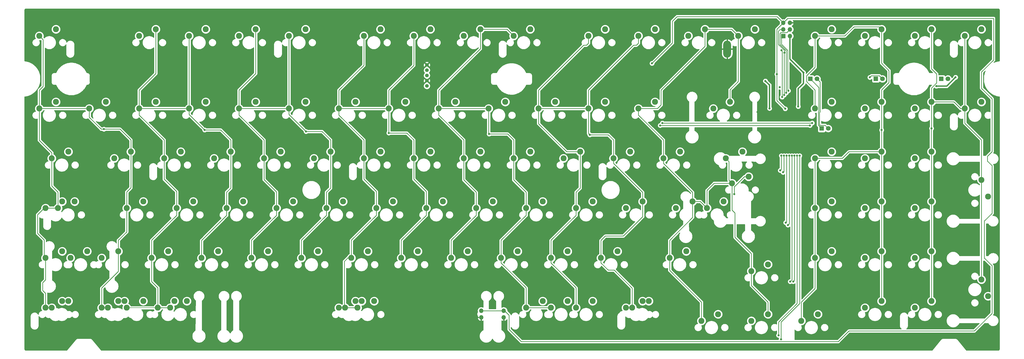
<source format=gbr>
%TF.GenerationSoftware,KiCad,Pcbnew,(5.99.0-9785-ga9f86c6f3d)*%
%TF.CreationDate,2021-09-01T12:36:29-04:00*%
%TF.ProjectId,nt980.dk,6e743938-302e-4646-9b2e-6b696361645f,rev?*%
%TF.SameCoordinates,Original*%
%TF.FileFunction,Copper,L1,Top*%
%TF.FilePolarity,Positive*%
%FSLAX46Y46*%
G04 Gerber Fmt 4.6, Leading zero omitted, Abs format (unit mm)*
G04 Created by KiCad (PCBNEW (5.99.0-9785-ga9f86c6f3d)) date 2021-09-01 12:36:29*
%MOMM*%
%LPD*%
G01*
G04 APERTURE LIST*
%TA.AperFunction,ComponentPad*%
%ADD10C,2.286000*%
%TD*%
%TA.AperFunction,ComponentPad*%
%ADD11O,3.000000X6.500000*%
%TD*%
%TA.AperFunction,ComponentPad*%
%ADD12R,1.800000X1.800000*%
%TD*%
%TA.AperFunction,ComponentPad*%
%ADD13C,1.800000*%
%TD*%
%TA.AperFunction,ComponentPad*%
%ADD14O,1.700000X1.700000*%
%TD*%
%TA.AperFunction,ComponentPad*%
%ADD15C,1.400000*%
%TD*%
%TA.AperFunction,ComponentPad*%
%ADD16R,1.700000X1.700000*%
%TD*%
%TA.AperFunction,ViaPad*%
%ADD17C,0.800000*%
%TD*%
%TA.AperFunction,Conductor*%
%ADD18C,0.250000*%
%TD*%
%TA.AperFunction,Conductor*%
%ADD19C,0.500000*%
%TD*%
%TA.AperFunction,Conductor*%
%ADD20C,0.200000*%
%TD*%
%TA.AperFunction,Conductor*%
%ADD21C,0.254000*%
%TD*%
G04 APERTURE END LIST*
D10*
X259715000Y-4445000D03*
X253365000Y-6985000D03*
X278765000Y-4445000D03*
X272415000Y-6985000D03*
X240665000Y-4445000D03*
X234315000Y-6985000D03*
X173990000Y-4445000D03*
X167640000Y-6985000D03*
X193040000Y-4445000D03*
X186690000Y-6985000D03*
X221615000Y-4445000D03*
X215265000Y-6985000D03*
X154940000Y-4445000D03*
X148590000Y-6985000D03*
X135890000Y-4445000D03*
X129540000Y-6985000D03*
X107315000Y-4445000D03*
X100965000Y-6985000D03*
X69215000Y-4445000D03*
X62865000Y-6985000D03*
X50165000Y-4445000D03*
X43815000Y-6985000D03*
X12065000Y-4445000D03*
X5715000Y-6985000D03*
X88265000Y-4445000D03*
X81915000Y-6985000D03*
X216852500Y-108445000D03*
X210502500Y-110985000D03*
X197802500Y-108445000D03*
X191452500Y-110985000D03*
X283765000Y-113445000D03*
X277415000Y-115985000D03*
X23971250Y-89395000D03*
X17621250Y-91935000D03*
X128746250Y-108445000D03*
X122396250Y-110985000D03*
X264715000Y-113445000D03*
X258365000Y-115985000D03*
X266858750Y-70345000D03*
X260508750Y-72885000D03*
X238283750Y-108445000D03*
X231933750Y-110985000D03*
X14446250Y-108445000D03*
X8096250Y-110985000D03*
X283765000Y-94395000D03*
X277415000Y-96935000D03*
X35877500Y-108445000D03*
X29527500Y-110985000D03*
X252571250Y-89395000D03*
X246221250Y-91935000D03*
X57308750Y-108445000D03*
X50958750Y-110985000D03*
X226377500Y-89395000D03*
X220027500Y-91935000D03*
X188277500Y-89395000D03*
X181927500Y-91935000D03*
X207327500Y-89395000D03*
X200977500Y-91935000D03*
X169227500Y-89395000D03*
X162877500Y-91935000D03*
X150177500Y-89395000D03*
X143827500Y-91935000D03*
X131127500Y-89395000D03*
X124777500Y-91935000D03*
X112077500Y-89395000D03*
X105727500Y-91935000D03*
X93027500Y-89395000D03*
X86677500Y-91935000D03*
X73977500Y-89395000D03*
X67627500Y-91935000D03*
X235902500Y-70345000D03*
X229552500Y-72885000D03*
X54927500Y-89395000D03*
X48577500Y-91935000D03*
X178752500Y-70345000D03*
X172402500Y-72885000D03*
X140652500Y-70345000D03*
X134302500Y-72885000D03*
X102552500Y-70345000D03*
X96202500Y-72885000D03*
X197802500Y-70345000D03*
X191452500Y-72885000D03*
X159702500Y-70345000D03*
X153352500Y-72885000D03*
X83502500Y-70345000D03*
X77152500Y-72885000D03*
X121602500Y-70345000D03*
X115252500Y-72885000D03*
X64452500Y-70345000D03*
X58102500Y-72885000D03*
X274002500Y-51295000D03*
X267652500Y-53835000D03*
X173990000Y-51295000D03*
X167640000Y-53835000D03*
X31115000Y-32245000D03*
X24765000Y-34785000D03*
X193040000Y-51295000D03*
X186690000Y-53835000D03*
X126365000Y-32245000D03*
X120015000Y-34785000D03*
X221615000Y-32245000D03*
X215265000Y-34785000D03*
X183515000Y-32245000D03*
X177165000Y-34785000D03*
X107315000Y-32245000D03*
X100965000Y-34785000D03*
X135890000Y-51295000D03*
X129540000Y-53835000D03*
X16827500Y-51295000D03*
X10477500Y-53835000D03*
X212090000Y-51295000D03*
X205740000Y-53835000D03*
X97790000Y-51295000D03*
X91440000Y-53835000D03*
X78740000Y-51295000D03*
X72390000Y-53835000D03*
X88265000Y-32245000D03*
X81915000Y-34785000D03*
X164465000Y-32245000D03*
X158115000Y-34785000D03*
X145415000Y-32245000D03*
X139065000Y-34785000D03*
X116840000Y-51295000D03*
X110490000Y-53835000D03*
X45402500Y-70345000D03*
X39052500Y-72885000D03*
X69215000Y-32245000D03*
X62865000Y-34785000D03*
X216852500Y-70345000D03*
X210502500Y-72885000D03*
X12065000Y-32245000D03*
X5715000Y-34785000D03*
X240665000Y-32245000D03*
X234315000Y-34785000D03*
X202565000Y-32245000D03*
X196215000Y-34785000D03*
X50165000Y-32245000D03*
X43815000Y-34785000D03*
X19208750Y-70345000D03*
X12858750Y-72885000D03*
X59690000Y-51295000D03*
X53340000Y-53835000D03*
X154940000Y-51295000D03*
X148590000Y-53835000D03*
X250190000Y-51295000D03*
X243840000Y-53835000D03*
X40640000Y-51295000D03*
X34290000Y-53835000D03*
X346165000Y-108445000D03*
X339815000Y-110985000D03*
X327115000Y-108445000D03*
X320765000Y-110985000D03*
X346165000Y-4445000D03*
X339815000Y-6985000D03*
X327115000Y-4445000D03*
X320765000Y-6985000D03*
X308065000Y-4445000D03*
X301715000Y-6985000D03*
X346165000Y-89395000D03*
X339815000Y-91935000D03*
X308065000Y-89395000D03*
X301715000Y-91935000D03*
X327115000Y-89395000D03*
X320765000Y-91935000D03*
X327115000Y-70345000D03*
X320765000Y-72885000D03*
X346165000Y-70345000D03*
X339815000Y-72885000D03*
X308065000Y-70345000D03*
X301715000Y-72885000D03*
X308065000Y-51295000D03*
X301715000Y-53835000D03*
X327115000Y-32245000D03*
X320765000Y-34785000D03*
X365215000Y-32245000D03*
X358865000Y-34785000D03*
X346165000Y-32245000D03*
X339815000Y-34785000D03*
X365215000Y-4445000D03*
X358865000Y-6985000D03*
X346165000Y-51295000D03*
X339815000Y-53835000D03*
X308065000Y-32245000D03*
X301715000Y-34785000D03*
X327115000Y-51295000D03*
X320765000Y-53835000D03*
X231140000Y-51295000D03*
X224790000Y-53835000D03*
X302815000Y-113445000D03*
X296465000Y-115985000D03*
D11*
X268222316Y-12041635D03*
D10*
X254952694Y-70344984D03*
X248602694Y-72884984D03*
X35877510Y-89395000D03*
X29527510Y-91935000D03*
X14446242Y-89395000D03*
X8096242Y-91935000D03*
X276383962Y-60819976D03*
X270033962Y-63359976D03*
X269240000Y-32245000D03*
X262890000Y-34785000D03*
D12*
X324905000Y-23425000D03*
D13*
X327445000Y-23425000D03*
D12*
X349905000Y-23425000D03*
D13*
X352445000Y-23425000D03*
D12*
X299905000Y-23425000D03*
D13*
X302445000Y-23425000D03*
D12*
X304230000Y-42405000D03*
D13*
X306770000Y-42405000D03*
D14*
X174353500Y-114647000D03*
D10*
X14452500Y-70345000D03*
X8102500Y-72885000D03*
X235902500Y-108445000D03*
X229552500Y-110985000D03*
X367755000Y-68440000D03*
X365215000Y-62090000D03*
X126342500Y-108445000D03*
X119992500Y-110985000D03*
X45390000Y-108445000D03*
X39040000Y-110985000D03*
X207312500Y-108445000D03*
X200962500Y-110985000D03*
X367755000Y-106540000D03*
X365215000Y-100190000D03*
X16832500Y-108445000D03*
X10482500Y-110985000D03*
D15*
X153606500Y-24101000D03*
X153606500Y-26101000D03*
X153606500Y-18101000D03*
X153606500Y-20101000D03*
D14*
X182934500Y-112107000D03*
D10*
X62042500Y-108445000D03*
X55692500Y-110985000D03*
D14*
X182940500Y-114647000D03*
D10*
X38242500Y-108445000D03*
X31892500Y-110985000D03*
D15*
X153606500Y-22101000D03*
D10*
X133482500Y-108445000D03*
X127132500Y-110985000D03*
D14*
X174347500Y-112107000D03*
D16*
X289605000Y-7040000D03*
D14*
X292145000Y-7040000D03*
X289605000Y-4500000D03*
X292145000Y-4500000D03*
X289605000Y-1960000D03*
X292145000Y-1960000D03*
D17*
X285750032Y-28990602D03*
X237736500Y-27465000D03*
X291703162Y-37920297D03*
X297060979Y-28395289D03*
X279796902Y-36134358D03*
X237736500Y-30683000D03*
X244950000Y-23500000D03*
X283368780Y-38515610D03*
X355342191Y-22809374D03*
X288285982Y-26579664D03*
X282773467Y-24228098D03*
X295309310Y-34004719D03*
X297279663Y-21023435D03*
X347983439Y-26186569D03*
X284335983Y-34720309D03*
X291535983Y-27957741D03*
X289935983Y-29604647D03*
X289993743Y-13435940D03*
X290735983Y-28757741D03*
X288915726Y-12510939D03*
X289135983Y-30367151D03*
X242631289Y-41235940D03*
X299781289Y-41235892D03*
X300632869Y-40301533D03*
X243473415Y-40310939D03*
X289870347Y-52803106D03*
X289512533Y-59160938D03*
X288870344Y-52803106D03*
X288451594Y-58435938D03*
X291364144Y-79335908D03*
X291870353Y-52803106D03*
X290512548Y-78401565D03*
X290870350Y-52803106D03*
X270902500Y-67525000D03*
X292870356Y-52803106D03*
X292238301Y-100963273D03*
X293428927Y-100963273D03*
X293870359Y-52803106D03*
X295870365Y-52803106D03*
X288726609Y-123050040D03*
X294870362Y-52803106D03*
X287782821Y-121510939D03*
X30386053Y-42657499D03*
X68783726Y-42955171D03*
X107479054Y-43550501D03*
X139065000Y-44111457D03*
X177363401Y-44508401D03*
X215761073Y-44806074D03*
X327115000Y-42989739D03*
X346165000Y-42394442D03*
X239518804Y-17467055D03*
X290324658Y-34852203D03*
X287159342Y-21628162D03*
X322607809Y-22837520D03*
D18*
X369237500Y-74883000D02*
X369237500Y-56622000D01*
X369237500Y-56622000D02*
X367510500Y-54895000D01*
X366345500Y-77775000D02*
X369237500Y-74883000D01*
X366345500Y-92006000D02*
X366345500Y-77775000D01*
X362498500Y-119864000D02*
X369237500Y-113125000D01*
X310572500Y-123921000D02*
X314629500Y-119864000D01*
X314629500Y-119864000D02*
X362498500Y-119864000D01*
X369237500Y-113125000D02*
X369237500Y-94898000D01*
X183296532Y-112107000D02*
X184974500Y-113784968D01*
X369237500Y-94898000D02*
X366345500Y-92006000D01*
X189635500Y-123921000D02*
X310572500Y-123921000D01*
X365237500Y-20760000D02*
X369824500Y-16173000D01*
X184974500Y-113784968D02*
X184974500Y-119260000D01*
X184974500Y-119260000D02*
X189635500Y-123921000D01*
X182934500Y-112107000D02*
X183296532Y-112107000D01*
X367510500Y-54895000D02*
X367510500Y-53016000D01*
X369237500Y-51289000D02*
X369237500Y-31027000D01*
X367510500Y-53016000D02*
X369237500Y-51289000D01*
X369237500Y-31027000D02*
X365237500Y-27027000D01*
X365237500Y-27027000D02*
X365237500Y-20760000D01*
X369824500Y-16173000D02*
X369824500Y-270000D01*
X369824500Y-270000D02*
X291295000Y-270000D01*
X291295000Y-270000D02*
X289605000Y-1960000D01*
X237736500Y-27465000D02*
X237736500Y-30505000D01*
X237736500Y-30505000D02*
X237558500Y-30683000D01*
D19*
X282773467Y-24228098D02*
X284335983Y-25790614D01*
X295309310Y-34004719D02*
X295309310Y-27160979D01*
X284335983Y-25790614D02*
X284335983Y-34720309D01*
X351964996Y-26186569D02*
X347983439Y-26186569D01*
X355342191Y-22809374D02*
X351964996Y-26186569D01*
X297279663Y-21023435D02*
X297279663Y-25190626D01*
X295309310Y-27160979D02*
X296054631Y-26415658D01*
X292145000Y-15888772D02*
X292145000Y-7040000D01*
X297279663Y-21023435D02*
X292145000Y-15888772D01*
X297279663Y-25190626D02*
X296054631Y-26415658D01*
D18*
X291326533Y-12575924D02*
X291326533Y-27748291D01*
X291326533Y-27748291D02*
X291535983Y-27957741D01*
X288945281Y-7926549D02*
X288945281Y-10194672D01*
X289605000Y-7266830D02*
X288945281Y-7926549D01*
X288945281Y-10194672D02*
X291326533Y-12575924D01*
X289605000Y-7040000D02*
X289605000Y-7266830D01*
X289993743Y-12515954D02*
X289993743Y-12870255D01*
X289605000Y-4500000D02*
X288402919Y-4500000D01*
X289993743Y-12870255D02*
X289993743Y-13435940D01*
X289935983Y-13493700D02*
X289993743Y-13435940D01*
X289935983Y-29604647D02*
X289935983Y-13493700D01*
X287754655Y-10276867D02*
X289993743Y-12515954D01*
X288402919Y-4500000D02*
X287754655Y-5148264D01*
X287754655Y-5148264D02*
X287754655Y-10276867D01*
X290969999Y-5675001D02*
X288684997Y-5675001D01*
X288349968Y-6010030D02*
X288349968Y-10235769D01*
X290731220Y-12617021D02*
X290731220Y-28752978D01*
X303183011Y-26703011D02*
X303183011Y-35894561D01*
X288684997Y-5675001D02*
X288349968Y-6010030D01*
X288349968Y-10235769D02*
X290731220Y-12617021D01*
X302956059Y-36121513D02*
X302956059Y-41131059D01*
X303183011Y-35894561D02*
X302956059Y-36121513D01*
X290731220Y-28752978D02*
X290735983Y-28757741D01*
X302956059Y-41131059D02*
X304230000Y-42405000D01*
X292145000Y-4500000D02*
X290969999Y-5675001D01*
X299905000Y-23425000D02*
X303183011Y-26703011D01*
X289135983Y-12731196D02*
X288915726Y-12510939D01*
X289135983Y-30367151D02*
X289135983Y-12731196D01*
X242631289Y-41235940D02*
X250882796Y-41235940D01*
X299781289Y-41235892D02*
X297912571Y-41235892D01*
X250882796Y-41235940D02*
X250882844Y-41235892D01*
X258109379Y-41235892D02*
X253859409Y-41235892D01*
X250882844Y-41235892D02*
X247739252Y-41235892D01*
X297912571Y-41235892D02*
X297995350Y-41235892D01*
X268146921Y-41235892D02*
X258109379Y-41235892D01*
X268146921Y-41235892D02*
X297912571Y-41235892D01*
X266443761Y-41235892D02*
X268146921Y-41235892D01*
X258109379Y-41235892D02*
X250882844Y-41235892D01*
X243487606Y-40296748D02*
X243473415Y-40310939D01*
X253007829Y-40301533D02*
X252998471Y-40310891D01*
X254784410Y-40310891D02*
X252403158Y-40310891D01*
X254793768Y-40301533D02*
X253007829Y-40301533D01*
X252389015Y-40296748D02*
X243487606Y-40296748D01*
X254793768Y-40301533D02*
X254784410Y-40310891D01*
X300632869Y-40301533D02*
X298846930Y-40301533D01*
X265509402Y-40301533D02*
X267890654Y-40301533D01*
X267890654Y-40301533D02*
X254793768Y-40301533D01*
X252403158Y-40310891D02*
X251231248Y-40310891D01*
X267890654Y-40301533D02*
X298846930Y-40301533D01*
X252403158Y-40310891D02*
X252389015Y-40296748D01*
X289870347Y-52803106D02*
X289870347Y-58803124D01*
X289870347Y-52803106D02*
X289870347Y-58923439D01*
X289870347Y-58803124D02*
X289512533Y-59160938D01*
X288870344Y-52803106D02*
X288870344Y-58017188D01*
X288870344Y-58017188D02*
X288451594Y-58435938D01*
X291870353Y-76448447D02*
X291870353Y-78829699D01*
X291870353Y-52803106D02*
X291870353Y-76448447D01*
X291870353Y-78829699D02*
X291364144Y-79335908D01*
X290870350Y-75782802D02*
X290870350Y-78043763D01*
X290870350Y-78043763D02*
X290512548Y-78401565D01*
X290870350Y-75782802D02*
X290870350Y-78164054D01*
X290870350Y-52803106D02*
X290870350Y-75782802D01*
X274767516Y-60819976D02*
X276383962Y-60819976D01*
X270902500Y-67525000D02*
X270867219Y-67489719D01*
X270867219Y-67489719D02*
X270867219Y-64720273D01*
X270867219Y-64720273D02*
X274767516Y-60819976D01*
X292870356Y-100331218D02*
X292833614Y-100367960D01*
X292870356Y-52803106D02*
X292870356Y-100331218D01*
X292870356Y-100331218D02*
X292238301Y-100963273D01*
X293870359Y-100521841D02*
X293428927Y-100963273D01*
X293870359Y-100030444D02*
X293870359Y-99451587D01*
X293870359Y-99023453D02*
X293870359Y-99451587D01*
X293870359Y-52803106D02*
X293870359Y-99023453D01*
X293870359Y-52803106D02*
X293870359Y-100521841D01*
X288726609Y-123050040D02*
X288726609Y-116490891D01*
X295870365Y-109347135D02*
X295870365Y-52803106D01*
X288726609Y-116490891D02*
X295870365Y-109347135D01*
X287782821Y-121510939D02*
X287782821Y-116424679D01*
X294870362Y-109337138D02*
X294870362Y-52803106D01*
X287782821Y-116424679D02*
X294870362Y-109337138D01*
X40640000Y-65074500D02*
X39052500Y-66662000D01*
X5016500Y-82537000D02*
X7556500Y-85077000D01*
X12858750Y-72885000D02*
X7556500Y-72885000D01*
X7143756Y-26307744D02*
X5715000Y-27736500D01*
X10477500Y-64376000D02*
X12858750Y-66757250D01*
X24765000Y-38117500D02*
X29304999Y-42657499D01*
X7009182Y-101386003D02*
X8096242Y-100298943D01*
X5715000Y-27736500D02*
X5715000Y-34785000D01*
X40640000Y-51295000D02*
X40640000Y-65074500D01*
X7009182Y-104362568D02*
X7009182Y-101386003D01*
X8096250Y-110985000D02*
X8096250Y-105449636D01*
X39052500Y-81965500D02*
X35877510Y-85140490D01*
X8096250Y-105449636D02*
X7009182Y-104362568D01*
X7556500Y-72885000D02*
X5016500Y-75425000D01*
X5016500Y-75425000D02*
X5016500Y-82537000D01*
X7143756Y-8413756D02*
X7143756Y-26307744D01*
X5715000Y-34785000D02*
X24765000Y-34785000D01*
X10477500Y-51676000D02*
X10477500Y-53835000D01*
X36510999Y-42657499D02*
X40640000Y-46786500D01*
X12858750Y-66757250D02*
X12858750Y-72885000D01*
X29527500Y-103435746D02*
X29527500Y-110985000D01*
X39052500Y-72885000D02*
X39052500Y-81965500D01*
X5715000Y-6985000D02*
X7143756Y-8413756D01*
X10482500Y-110985000D02*
X8096250Y-110985000D01*
X5715000Y-34785000D02*
X5715000Y-46913500D01*
X40640000Y-46786500D02*
X40640000Y-51295000D01*
X10477500Y-53835000D02*
X10477500Y-64376000D01*
X29304999Y-42657499D02*
X30386053Y-42657499D01*
X30386053Y-42657499D02*
X36510999Y-42657499D01*
X8096242Y-100298943D02*
X8096242Y-91935000D01*
X24765000Y-34785000D02*
X24765000Y-38117500D01*
X29527500Y-110985000D02*
X31892500Y-110985000D01*
X35877510Y-89395000D02*
X35877510Y-97085736D01*
X8102500Y-72885000D02*
X12858750Y-72885000D01*
X7556500Y-91395258D02*
X8096242Y-91935000D01*
X7556500Y-85077000D02*
X7556500Y-91395258D01*
X39052500Y-66662000D02*
X39052500Y-72885000D01*
X35877510Y-85140490D02*
X35877510Y-89395000D01*
X5715000Y-46913500D02*
X10477500Y-51676000D01*
X35877510Y-97085736D02*
X29527500Y-103435746D01*
X77152500Y-75679000D02*
X67627500Y-85204000D01*
X78740000Y-46786500D02*
X78740000Y-51295000D01*
X55692500Y-110985000D02*
X50958750Y-110985000D01*
X78740000Y-51295000D02*
X78740000Y-65201500D01*
X50958750Y-103333250D02*
X50958750Y-110985000D01*
X58102500Y-72885000D02*
X58102500Y-75635032D01*
X77152500Y-66789000D02*
X77152500Y-72885000D01*
X78740000Y-65201500D02*
X77152500Y-66789000D01*
X77152500Y-72885000D02*
X77152500Y-75679000D01*
D20*
X39040000Y-110985000D02*
X50958750Y-110985000D01*
D18*
X74908671Y-42955171D02*
X78740000Y-46786500D01*
X67627500Y-85204000D02*
X67627500Y-91935000D01*
X43815000Y-27736500D02*
X43815000Y-34785000D01*
X50165000Y-4445000D02*
X50165000Y-21386500D01*
X50165000Y-21386500D02*
X43815000Y-27736500D01*
X62865000Y-34785000D02*
X62865000Y-37036446D01*
X53340000Y-46786500D02*
X53340000Y-53835000D01*
X48577500Y-85160032D02*
X48577500Y-91935000D01*
X43815000Y-34785000D02*
X62865000Y-34785000D01*
X48577500Y-91935000D02*
X48577500Y-100952000D01*
X58102500Y-66535000D02*
X58102500Y-72885000D01*
X43815000Y-37261500D02*
X53340000Y-46786500D01*
X53340000Y-61772500D02*
X58102500Y-66535000D01*
X43815000Y-34785000D02*
X43815000Y-37261500D01*
X68783726Y-42955171D02*
X74908671Y-42955171D01*
X58102500Y-75635032D02*
X48577500Y-85160032D01*
X62865000Y-6985000D02*
X62865000Y-34785000D01*
X53340000Y-53835000D02*
X53340000Y-61772500D01*
X62865000Y-37036446D02*
X68783726Y-42955171D01*
X48577500Y-100952000D02*
X50958750Y-103333250D01*
X86677500Y-85160032D02*
X86677500Y-91935000D01*
X115252500Y-75635032D02*
X105727500Y-85160032D01*
X116840000Y-65201500D02*
X115252500Y-66789000D01*
X115252500Y-72885000D02*
X115252500Y-75635032D01*
X113604001Y-43550501D02*
X116840000Y-46786500D01*
X81915000Y-34785000D02*
X81915000Y-37261500D01*
X116840000Y-46786500D02*
X116840000Y-51295000D01*
X91440000Y-53835000D02*
X91440000Y-61899500D01*
X91440000Y-61899500D02*
X96202500Y-66662000D01*
X105727500Y-85160032D02*
X105727500Y-91935000D01*
X100965000Y-6985000D02*
X100965000Y-34785000D01*
X96202500Y-75635032D02*
X86677500Y-85160032D01*
X81915000Y-27736500D02*
X81915000Y-34785000D01*
X96202500Y-72885000D02*
X96202500Y-75635032D01*
X88265000Y-4445000D02*
X88265000Y-21386500D01*
X91440000Y-46786500D02*
X91440000Y-53835000D01*
X107479054Y-43550501D02*
X113604001Y-43550501D01*
X100965000Y-37036446D02*
X107479054Y-43550501D01*
X116840000Y-51295000D02*
X116840000Y-65201500D01*
X81915000Y-34785000D02*
X100965000Y-34785000D01*
X96202500Y-66662000D02*
X96202500Y-72885000D01*
X115252500Y-66789000D02*
X115252500Y-72885000D01*
X100965000Y-34785000D02*
X100965000Y-37036446D01*
X88265000Y-21386500D02*
X81915000Y-27736500D01*
X81915000Y-37261500D02*
X91440000Y-46786500D01*
X145914957Y-44111457D02*
X148590000Y-46786500D01*
X123432500Y-91935000D02*
X122092500Y-93275000D01*
X148590000Y-53835000D02*
X148590000Y-61772500D01*
X120015000Y-27736500D02*
X120015000Y-34785000D01*
X134302500Y-72885000D02*
X134302500Y-75635032D01*
X148590000Y-46786500D02*
X148590000Y-53835000D01*
X153352500Y-66535000D02*
X153352500Y-72885000D01*
X129540000Y-18211500D02*
X120015000Y-27736500D01*
X143827500Y-85160032D02*
X143827500Y-91935000D01*
X148590000Y-18211500D02*
X139065000Y-27736500D01*
X148590000Y-6985000D02*
X148590000Y-18211500D01*
X129540000Y-46786500D02*
X129540000Y-53835000D01*
X124777500Y-91935000D02*
X123432500Y-91935000D01*
X134302500Y-66535000D02*
X134302500Y-72885000D01*
X122092500Y-93275000D02*
X122092500Y-110681250D01*
X148590000Y-61772500D02*
X153352500Y-66535000D01*
X122092500Y-110681250D02*
X122396250Y-110985000D01*
X129540000Y-6985000D02*
X129540000Y-18211500D01*
X153352500Y-75635032D02*
X143827500Y-85160032D01*
X124777500Y-85160032D02*
X124777500Y-91935000D01*
X134302500Y-75635032D02*
X124777500Y-85160032D01*
X120015000Y-37261500D02*
X129540000Y-46786500D01*
X127132500Y-110985000D02*
X122396250Y-110985000D01*
X120015000Y-34785000D02*
X139065000Y-34785000D01*
X153352500Y-72885000D02*
X153352500Y-75635032D01*
X120015000Y-34785000D02*
X120015000Y-37261500D01*
X139065000Y-27736500D02*
X139065000Y-34785000D01*
X129540000Y-61772500D02*
X134302500Y-66535000D01*
X139065000Y-44111457D02*
X145914957Y-44111457D01*
X119992500Y-110985000D02*
X122396250Y-110985000D01*
X139065000Y-34785000D02*
X139065000Y-44111457D01*
X129540000Y-53835000D02*
X129540000Y-61772500D01*
X181927500Y-93840000D02*
X191452500Y-103365000D01*
X181927500Y-85160032D02*
X181927500Y-91935000D01*
X167640000Y-53835000D02*
X167640000Y-62026500D01*
X173990000Y-11861500D02*
X158115000Y-27736500D01*
X177165000Y-34785000D02*
X177165000Y-44310000D01*
X181927500Y-91935000D02*
X181927500Y-93840000D01*
X162877500Y-85160032D02*
X162877500Y-91935000D01*
X184411901Y-44508401D02*
X186690000Y-46786500D01*
X191452500Y-75635032D02*
X181927500Y-85160032D01*
X172402500Y-75635032D02*
X162877500Y-85160032D01*
X177165000Y-44310000D02*
X177363401Y-44508401D01*
X184150000Y-4445000D02*
X186690000Y-6985000D01*
X172402500Y-66789000D02*
X172402500Y-72885000D01*
X177363401Y-44508401D02*
X184411901Y-44508401D01*
X167640000Y-46786500D02*
X167640000Y-53835000D01*
X173990000Y-4445000D02*
X173990000Y-11861500D01*
X191452500Y-103365000D02*
X191452500Y-110985000D01*
X158115000Y-27736500D02*
X158115000Y-34785000D01*
X200962500Y-110985000D02*
X191452500Y-110985000D01*
X158115000Y-34785000D02*
X158115000Y-37261500D01*
X158115000Y-34785000D02*
X177165000Y-34785000D01*
X191452500Y-66789000D02*
X191452500Y-72885000D01*
X186690000Y-53835000D02*
X186690000Y-62026500D01*
X167640000Y-62026500D02*
X172402500Y-66789000D01*
X191452500Y-72885000D02*
X191452500Y-75635032D01*
X172402500Y-72885000D02*
X172402500Y-75635032D01*
X186690000Y-62026500D02*
X191452500Y-66789000D01*
X186690000Y-46786500D02*
X186690000Y-53835000D01*
X158115000Y-37261500D02*
X167640000Y-46786500D01*
X173990000Y-4445000D02*
X184150000Y-4445000D01*
X210502500Y-103365000D02*
X210502500Y-110985000D01*
X231933750Y-103460250D02*
X231933750Y-110985000D01*
X215265000Y-27736500D02*
X215265000Y-34785000D01*
X221678500Y-83553000D02*
X228520419Y-83553000D01*
X212090000Y-51295000D02*
X212090000Y-65201500D01*
X215761073Y-44806074D02*
X222809574Y-44806074D01*
X213426479Y-10525021D02*
X196215000Y-27736500D01*
X212090000Y-65201500D02*
X210502500Y-66789000D01*
X215265000Y-44310000D02*
X215761073Y-44806074D01*
X196215000Y-34785000D02*
X215265000Y-34785000D01*
X200977500Y-93840000D02*
X210502500Y-103365000D01*
X222820417Y-96593921D02*
X225067421Y-96593921D01*
X220027500Y-93801004D02*
X222820417Y-96593921D01*
X196215000Y-40563500D02*
X206946500Y-51295000D01*
X206946500Y-51295000D02*
X212090000Y-51295000D01*
X214475011Y-10525021D02*
X213426479Y-10525021D01*
X215265000Y-6985000D02*
X215265000Y-9735032D01*
X233525011Y-10525021D02*
X232476479Y-10525021D01*
X200977500Y-85160032D02*
X200977500Y-91935000D01*
X235902500Y-76170919D02*
X235902500Y-70345000D01*
X231933750Y-110985000D02*
X229552500Y-110985000D01*
X210502500Y-75635032D02*
X200977500Y-85160032D01*
X196215000Y-27736500D02*
X196215000Y-34785000D01*
X234315000Y-6985000D02*
X234315000Y-9735032D01*
X215265000Y-34785000D02*
X215265000Y-44310000D01*
X215265000Y-9735032D02*
X214475011Y-10525021D01*
X225067421Y-96593921D02*
X231933750Y-103460250D01*
X200977500Y-91935000D02*
X200977500Y-93840000D01*
X234315000Y-9735032D02*
X233525011Y-10525021D01*
X235902500Y-66813504D02*
X235902500Y-70345000D01*
X210502500Y-72885000D02*
X210502500Y-75635032D01*
X224790000Y-53835000D02*
X224790000Y-55701004D01*
X210502500Y-66789000D02*
X210502500Y-72885000D01*
X232476479Y-10525021D02*
X215265000Y-27736500D01*
X220027500Y-85204000D02*
X221678500Y-83553000D01*
X220027500Y-91935000D02*
X220027500Y-85204000D01*
X196215000Y-34785000D02*
X196215000Y-40563500D01*
X220027500Y-91935000D02*
X220027500Y-93801004D01*
X222809574Y-44806074D02*
X224790000Y-46786500D01*
X224790000Y-55701004D02*
X235902500Y-66813504D01*
X228520419Y-83553000D02*
X235902500Y-76170919D01*
X224790000Y-46786500D02*
X224790000Y-53835000D01*
X268890963Y-62216977D02*
X268890963Y-55073463D01*
X260508750Y-72885000D02*
X260508750Y-66058750D01*
X270033962Y-63359976D02*
X268890963Y-62216977D01*
X246221250Y-96665750D02*
X258365000Y-108809500D01*
X246221250Y-85172250D02*
X246221250Y-91935000D01*
X258365000Y-108809500D02*
X258365000Y-115985000D01*
X234315000Y-37261500D02*
X243840000Y-46786500D01*
X254952694Y-70344984D02*
X257968734Y-70344984D01*
X260508750Y-66058750D02*
X263207524Y-63359976D01*
X263207524Y-63359976D02*
X270033962Y-63359976D01*
X234315000Y-34785000D02*
X234315000Y-37261500D01*
X277415000Y-90267500D02*
X277415000Y-96935000D01*
X241566017Y-34785000D02*
X234315000Y-34785000D01*
X254952694Y-66813698D02*
X254952694Y-70344984D01*
X269240000Y-27609500D02*
X269240000Y-32245000D01*
X242990011Y-33361006D02*
X241566017Y-34785000D01*
X272415000Y-6985000D02*
X272415000Y-24434500D01*
X259715000Y-10972500D02*
X242990011Y-27697489D01*
X270033962Y-63359976D02*
X270033962Y-73605112D01*
X269875000Y-4445000D02*
X272415000Y-6985000D01*
X283765000Y-108809500D02*
X283765000Y-113445000D01*
X254952694Y-70344984D02*
X254952694Y-76440806D01*
X257968734Y-70344984D02*
X260508750Y-72885000D01*
X243840000Y-55701004D02*
X254952694Y-66813698D01*
X243840000Y-53835000D02*
X243840000Y-55701004D01*
X259715000Y-4445000D02*
X259715000Y-10972500D01*
X272415000Y-24434500D02*
X269240000Y-27609500D01*
X277415000Y-96935000D02*
X277415000Y-102459500D01*
X242990011Y-27697489D02*
X242990011Y-33361006D01*
X271176961Y-84029461D02*
X277415000Y-90267500D01*
X243840000Y-46786500D02*
X243840000Y-53835000D01*
X254952694Y-76440806D02*
X246221250Y-85172250D01*
X277415000Y-102459500D02*
X283765000Y-108809500D01*
X270033962Y-73605112D02*
X271176961Y-74748111D01*
X271176961Y-74748111D02*
X271176961Y-84029461D01*
X259715000Y-4445000D02*
X269875000Y-4445000D01*
X267907863Y-54090363D02*
X267907863Y-53835000D01*
X268890963Y-55073463D02*
X267907863Y-54090363D01*
X246221250Y-91935000D02*
X246221250Y-96665750D01*
X327115000Y-4445000D02*
X327115000Y-17422817D01*
X329932817Y-24828683D02*
X327115000Y-27646500D01*
X301715000Y-103592500D02*
X296465000Y-108842500D01*
X326155000Y-3485000D02*
X327115000Y-4445000D01*
X298473435Y-24457935D02*
X301715000Y-27699500D01*
X329932817Y-20240634D02*
X329932817Y-24828683D01*
X312102548Y-53835000D02*
X314642548Y-51295000D01*
X301715000Y-18972496D02*
X298473435Y-22214061D01*
X314642548Y-51295000D02*
X327115000Y-51295000D01*
X301715000Y-27699500D02*
X301715000Y-34785000D01*
X327115000Y-27646500D02*
X327115000Y-32245000D01*
X327115000Y-89395000D02*
X327115000Y-108445000D01*
X301715000Y-6985000D02*
X313082500Y-6985000D01*
X316582500Y-3485000D02*
X326155000Y-3485000D01*
X327115000Y-70345000D02*
X327115000Y-89395000D01*
X301715000Y-53835000D02*
X301715000Y-72885000D01*
X301715000Y-53835000D02*
X312102548Y-53835000D01*
X327115000Y-42989739D02*
X327115000Y-51295000D01*
X301715000Y-72885000D02*
X301715000Y-91935000D01*
X327115000Y-32245000D02*
X327115000Y-42989739D01*
X313082500Y-6985000D02*
X316582500Y-3485000D01*
X298473435Y-22214061D02*
X298473435Y-24457935D01*
X327115000Y-51295000D02*
X327115000Y-70345000D01*
X301715000Y-6985000D02*
X301715000Y-18972496D01*
X327115000Y-17422817D02*
X329932817Y-20240634D01*
X301715000Y-91935000D02*
X301715000Y-103592500D01*
X296465000Y-108842500D02*
X296465000Y-115985000D01*
X346165000Y-4445000D02*
X346165000Y-19571500D01*
X358865000Y-40399500D02*
X358865000Y-34785000D01*
X348123531Y-21530031D02*
X348123531Y-24957757D01*
X346165000Y-70345000D02*
X346165000Y-89395000D01*
X358865000Y-6985000D02*
X358865000Y-34785000D01*
X354708554Y-32245000D02*
X352742548Y-32245000D01*
X357248554Y-34785000D02*
X354708554Y-32245000D01*
X346165000Y-89395000D02*
X346165000Y-108445000D01*
X346165000Y-32245000D02*
X346165000Y-42394442D01*
X346165000Y-51295000D02*
X346165000Y-70345000D01*
X365215000Y-46749500D02*
X358865000Y-40399500D01*
X346165000Y-32245000D02*
X352742548Y-32245000D01*
X348123531Y-24957757D02*
X346165000Y-26916288D01*
X346165000Y-26916288D02*
X346165000Y-32245000D01*
X365215000Y-100190000D02*
X365215000Y-46749500D01*
X346102500Y-42664442D02*
X346102500Y-51565000D01*
X346165000Y-19571500D02*
X348123531Y-21530031D01*
X358865000Y-34785000D02*
X357248554Y-34785000D01*
X247273371Y-1378106D02*
X247273371Y-9712488D01*
X287159342Y-31686887D02*
X290324658Y-34852203D01*
X289605000Y-1960000D02*
X287159342Y-4405658D01*
X287159342Y-4405658D02*
X287159342Y-10317964D01*
X287237167Y407833D02*
X249059310Y407833D01*
X287159342Y-10317964D02*
X287159342Y-21628162D01*
X174347500Y-112107000D02*
X182934500Y-112107000D01*
X287159342Y-21628162D02*
X287159342Y-31686887D01*
X289605000Y-1960000D02*
X287237167Y407833D01*
X247273371Y-9712488D02*
X239518804Y-17467055D01*
X249059310Y407833D02*
X247273371Y-1378106D01*
X302445000Y-23425000D02*
X303633031Y-24613031D01*
X303406079Y-40944655D02*
X303641413Y-41179989D01*
X305544989Y-41179989D02*
X306770000Y-42405000D01*
X303633031Y-36080965D02*
X303406079Y-36307917D01*
X303406079Y-36307917D02*
X303406079Y-40944655D01*
X303633031Y-24613031D02*
X303633031Y-36080965D01*
X303641413Y-41179989D02*
X305544989Y-41179989D01*
X322607809Y-22821854D02*
X322607809Y-22837520D01*
X323229664Y-22199999D02*
X322607809Y-22821854D01*
X327445000Y-23425000D02*
X326219999Y-22199999D01*
X326219999Y-22199999D02*
X323229664Y-22199999D01*
D21*
X371602348Y3339042D02*
X371621691Y3337083D01*
X371702848Y3335161D01*
X371779616Y3319891D01*
X371844900Y3292849D01*
X371903642Y3253599D01*
X371953600Y3203641D01*
X371992851Y3144897D01*
X372019890Y3079621D01*
X372035161Y3002842D01*
X372037005Y2924968D01*
X372038700Y2907140D01*
X372041000Y2893406D01*
X372041000Y-16568416D01*
X371899405Y-16580149D01*
X371884394Y-16580313D01*
X371865033Y-16582024D01*
X371853434Y-16583959D01*
X371844968Y-16584661D01*
X371827279Y-16587403D01*
X371812418Y-16590803D01*
X371357463Y-16666721D01*
X371342513Y-16668124D01*
X371323356Y-16671428D01*
X371311952Y-16674316D01*
X371303579Y-16675713D01*
X371286177Y-16679907D01*
X371271648Y-16684522D01*
X370824516Y-16797751D01*
X370809727Y-16800385D01*
X370790910Y-16805259D01*
X370779786Y-16809078D01*
X370771556Y-16811162D01*
X370754556Y-16816780D01*
X370740458Y-16822580D01*
X370304195Y-16972349D01*
X370289689Y-16976191D01*
X370271331Y-16982605D01*
X370260563Y-16987329D01*
X370252542Y-16990082D01*
X370236056Y-16997087D01*
X370222480Y-17004033D01*
X369946508Y-17125086D01*
X370306108Y-16765486D01*
X370323345Y-16751226D01*
X370369219Y-16702375D01*
X370389533Y-16682061D01*
X370399998Y-16670191D01*
X370402639Y-16666786D01*
X370432907Y-16634554D01*
X370451472Y-16609002D01*
X370461232Y-16591249D01*
X370473642Y-16575250D01*
X370489719Y-16548065D01*
X370507275Y-16507496D01*
X370528577Y-16468748D01*
X370540203Y-16439383D01*
X370545239Y-16419769D01*
X370553285Y-16401176D01*
X370562097Y-16370846D01*
X370569013Y-16327179D01*
X370580007Y-16284360D01*
X370583716Y-16260941D01*
X370583751Y-16260385D01*
X370584000Y-16252469D01*
X370584000Y-16232553D01*
X370587134Y-16212766D01*
X370588126Y-16181197D01*
X370584000Y-16137549D01*
X370584000Y-341607D01*
X370585508Y-333702D01*
X370587491Y-302180D01*
X370584000Y-246694D01*
X370584000Y-230422D01*
X370583006Y-214630D01*
X370580967Y-198493D01*
X370577441Y-142445D01*
X370571523Y-111422D01*
X370568978Y-103590D01*
X370567946Y-95419D01*
X370560092Y-64828D01*
X370539415Y-12603D01*
X370522065Y40795D01*
X370508616Y69376D01*
X370504206Y76324D01*
X370501175Y83981D01*
X370485958Y111662D01*
X370452950Y157093D01*
X370422859Y204509D01*
X370402726Y228845D01*
X370396720Y234485D01*
X370391881Y241145D01*
X370370262Y264168D01*
X370326989Y299966D01*
X370286054Y338407D01*
X370260502Y356971D01*
X370253286Y360938D01*
X370246940Y366188D01*
X370220273Y383111D01*
X370169458Y407023D01*
X370120249Y434076D01*
X370090885Y445703D01*
X370082907Y447752D01*
X370075453Y451259D01*
X370045416Y461018D01*
X369990245Y471542D01*
X369935860Y485506D01*
X369912441Y489216D01*
X369911885Y489251D01*
X369903969Y489500D01*
X369896107Y489500D01*
X369888202Y491008D01*
X369856680Y492991D01*
X369801194Y489500D01*
X291373384Y489500D01*
X291351132Y491604D01*
X291284177Y489500D01*
X291255422Y489500D01*
X291239627Y488506D01*
X291235349Y487965D01*
X291191160Y486577D01*
X291159964Y481636D01*
X291140509Y475984D01*
X291120420Y473446D01*
X291089829Y465592D01*
X291048729Y449320D01*
X291006269Y436984D01*
X290977285Y424442D01*
X290959846Y414129D01*
X290941015Y406673D01*
X290913339Y391458D01*
X290877568Y365469D01*
X290839520Y342967D01*
X290820272Y328974D01*
X290819854Y328605D01*
X290814146Y323240D01*
X290800063Y309157D01*
X290783855Y297381D01*
X290760832Y275761D01*
X290732886Y241980D01*
X289971612Y-519294D01*
X289935156Y-507974D01*
X289914347Y-503399D01*
X289685785Y-473106D01*
X289664503Y-472103D01*
X289434104Y-480752D01*
X289412957Y-483348D01*
X289238952Y-519858D01*
X287829653Y889441D01*
X287815393Y906678D01*
X287766542Y952552D01*
X287746228Y972866D01*
X287734358Y983331D01*
X287730953Y985972D01*
X287698721Y1016240D01*
X287673169Y1034805D01*
X287655416Y1044565D01*
X287639417Y1056975D01*
X287612231Y1073053D01*
X287571658Y1090611D01*
X287532917Y1111909D01*
X287503548Y1123537D01*
X287483935Y1128573D01*
X287465346Y1136617D01*
X287435014Y1145430D01*
X287391344Y1152347D01*
X287348526Y1163340D01*
X287325108Y1167049D01*
X287324552Y1167084D01*
X287316636Y1167333D01*
X287296715Y1167333D01*
X287276933Y1170466D01*
X287245365Y1171458D01*
X287201727Y1167333D01*
X249137693Y1167333D01*
X249115440Y1169437D01*
X249048486Y1167333D01*
X249019732Y1167333D01*
X249003937Y1166339D01*
X248999659Y1165798D01*
X248955470Y1164410D01*
X248924273Y1159469D01*
X248904823Y1153818D01*
X248884731Y1151280D01*
X248854139Y1143425D01*
X248813035Y1127151D01*
X248770578Y1114816D01*
X248741591Y1102272D01*
X248724158Y1091962D01*
X248705328Y1084507D01*
X248677648Y1069290D01*
X248641887Y1043307D01*
X248603830Y1020801D01*
X248584582Y1006807D01*
X248584164Y1006438D01*
X248578456Y1001073D01*
X248564373Y986990D01*
X248548165Y975214D01*
X248525142Y953594D01*
X248497196Y919813D01*
X246791763Y-785620D01*
X246774526Y-799880D01*
X246728652Y-848731D01*
X246708338Y-869045D01*
X246697873Y-880915D01*
X246695232Y-884320D01*
X246664964Y-916552D01*
X246646399Y-942104D01*
X246636639Y-959857D01*
X246624229Y-975856D01*
X246608151Y-1003042D01*
X246590593Y-1043615D01*
X246569295Y-1082356D01*
X246557667Y-1111725D01*
X246552631Y-1131338D01*
X246544587Y-1149927D01*
X246535774Y-1180259D01*
X246528857Y-1223929D01*
X246517864Y-1266747D01*
X246514155Y-1290165D01*
X246514120Y-1290721D01*
X246513871Y-1298637D01*
X246513871Y-1318558D01*
X246510738Y-1338340D01*
X246509746Y-1369908D01*
X246513871Y-1413546D01*
X246513871Y-9397894D01*
X239479206Y-16432559D01*
X239423317Y-16432559D01*
X239397120Y-16435312D01*
X239210320Y-16475018D01*
X239185268Y-16483158D01*
X239010805Y-16560834D01*
X238987993Y-16574005D01*
X238833492Y-16686256D01*
X238813917Y-16703882D01*
X238686131Y-16845803D01*
X238670648Y-16867113D01*
X238575161Y-17032501D01*
X238564447Y-17056565D01*
X238505433Y-17238192D01*
X238499956Y-17263957D01*
X238479994Y-17453884D01*
X238479994Y-17480226D01*
X238499956Y-17670153D01*
X238505433Y-17695918D01*
X238564447Y-17877545D01*
X238575161Y-17901609D01*
X238670648Y-18066997D01*
X238686131Y-18088307D01*
X238813917Y-18230228D01*
X238833492Y-18247854D01*
X238987993Y-18360105D01*
X239010805Y-18373276D01*
X239185268Y-18450952D01*
X239210320Y-18459092D01*
X239397120Y-18498798D01*
X239423317Y-18501551D01*
X239614291Y-18501551D01*
X239640488Y-18498798D01*
X239827288Y-18459092D01*
X239852340Y-18450952D01*
X240026803Y-18373276D01*
X240049615Y-18360105D01*
X240204116Y-18247854D01*
X240223691Y-18230228D01*
X240351477Y-18088307D01*
X240366960Y-18066997D01*
X240462447Y-17901609D01*
X240473161Y-17877545D01*
X240532175Y-17695918D01*
X240537652Y-17670153D01*
X240555017Y-17504936D01*
X247754979Y-10304974D01*
X247772216Y-10290714D01*
X247818090Y-10241863D01*
X247838404Y-10221549D01*
X247848869Y-10209679D01*
X247851510Y-10206274D01*
X247881778Y-10174042D01*
X247900343Y-10148490D01*
X247910103Y-10130737D01*
X247922513Y-10114738D01*
X247938591Y-10087552D01*
X247956149Y-10046979D01*
X247977447Y-10008238D01*
X247989075Y-9978869D01*
X247994111Y-9959256D01*
X248002155Y-9940667D01*
X248010968Y-9910333D01*
X248017885Y-9866660D01*
X248028877Y-9823849D01*
X248032587Y-9800429D01*
X248032622Y-9799873D01*
X248032871Y-9791957D01*
X248032871Y-9772042D01*
X248036005Y-9752255D01*
X248036997Y-9720686D01*
X248032871Y-9677040D01*
X248032871Y-9627898D01*
X250584414Y-9627898D01*
X250586011Y-9649144D01*
X250623347Y-9880945D01*
X250628502Y-9901619D01*
X250704360Y-10123814D01*
X250712924Y-10143323D01*
X250825136Y-10349562D01*
X250836864Y-10367349D01*
X250982220Y-10551732D01*
X250996778Y-10567289D01*
X251171122Y-10724545D01*
X251188093Y-10737426D01*
X251386441Y-10863059D01*
X251405339Y-10872897D01*
X251622019Y-10963314D01*
X251642305Y-10969827D01*
X251871122Y-11022443D01*
X251892216Y-11025445D01*
X252126626Y-11038756D01*
X252147924Y-11038161D01*
X252381226Y-11011785D01*
X252402118Y-11007611D01*
X252627641Y-10942304D01*
X252647532Y-10934668D01*
X252858827Y-10832297D01*
X252877147Y-10821420D01*
X253068172Y-10684911D01*
X253084397Y-10671102D01*
X253249692Y-10504359D01*
X253263359Y-10488014D01*
X253398196Y-10295804D01*
X253408914Y-10277389D01*
X253509437Y-10065209D01*
X253516898Y-10045253D01*
X253580235Y-9819169D01*
X253584227Y-9798240D01*
X253608565Y-9564717D01*
X253609238Y-9552866D01*
X253609494Y-9526210D01*
X253609049Y-9514347D01*
X253589198Y-9280399D01*
X253585608Y-9259398D01*
X253526624Y-9032140D01*
X253519547Y-9012043D01*
X253423115Y-8797972D01*
X253412753Y-8779356D01*
X253403019Y-8764898D01*
X253634020Y-8746718D01*
X253653548Y-8743625D01*
X253906301Y-8682944D01*
X253925105Y-8676834D01*
X254165253Y-8577361D01*
X254182870Y-8568385D01*
X254404501Y-8432570D01*
X254420497Y-8420948D01*
X254618153Y-8252133D01*
X254632133Y-8238153D01*
X254800948Y-8040497D01*
X254812570Y-8024501D01*
X254948385Y-7802870D01*
X254957361Y-7785253D01*
X255056834Y-7545105D01*
X255062944Y-7526301D01*
X255123625Y-7273548D01*
X255126718Y-7254020D01*
X255147112Y-6994886D01*
X255147112Y-6975114D01*
X255126718Y-6715980D01*
X255123625Y-6696452D01*
X255062944Y-6443699D01*
X255056834Y-6424895D01*
X254957361Y-6184747D01*
X254948385Y-6167130D01*
X254812570Y-5945499D01*
X254800948Y-5929503D01*
X254632133Y-5731847D01*
X254618153Y-5717867D01*
X254420497Y-5549052D01*
X254404501Y-5537430D01*
X254182870Y-5401615D01*
X254165253Y-5392639D01*
X253925105Y-5293166D01*
X253906301Y-5287056D01*
X253653548Y-5226375D01*
X253634020Y-5223282D01*
X253374886Y-5202888D01*
X253355114Y-5202888D01*
X253095980Y-5223282D01*
X253076452Y-5226375D01*
X252823699Y-5287056D01*
X252804895Y-5293166D01*
X252564747Y-5392639D01*
X252547130Y-5401615D01*
X252325499Y-5537430D01*
X252309503Y-5549052D01*
X252111847Y-5717867D01*
X252097867Y-5731847D01*
X251929052Y-5929503D01*
X251917430Y-5945499D01*
X251781615Y-6167130D01*
X251772639Y-6184747D01*
X251673166Y-6424895D01*
X251667056Y-6443699D01*
X251606375Y-6696452D01*
X251603282Y-6715980D01*
X251582888Y-6975114D01*
X251582888Y-6994886D01*
X251603282Y-7254020D01*
X251606375Y-7273548D01*
X251667056Y-7526301D01*
X251673166Y-7545105D01*
X251772639Y-7785253D01*
X251781615Y-7802870D01*
X251915654Y-8021602D01*
X251899910Y-8023535D01*
X251670126Y-8071748D01*
X251649718Y-8077871D01*
X251431342Y-8164112D01*
X251412258Y-8173585D01*
X251211535Y-8295387D01*
X251194321Y-8307940D01*
X251016990Y-8461820D01*
X251002136Y-8477095D01*
X250853267Y-8658654D01*
X250841199Y-8676213D01*
X250725049Y-8880259D01*
X250716112Y-8899600D01*
X250636002Y-9120298D01*
X250630452Y-9140868D01*
X250588673Y-9371910D01*
X250586668Y-9393121D01*
X250584414Y-9627898D01*
X248032871Y-9627898D01*
X248032871Y-1692700D01*
X249373904Y-351667D01*
X286922573Y-351667D01*
X288162858Y-1591952D01*
X288123562Y-1809262D01*
X288121557Y-1830474D01*
X288119344Y-2061024D01*
X288120941Y-2082270D01*
X288157605Y-2309898D01*
X288162276Y-2328630D01*
X286677734Y-3813172D01*
X286660497Y-3827432D01*
X286614623Y-3876283D01*
X286594309Y-3896597D01*
X286583844Y-3908467D01*
X286581203Y-3911872D01*
X286550935Y-3944104D01*
X286532370Y-3969656D01*
X286522610Y-3987409D01*
X286510200Y-4003408D01*
X286494122Y-4030594D01*
X286476564Y-4071167D01*
X286455266Y-4109908D01*
X286443638Y-4139277D01*
X286438602Y-4158890D01*
X286430558Y-4177479D01*
X286421745Y-4207811D01*
X286414828Y-4251481D01*
X286403835Y-4294299D01*
X286400126Y-4317717D01*
X286400091Y-4318273D01*
X286399842Y-4326189D01*
X286399842Y-4346110D01*
X286396709Y-4365892D01*
X286395717Y-4397460D01*
X286399842Y-4441098D01*
X286399842Y-20925643D01*
X286326669Y-21006910D01*
X286311186Y-21028220D01*
X286215699Y-21193608D01*
X286204985Y-21217672D01*
X286145971Y-21399299D01*
X286140494Y-21425064D01*
X286120532Y-21614991D01*
X286120532Y-21641333D01*
X286140494Y-21831260D01*
X286145971Y-21857025D01*
X286204985Y-22038652D01*
X286215699Y-22062716D01*
X286311186Y-22228104D01*
X286326669Y-22249414D01*
X286399842Y-22330681D01*
X286399842Y-31608503D01*
X286397738Y-31630755D01*
X286399842Y-31697710D01*
X286399842Y-31726465D01*
X286400836Y-31742260D01*
X286401377Y-31746538D01*
X286402765Y-31790727D01*
X286407706Y-31821924D01*
X286413357Y-31841374D01*
X286415895Y-31861466D01*
X286423750Y-31892059D01*
X286440027Y-31933171D01*
X286452359Y-31975617D01*
X286464902Y-32004603D01*
X286475210Y-32022034D01*
X286482668Y-32040870D01*
X286497885Y-32068549D01*
X286523872Y-32104316D01*
X286546374Y-32142366D01*
X286560368Y-32161615D01*
X286560737Y-32162033D01*
X286566102Y-32167741D01*
X286580185Y-32181824D01*
X286591961Y-32198032D01*
X286613581Y-32221055D01*
X286647362Y-32249001D01*
X289288445Y-34890084D01*
X289305810Y-35055301D01*
X289311287Y-35081066D01*
X289370301Y-35262693D01*
X289381015Y-35286757D01*
X289476502Y-35452145D01*
X289491985Y-35473455D01*
X289619771Y-35615376D01*
X289639346Y-35633002D01*
X289793847Y-35745253D01*
X289816659Y-35758424D01*
X289991122Y-35836100D01*
X290016174Y-35844240D01*
X290202974Y-35883946D01*
X290229171Y-35886699D01*
X290420145Y-35886699D01*
X290446342Y-35883946D01*
X290633142Y-35844240D01*
X290658194Y-35836100D01*
X290832657Y-35758424D01*
X290855469Y-35745253D01*
X291009970Y-35633002D01*
X291029545Y-35615376D01*
X291157331Y-35473455D01*
X291172814Y-35452145D01*
X291268301Y-35286757D01*
X291279015Y-35262693D01*
X291338029Y-35081066D01*
X291343506Y-35055301D01*
X291363468Y-34865374D01*
X291363468Y-34839032D01*
X291343506Y-34649105D01*
X291338029Y-34623340D01*
X291279015Y-34441713D01*
X291268301Y-34417649D01*
X291172814Y-34252261D01*
X291157331Y-34230951D01*
X291029545Y-34089030D01*
X291009970Y-34071404D01*
X290855469Y-33959153D01*
X290832657Y-33945982D01*
X290658194Y-33868306D01*
X290633142Y-33860166D01*
X290446342Y-33820460D01*
X290420145Y-33817707D01*
X290364256Y-33817707D01*
X287918842Y-31372293D01*
X287918842Y-27548600D01*
X287952446Y-27563561D01*
X287977498Y-27571701D01*
X288164298Y-27611407D01*
X288190495Y-27614160D01*
X288376483Y-27614160D01*
X288376483Y-29664632D01*
X288303310Y-29745899D01*
X288287827Y-29767209D01*
X288192340Y-29932597D01*
X288181626Y-29956661D01*
X288122612Y-30138288D01*
X288117135Y-30164053D01*
X288097173Y-30353980D01*
X288097173Y-30380322D01*
X288117135Y-30570249D01*
X288122612Y-30596014D01*
X288181626Y-30777641D01*
X288192340Y-30801705D01*
X288287827Y-30967093D01*
X288303310Y-30988403D01*
X288431096Y-31130324D01*
X288450671Y-31147950D01*
X288605172Y-31260201D01*
X288627984Y-31273372D01*
X288802447Y-31351048D01*
X288827499Y-31359188D01*
X289014299Y-31398894D01*
X289040496Y-31401647D01*
X289231470Y-31401647D01*
X289257667Y-31398894D01*
X289444467Y-31359188D01*
X289469519Y-31351048D01*
X289643982Y-31273372D01*
X289666794Y-31260201D01*
X289821295Y-31147950D01*
X289840870Y-31130324D01*
X289968656Y-30988403D01*
X289984139Y-30967093D01*
X290079626Y-30801705D01*
X290090340Y-30777641D01*
X290142064Y-30618451D01*
X290244467Y-30596684D01*
X290269519Y-30588544D01*
X290443982Y-30510868D01*
X290466794Y-30497697D01*
X290621295Y-30385446D01*
X290640870Y-30367820D01*
X290768656Y-30225899D01*
X290784139Y-30204589D01*
X290879626Y-30039201D01*
X290890340Y-30015137D01*
X290949354Y-29833510D01*
X290954831Y-29807744D01*
X290959014Y-29767942D01*
X291044467Y-29749778D01*
X291069519Y-29741638D01*
X291243982Y-29663962D01*
X291266794Y-29650791D01*
X291421295Y-29538540D01*
X291440870Y-29520914D01*
X291568656Y-29378993D01*
X291584139Y-29357683D01*
X291679626Y-29192295D01*
X291690340Y-29168231D01*
X291749354Y-28986604D01*
X291753052Y-28969209D01*
X291844467Y-28949778D01*
X291869519Y-28941638D01*
X292043982Y-28863962D01*
X292066794Y-28850791D01*
X292221295Y-28738540D01*
X292240870Y-28720914D01*
X292368656Y-28578993D01*
X292384139Y-28557683D01*
X292479626Y-28392295D01*
X292490340Y-28368231D01*
X292549354Y-28186604D01*
X292554831Y-28160839D01*
X292574793Y-27970912D01*
X292574793Y-27944570D01*
X292554831Y-27754643D01*
X292549354Y-27728878D01*
X292490340Y-27547251D01*
X292479626Y-27523187D01*
X292384139Y-27357799D01*
X292368656Y-27336489D01*
X292240870Y-27194568D01*
X292221295Y-27176942D01*
X292086033Y-27078669D01*
X292086033Y-17080676D01*
X296270449Y-21265092D01*
X296325306Y-21433925D01*
X296336020Y-21457989D01*
X296395163Y-21560427D01*
X296395163Y-24824255D01*
X294730537Y-26488881D01*
X294713922Y-26501108D01*
X294692579Y-26521011D01*
X294659667Y-26559751D01*
X294653550Y-26565868D01*
X294643830Y-26576786D01*
X294625349Y-26600146D01*
X294578088Y-26655775D01*
X294561897Y-26680052D01*
X294561475Y-26680879D01*
X294560901Y-26681604D01*
X294545568Y-26706431D01*
X294514673Y-26772534D01*
X294481478Y-26837543D01*
X294471306Y-26864894D01*
X294471085Y-26865796D01*
X294470694Y-26866633D01*
X294461483Y-26894321D01*
X294446612Y-26965812D01*
X294429276Y-27036662D01*
X294425907Y-27058807D01*
X294425138Y-27071198D01*
X294422878Y-27096517D01*
X294424810Y-27167904D01*
X294424810Y-33467727D01*
X294365667Y-33570165D01*
X294354953Y-33594229D01*
X294295939Y-33775856D01*
X294290462Y-33801621D01*
X294270500Y-33991548D01*
X294270500Y-34017890D01*
X294290462Y-34207817D01*
X294295939Y-34233582D01*
X294354953Y-34415209D01*
X294365667Y-34439273D01*
X294461154Y-34604661D01*
X294476637Y-34625971D01*
X294604423Y-34767892D01*
X294623998Y-34785518D01*
X294778499Y-34897769D01*
X294801311Y-34910940D01*
X294975774Y-34988616D01*
X295000826Y-34996756D01*
X295187626Y-35036462D01*
X295213823Y-35039215D01*
X295404797Y-35039215D01*
X295430994Y-35036462D01*
X295617794Y-34996756D01*
X295642846Y-34988616D01*
X295817309Y-34910940D01*
X295840121Y-34897769D01*
X295994622Y-34785518D01*
X296014197Y-34767892D01*
X296141983Y-34625971D01*
X296157466Y-34604661D01*
X296252953Y-34439273D01*
X296263667Y-34415209D01*
X296322681Y-34233582D01*
X296328158Y-34207817D01*
X296348120Y-34017890D01*
X296348120Y-33991548D01*
X296328158Y-33801621D01*
X296322681Y-33775856D01*
X296263667Y-33594229D01*
X296252953Y-33570165D01*
X296193810Y-33467727D01*
X296193810Y-27527350D01*
X297858436Y-25862724D01*
X297875051Y-25850497D01*
X297896394Y-25830594D01*
X297929306Y-25791854D01*
X297935424Y-25785736D01*
X297945142Y-25774820D01*
X297963629Y-25751453D01*
X298010885Y-25695829D01*
X298027078Y-25671549D01*
X298027501Y-25670721D01*
X298028069Y-25670003D01*
X298043405Y-25645173D01*
X298074296Y-25579078D01*
X298107495Y-25514062D01*
X298117667Y-25486711D01*
X298117888Y-25485809D01*
X298118279Y-25484972D01*
X298127490Y-25457284D01*
X298142361Y-25385793D01*
X298159697Y-25314943D01*
X298163066Y-25292798D01*
X298163835Y-25280407D01*
X298166095Y-25255088D01*
X298165249Y-25223843D01*
X300955500Y-28014094D01*
X300955500Y-33175758D01*
X300914747Y-33192639D01*
X300897130Y-33201615D01*
X300675499Y-33337430D01*
X300659503Y-33349052D01*
X300461847Y-33517867D01*
X300447867Y-33531847D01*
X300279052Y-33729503D01*
X300267430Y-33745499D01*
X300131615Y-33967130D01*
X300122639Y-33984747D01*
X300023166Y-34224895D01*
X300017056Y-34243699D01*
X299956375Y-34496452D01*
X299953282Y-34515980D01*
X299932888Y-34775114D01*
X299932888Y-34794886D01*
X299953282Y-35054020D01*
X299956375Y-35073548D01*
X300017056Y-35326301D01*
X300023166Y-35345105D01*
X300122639Y-35585253D01*
X300131615Y-35602870D01*
X300265654Y-35821602D01*
X300249910Y-35823535D01*
X300020126Y-35871748D01*
X299999718Y-35877871D01*
X299781342Y-35964112D01*
X299762258Y-35973585D01*
X299561535Y-36095387D01*
X299544321Y-36107940D01*
X299366990Y-36261820D01*
X299352136Y-36277095D01*
X299203267Y-36458654D01*
X299191199Y-36476213D01*
X299075049Y-36680259D01*
X299066112Y-36699600D01*
X298986002Y-36920298D01*
X298980452Y-36940868D01*
X298938673Y-37171910D01*
X298936668Y-37193121D01*
X298934414Y-37427898D01*
X298936011Y-37449144D01*
X298973347Y-37680945D01*
X298978502Y-37701619D01*
X299054360Y-37923814D01*
X299062924Y-37943323D01*
X299175136Y-38149562D01*
X299186864Y-38167349D01*
X299332220Y-38351732D01*
X299346778Y-38367289D01*
X299521122Y-38524545D01*
X299538093Y-38537426D01*
X299736441Y-38663059D01*
X299755339Y-38672897D01*
X299972019Y-38763314D01*
X299992305Y-38769827D01*
X300221122Y-38822443D01*
X300242216Y-38825445D01*
X300476626Y-38838756D01*
X300497924Y-38838161D01*
X300731226Y-38811785D01*
X300752118Y-38807611D01*
X300977641Y-38742304D01*
X300997532Y-38734668D01*
X301208827Y-38632297D01*
X301227147Y-38621420D01*
X301418172Y-38484911D01*
X301434397Y-38471102D01*
X301599692Y-38304359D01*
X301613359Y-38288014D01*
X301748196Y-38095804D01*
X301758914Y-38077389D01*
X301859437Y-37865209D01*
X301866898Y-37845253D01*
X301930235Y-37619169D01*
X301934227Y-37598240D01*
X301958565Y-37364717D01*
X301959238Y-37352866D01*
X301959494Y-37326210D01*
X301959049Y-37314347D01*
X301939198Y-37080399D01*
X301935608Y-37059398D01*
X301876624Y-36832140D01*
X301869547Y-36812043D01*
X301773115Y-36597972D01*
X301762753Y-36579356D01*
X301753019Y-36564898D01*
X301984020Y-36546718D01*
X302003548Y-36543625D01*
X302196559Y-36497287D01*
X302196559Y-41052675D01*
X302194455Y-41074928D01*
X302196559Y-41141882D01*
X302196559Y-41170637D01*
X302197553Y-41186432D01*
X302198094Y-41190710D01*
X302199482Y-41234899D01*
X302204423Y-41266096D01*
X302210074Y-41285546D01*
X302212612Y-41305638D01*
X302220467Y-41336231D01*
X302236744Y-41377343D01*
X302249076Y-41419789D01*
X302261619Y-41448775D01*
X302271927Y-41466206D01*
X302279385Y-41485042D01*
X302294602Y-41512721D01*
X302320589Y-41548488D01*
X302343091Y-41586538D01*
X302357085Y-41605787D01*
X302357454Y-41606205D01*
X302362819Y-41611913D01*
X302376902Y-41625996D01*
X302388678Y-41642204D01*
X302410298Y-41665227D01*
X302444079Y-41693173D01*
X302690500Y-41939594D01*
X302690500Y-43305000D01*
X302690821Y-43313989D01*
X302696048Y-43387068D01*
X302700831Y-43413577D01*
X302742008Y-43553814D01*
X302756906Y-43586437D01*
X302835925Y-43709392D01*
X302859410Y-43736495D01*
X302969868Y-43832208D01*
X303000039Y-43851598D01*
X303132988Y-43912314D01*
X303167399Y-43922418D01*
X303312069Y-43943218D01*
X303330000Y-43944500D01*
X305130000Y-43944500D01*
X305138989Y-43944179D01*
X305212068Y-43938952D01*
X305238577Y-43934169D01*
X305378814Y-43892992D01*
X305411437Y-43878094D01*
X305534392Y-43799075D01*
X305561495Y-43775590D01*
X305657208Y-43665132D01*
X305676598Y-43634961D01*
X305725044Y-43528879D01*
X305831007Y-43624457D01*
X305847978Y-43637339D01*
X306049897Y-43765234D01*
X306068795Y-43775072D01*
X306289377Y-43867117D01*
X306309664Y-43873630D01*
X306542600Y-43927193D01*
X306563692Y-43930195D01*
X306802323Y-43943746D01*
X306823621Y-43943151D01*
X307061124Y-43916301D01*
X307082017Y-43912127D01*
X307311600Y-43845644D01*
X307331491Y-43838008D01*
X307546590Y-43733793D01*
X307564910Y-43722916D01*
X307759375Y-43583949D01*
X307775600Y-43570140D01*
X307943871Y-43400395D01*
X307957538Y-43384050D01*
X308094802Y-43188380D01*
X308105519Y-43169966D01*
X308207853Y-42953965D01*
X308215315Y-42934008D01*
X308279792Y-42703853D01*
X308283784Y-42682925D01*
X308308561Y-42445198D01*
X308309234Y-42433343D01*
X308309494Y-42406207D01*
X308309049Y-42394347D01*
X308288841Y-42156187D01*
X308285251Y-42135185D01*
X308225204Y-41903835D01*
X308218127Y-41883739D01*
X308119959Y-41665814D01*
X308109597Y-41647198D01*
X307976114Y-41448929D01*
X307962764Y-41432324D01*
X307797783Y-41259379D01*
X307781826Y-41245262D01*
X307590065Y-41102588D01*
X307571957Y-41091360D01*
X307358898Y-40983035D01*
X307339157Y-40975019D01*
X307110892Y-40904141D01*
X307090084Y-40899566D01*
X306853141Y-40868161D01*
X306831858Y-40867158D01*
X306593011Y-40876125D01*
X306571864Y-40878721D01*
X306361875Y-40922781D01*
X306137475Y-40698381D01*
X306123215Y-40681144D01*
X306074364Y-40635270D01*
X306054050Y-40614956D01*
X306042180Y-40604491D01*
X306038775Y-40601850D01*
X306006543Y-40571582D01*
X305980991Y-40553017D01*
X305963238Y-40543257D01*
X305947239Y-40530847D01*
X305920053Y-40514769D01*
X305879480Y-40497211D01*
X305840739Y-40475913D01*
X305811370Y-40464285D01*
X305791757Y-40459249D01*
X305773168Y-40451205D01*
X305742836Y-40442392D01*
X305699166Y-40435475D01*
X305656348Y-40424482D01*
X305632930Y-40420773D01*
X305632374Y-40420738D01*
X305624458Y-40420489D01*
X305604537Y-40420489D01*
X305584755Y-40417356D01*
X305553187Y-40416364D01*
X305509549Y-40420489D01*
X304165579Y-40420489D01*
X304165579Y-39577119D01*
X304396700Y-39704178D01*
X304411017Y-39710915D01*
X304703787Y-39826831D01*
X304718836Y-39831720D01*
X305023825Y-39910028D01*
X305039368Y-39912993D01*
X305351767Y-39952458D01*
X305367559Y-39953452D01*
X305682441Y-39953452D01*
X305698233Y-39952458D01*
X306010632Y-39912993D01*
X306026175Y-39910028D01*
X306331164Y-39831720D01*
X306346213Y-39826831D01*
X306638983Y-39710915D01*
X306653300Y-39704178D01*
X306929233Y-39552483D01*
X306942593Y-39544004D01*
X307197338Y-39358921D01*
X307209530Y-39348835D01*
X307439069Y-39133283D01*
X307449901Y-39121748D01*
X307650614Y-38879128D01*
X307659914Y-38866327D01*
X307828636Y-38600463D01*
X307836259Y-38586598D01*
X307970330Y-38301685D01*
X307976155Y-38286972D01*
X308073458Y-37987501D01*
X308077393Y-37972175D01*
X308136396Y-37662871D01*
X308138379Y-37647173D01*
X308152175Y-37427898D01*
X309094414Y-37427898D01*
X309096011Y-37449144D01*
X309133347Y-37680945D01*
X309138502Y-37701619D01*
X309214360Y-37923814D01*
X309222924Y-37943323D01*
X309335136Y-38149562D01*
X309346864Y-38167349D01*
X309492220Y-38351732D01*
X309506778Y-38367289D01*
X309681122Y-38524545D01*
X309698093Y-38537426D01*
X309896441Y-38663059D01*
X309915339Y-38672897D01*
X310132019Y-38763314D01*
X310152305Y-38769827D01*
X310381122Y-38822443D01*
X310402216Y-38825445D01*
X310636626Y-38838756D01*
X310657924Y-38838161D01*
X310891226Y-38811785D01*
X310912118Y-38807611D01*
X311137641Y-38742304D01*
X311157532Y-38734668D01*
X311368827Y-38632297D01*
X311387147Y-38621420D01*
X311578172Y-38484911D01*
X311594397Y-38471102D01*
X311759692Y-38304359D01*
X311773359Y-38288014D01*
X311908196Y-38095804D01*
X311918914Y-38077389D01*
X312019437Y-37865209D01*
X312026898Y-37845253D01*
X312090235Y-37619169D01*
X312094227Y-37598240D01*
X312111980Y-37427898D01*
X317984414Y-37427898D01*
X317986011Y-37449144D01*
X318023347Y-37680945D01*
X318028502Y-37701619D01*
X318104360Y-37923814D01*
X318112924Y-37943323D01*
X318225136Y-38149562D01*
X318236864Y-38167349D01*
X318382220Y-38351732D01*
X318396778Y-38367289D01*
X318571122Y-38524545D01*
X318588093Y-38537426D01*
X318786441Y-38663059D01*
X318805339Y-38672897D01*
X319022019Y-38763314D01*
X319042305Y-38769827D01*
X319271122Y-38822443D01*
X319292216Y-38825445D01*
X319526626Y-38838756D01*
X319547924Y-38838161D01*
X319781226Y-38811785D01*
X319802118Y-38807611D01*
X320027641Y-38742304D01*
X320047532Y-38734668D01*
X320258827Y-38632297D01*
X320277147Y-38621420D01*
X320468172Y-38484911D01*
X320484397Y-38471102D01*
X320649692Y-38304359D01*
X320663359Y-38288014D01*
X320798196Y-38095804D01*
X320808914Y-38077389D01*
X320909437Y-37865209D01*
X320916898Y-37845253D01*
X320980235Y-37619169D01*
X320984227Y-37598240D01*
X321008565Y-37364717D01*
X321009238Y-37352866D01*
X321009494Y-37326210D01*
X321009049Y-37314347D01*
X320989198Y-37080399D01*
X320985608Y-37059398D01*
X320926624Y-36832140D01*
X320919547Y-36812043D01*
X320823115Y-36597972D01*
X320812753Y-36579356D01*
X320803019Y-36564898D01*
X321034020Y-36546718D01*
X321053548Y-36543625D01*
X321306301Y-36482944D01*
X321325105Y-36476834D01*
X321565253Y-36377361D01*
X321582870Y-36368385D01*
X321804501Y-36232570D01*
X321820497Y-36220948D01*
X322018153Y-36052133D01*
X322032133Y-36038153D01*
X322200948Y-35840497D01*
X322212570Y-35824501D01*
X322348385Y-35602870D01*
X322357361Y-35585253D01*
X322456834Y-35345105D01*
X322462944Y-35326301D01*
X322523625Y-35073548D01*
X322526718Y-35054020D01*
X322547112Y-34794886D01*
X322547112Y-34775114D01*
X322526718Y-34515980D01*
X322523625Y-34496452D01*
X322462944Y-34243699D01*
X322456834Y-34224895D01*
X322357361Y-33984747D01*
X322348385Y-33967130D01*
X322212570Y-33745499D01*
X322200948Y-33729503D01*
X322032133Y-33531847D01*
X322018153Y-33517867D01*
X321820497Y-33349052D01*
X321804501Y-33337430D01*
X321582870Y-33201615D01*
X321565253Y-33192639D01*
X321325105Y-33093166D01*
X321306301Y-33087056D01*
X321053548Y-33026375D01*
X321034020Y-33023282D01*
X320774886Y-33002888D01*
X320755114Y-33002888D01*
X320495980Y-33023282D01*
X320476452Y-33026375D01*
X320223699Y-33087056D01*
X320204895Y-33093166D01*
X319964747Y-33192639D01*
X319947130Y-33201615D01*
X319725499Y-33337430D01*
X319709503Y-33349052D01*
X319511847Y-33517867D01*
X319497867Y-33531847D01*
X319329052Y-33729503D01*
X319317430Y-33745499D01*
X319181615Y-33967130D01*
X319172639Y-33984747D01*
X319073166Y-34224895D01*
X319067056Y-34243699D01*
X319006375Y-34496452D01*
X319003282Y-34515980D01*
X318982888Y-34775114D01*
X318982888Y-34794886D01*
X319003282Y-35054020D01*
X319006375Y-35073548D01*
X319067056Y-35326301D01*
X319073166Y-35345105D01*
X319172639Y-35585253D01*
X319181615Y-35602870D01*
X319315654Y-35821602D01*
X319299910Y-35823535D01*
X319070126Y-35871748D01*
X319049718Y-35877871D01*
X318831342Y-35964112D01*
X318812258Y-35973585D01*
X318611535Y-36095387D01*
X318594321Y-36107940D01*
X318416990Y-36261820D01*
X318402136Y-36277095D01*
X318253267Y-36458654D01*
X318241199Y-36476213D01*
X318125049Y-36680259D01*
X318116112Y-36699600D01*
X318036002Y-36920298D01*
X318030452Y-36940868D01*
X317988673Y-37171910D01*
X317986668Y-37193121D01*
X317984414Y-37427898D01*
X312111980Y-37427898D01*
X312118565Y-37364717D01*
X312119238Y-37352866D01*
X312119494Y-37326210D01*
X312119049Y-37314347D01*
X312099198Y-37080399D01*
X312095608Y-37059398D01*
X312036624Y-36832140D01*
X312029547Y-36812043D01*
X311933115Y-36597972D01*
X311922753Y-36579356D01*
X311791631Y-36384594D01*
X311778281Y-36367989D01*
X311616218Y-36198103D01*
X311600261Y-36183986D01*
X311411891Y-36043835D01*
X311393783Y-36032607D01*
X311184492Y-35926198D01*
X311164751Y-35918182D01*
X310940524Y-35848558D01*
X310919716Y-35843983D01*
X310686963Y-35813133D01*
X310665680Y-35812130D01*
X310431057Y-35820939D01*
X310409910Y-35823535D01*
X310180126Y-35871748D01*
X310159718Y-35877871D01*
X309941342Y-35964112D01*
X309922258Y-35973585D01*
X309721535Y-36095387D01*
X309704321Y-36107940D01*
X309526990Y-36261820D01*
X309512136Y-36277095D01*
X309363267Y-36458654D01*
X309351199Y-36476213D01*
X309235049Y-36680259D01*
X309226112Y-36699600D01*
X309146002Y-36920298D01*
X309140452Y-36940868D01*
X309098673Y-37171910D01*
X309096668Y-37193121D01*
X309094414Y-37427898D01*
X308152175Y-37427898D01*
X308158151Y-37332912D01*
X308158151Y-37317088D01*
X308138379Y-37002827D01*
X308136396Y-36987129D01*
X308077393Y-36677825D01*
X308073458Y-36662499D01*
X307976155Y-36363028D01*
X307970330Y-36348315D01*
X307836259Y-36063402D01*
X307828636Y-36049537D01*
X307659914Y-35783673D01*
X307650614Y-35770872D01*
X307449901Y-35528252D01*
X307439069Y-35516717D01*
X307209530Y-35301165D01*
X307197338Y-35291079D01*
X306942593Y-35105996D01*
X306929233Y-35097517D01*
X306653300Y-34945822D01*
X306638983Y-34939085D01*
X306346213Y-34823169D01*
X306331164Y-34818280D01*
X306026175Y-34739972D01*
X306010632Y-34737007D01*
X305698233Y-34697542D01*
X305682441Y-34696548D01*
X305367559Y-34696548D01*
X305351767Y-34697542D01*
X305039368Y-34737007D01*
X305023825Y-34739972D01*
X304718836Y-34818280D01*
X304703787Y-34823169D01*
X304411017Y-34939085D01*
X304396700Y-34945822D01*
X304392531Y-34948114D01*
X304392531Y-32235114D01*
X306282888Y-32235114D01*
X306282888Y-32254886D01*
X306303282Y-32514020D01*
X306306375Y-32533548D01*
X306367056Y-32786301D01*
X306373166Y-32805105D01*
X306472639Y-33045253D01*
X306481615Y-33062870D01*
X306617430Y-33284501D01*
X306629052Y-33300497D01*
X306797867Y-33498153D01*
X306811847Y-33512133D01*
X307009503Y-33680948D01*
X307025499Y-33692570D01*
X307247130Y-33828385D01*
X307264747Y-33837361D01*
X307504895Y-33936834D01*
X307523699Y-33942944D01*
X307776452Y-34003625D01*
X307795980Y-34006718D01*
X308055114Y-34027112D01*
X308074886Y-34027112D01*
X308334020Y-34006718D01*
X308353548Y-34003625D01*
X308606301Y-33942944D01*
X308625105Y-33936834D01*
X308865253Y-33837361D01*
X308882870Y-33828385D01*
X309104501Y-33692570D01*
X309120497Y-33680948D01*
X309318153Y-33512133D01*
X309332133Y-33498153D01*
X309500948Y-33300497D01*
X309512570Y-33284501D01*
X309648385Y-33062870D01*
X309657361Y-33045253D01*
X309756834Y-32805105D01*
X309762944Y-32786301D01*
X309823625Y-32533548D01*
X309826718Y-32514020D01*
X309847112Y-32254886D01*
X309847112Y-32235114D01*
X309826718Y-31975980D01*
X309823625Y-31956452D01*
X309762944Y-31703699D01*
X309756834Y-31684895D01*
X309657361Y-31444747D01*
X309648385Y-31427130D01*
X309512570Y-31205499D01*
X309500948Y-31189503D01*
X309332133Y-30991847D01*
X309318153Y-30977867D01*
X309120497Y-30809052D01*
X309104501Y-30797430D01*
X308882870Y-30661615D01*
X308865253Y-30652639D01*
X308625105Y-30553166D01*
X308606301Y-30547056D01*
X308353548Y-30486375D01*
X308334020Y-30483282D01*
X308074886Y-30462888D01*
X308055114Y-30462888D01*
X307795980Y-30483282D01*
X307776452Y-30486375D01*
X307523699Y-30547056D01*
X307504895Y-30553166D01*
X307264747Y-30652639D01*
X307247130Y-30661615D01*
X307025499Y-30797430D01*
X307009503Y-30809052D01*
X306811847Y-30977867D01*
X306797867Y-30991847D01*
X306629052Y-31189503D01*
X306617430Y-31205499D01*
X306481615Y-31427130D01*
X306472639Y-31444747D01*
X306373166Y-31684895D01*
X306367056Y-31703699D01*
X306306375Y-31956452D01*
X306303282Y-31975980D01*
X306282888Y-32235114D01*
X304392531Y-32235114D01*
X304392531Y-24691432D01*
X304394636Y-24669162D01*
X304392531Y-24602189D01*
X304392531Y-24573453D01*
X304391538Y-24557666D01*
X304390997Y-24553386D01*
X304389608Y-24509189D01*
X304384667Y-24477995D01*
X304379015Y-24458540D01*
X304376477Y-24438451D01*
X304368623Y-24407860D01*
X304352351Y-24366760D01*
X304340015Y-24324300D01*
X304327473Y-24295316D01*
X304317160Y-24277877D01*
X304309704Y-24259046D01*
X304294489Y-24231370D01*
X304268500Y-24195599D01*
X304245998Y-24157551D01*
X304232117Y-24138430D01*
X304231749Y-24138012D01*
X304226272Y-24132177D01*
X304212189Y-24118094D01*
X304200413Y-24101886D01*
X304178793Y-24078863D01*
X304145017Y-24050921D01*
X303924845Y-23830750D01*
X303954792Y-23723853D01*
X303958784Y-23702925D01*
X303983561Y-23465198D01*
X303984234Y-23453343D01*
X303984494Y-23426207D01*
X303984049Y-23414347D01*
X303963841Y-23176187D01*
X303960251Y-23155185D01*
X303900204Y-22923835D01*
X303893127Y-22903739D01*
X303857364Y-22824349D01*
X321568999Y-22824349D01*
X321568999Y-22850691D01*
X321588961Y-23040618D01*
X321594438Y-23066383D01*
X321653452Y-23248010D01*
X321664166Y-23272074D01*
X321759653Y-23437462D01*
X321775136Y-23458772D01*
X321902922Y-23600693D01*
X321922497Y-23618319D01*
X322076998Y-23730570D01*
X322099810Y-23743741D01*
X322274273Y-23821417D01*
X322299325Y-23829557D01*
X322486125Y-23869263D01*
X322512322Y-23872016D01*
X322703296Y-23872016D01*
X322729493Y-23869263D01*
X322916293Y-23829557D01*
X322941345Y-23821417D01*
X323115808Y-23743741D01*
X323138620Y-23730570D01*
X323293121Y-23618319D01*
X323312696Y-23600693D01*
X323365500Y-23542048D01*
X323365500Y-24325000D01*
X323365821Y-24333989D01*
X323371048Y-24407068D01*
X323375831Y-24433577D01*
X323417008Y-24573814D01*
X323431906Y-24606437D01*
X323510925Y-24729392D01*
X323534410Y-24756495D01*
X323644868Y-24852208D01*
X323675039Y-24871598D01*
X323807988Y-24932314D01*
X323842399Y-24942418D01*
X323987069Y-24963218D01*
X324005000Y-24964500D01*
X325805000Y-24964500D01*
X325813989Y-24964179D01*
X325887068Y-24958952D01*
X325913577Y-24954169D01*
X326053814Y-24912992D01*
X326086437Y-24898094D01*
X326209392Y-24819075D01*
X326236495Y-24795590D01*
X326332208Y-24685132D01*
X326351598Y-24654961D01*
X326400044Y-24548879D01*
X326506007Y-24644457D01*
X326522978Y-24657339D01*
X326724897Y-24785234D01*
X326743795Y-24795072D01*
X326964377Y-24887117D01*
X326984664Y-24893630D01*
X327217600Y-24947193D01*
X327238692Y-24950195D01*
X327477323Y-24963746D01*
X327498621Y-24963151D01*
X327736124Y-24936301D01*
X327757017Y-24932127D01*
X327986600Y-24865644D01*
X328006491Y-24858008D01*
X328221590Y-24753793D01*
X328239910Y-24742916D01*
X328434375Y-24603949D01*
X328450600Y-24590140D01*
X328618871Y-24420395D01*
X328632538Y-24404050D01*
X328769802Y-24208380D01*
X328780519Y-24189966D01*
X328882853Y-23973965D01*
X328890315Y-23954008D01*
X328954792Y-23723853D01*
X328958784Y-23702925D01*
X328983561Y-23465198D01*
X328984234Y-23453343D01*
X328984494Y-23426207D01*
X328984049Y-23414347D01*
X328963841Y-23176187D01*
X328960251Y-23155185D01*
X328900204Y-22923835D01*
X328893127Y-22903739D01*
X328794959Y-22685814D01*
X328784597Y-22667198D01*
X328651114Y-22468929D01*
X328637764Y-22452324D01*
X328472783Y-22279379D01*
X328456826Y-22265262D01*
X328265065Y-22122588D01*
X328246957Y-22111360D01*
X328033898Y-22003035D01*
X328014157Y-21995019D01*
X327785892Y-21924141D01*
X327765084Y-21919566D01*
X327528141Y-21888161D01*
X327506858Y-21887158D01*
X327268011Y-21896125D01*
X327246864Y-21898721D01*
X327036875Y-21942781D01*
X326812485Y-21718391D01*
X326798225Y-21701154D01*
X326749374Y-21655280D01*
X326729060Y-21634966D01*
X326717190Y-21624501D01*
X326713785Y-21621860D01*
X326681553Y-21591592D01*
X326656001Y-21573027D01*
X326638248Y-21563267D01*
X326622249Y-21550857D01*
X326595063Y-21534779D01*
X326554490Y-21517221D01*
X326515749Y-21495923D01*
X326486380Y-21484295D01*
X326466767Y-21479259D01*
X326448178Y-21471215D01*
X326417846Y-21462402D01*
X326374176Y-21455485D01*
X326331358Y-21444492D01*
X326307940Y-21440783D01*
X326307384Y-21440748D01*
X326299468Y-21440499D01*
X326279547Y-21440499D01*
X326259765Y-21437366D01*
X326228197Y-21436374D01*
X326184559Y-21440499D01*
X323308060Y-21440499D01*
X323285795Y-21438394D01*
X323218822Y-21440499D01*
X323190086Y-21440499D01*
X323174299Y-21441492D01*
X323170019Y-21442033D01*
X323125822Y-21443422D01*
X323094628Y-21448363D01*
X323075173Y-21454015D01*
X323055084Y-21456553D01*
X323024493Y-21464407D01*
X322983393Y-21480679D01*
X322940933Y-21493015D01*
X322911949Y-21505557D01*
X322894510Y-21515870D01*
X322875679Y-21523326D01*
X322848003Y-21538541D01*
X322812232Y-21564530D01*
X322774184Y-21587032D01*
X322754936Y-21601025D01*
X322754518Y-21601394D01*
X322748810Y-21606759D01*
X322734727Y-21620842D01*
X322718519Y-21632618D01*
X322695496Y-21654238D01*
X322667550Y-21688019D01*
X322552545Y-21803024D01*
X322512322Y-21803024D01*
X322486125Y-21805777D01*
X322299325Y-21845483D01*
X322274273Y-21853623D01*
X322099810Y-21931299D01*
X322076998Y-21944470D01*
X321922497Y-22056721D01*
X321902922Y-22074347D01*
X321775136Y-22216268D01*
X321759653Y-22237578D01*
X321664166Y-22402966D01*
X321653452Y-22427030D01*
X321594438Y-22608657D01*
X321588961Y-22634422D01*
X321568999Y-22824349D01*
X303857364Y-22824349D01*
X303794959Y-22685814D01*
X303784597Y-22667198D01*
X303651114Y-22468929D01*
X303637764Y-22452324D01*
X303472783Y-22279379D01*
X303456826Y-22265262D01*
X303265065Y-22122588D01*
X303246957Y-22111360D01*
X303033898Y-22003035D01*
X303014157Y-21995019D01*
X302785892Y-21924141D01*
X302765084Y-21919566D01*
X302528141Y-21888161D01*
X302506858Y-21887158D01*
X302268011Y-21896125D01*
X302246864Y-21898721D01*
X302012942Y-21947803D01*
X301992535Y-21953926D01*
X301770227Y-22041719D01*
X301751142Y-22051192D01*
X301546805Y-22175187D01*
X301529591Y-22187741D01*
X301400033Y-22300166D01*
X301392992Y-22276186D01*
X301378094Y-22243563D01*
X301299075Y-22120608D01*
X301275590Y-22093505D01*
X301165132Y-21997792D01*
X301134961Y-21978402D01*
X301002012Y-21917686D01*
X300967601Y-21907582D01*
X300822931Y-21886782D01*
X300805000Y-21885500D01*
X299876090Y-21885500D01*
X302196608Y-19564982D01*
X302213845Y-19550722D01*
X302259719Y-19501871D01*
X302280033Y-19481557D01*
X302290498Y-19469687D01*
X302293139Y-19466282D01*
X302323407Y-19434050D01*
X302341972Y-19408498D01*
X302351732Y-19390745D01*
X302364142Y-19374746D01*
X302380220Y-19347560D01*
X302397778Y-19306987D01*
X302419076Y-19268246D01*
X302430704Y-19238877D01*
X302435740Y-19219264D01*
X302443784Y-19200675D01*
X302452597Y-19170343D01*
X302459514Y-19126673D01*
X302470507Y-19083855D01*
X302474216Y-19060437D01*
X302474251Y-19059881D01*
X302474500Y-19051965D01*
X302474500Y-19032044D01*
X302477633Y-19012262D01*
X302478625Y-18980694D01*
X302474500Y-18937056D01*
X302474500Y-8594242D01*
X302515253Y-8577361D01*
X302532870Y-8568385D01*
X302754501Y-8432570D01*
X302770497Y-8420948D01*
X302968153Y-8252133D01*
X302982133Y-8238153D01*
X303150948Y-8040497D01*
X303162570Y-8024501D01*
X303298385Y-7802870D01*
X303307361Y-7785253D01*
X303324242Y-7744500D01*
X303586657Y-7744500D01*
X303399386Y-7970872D01*
X303390086Y-7983673D01*
X303221364Y-8249537D01*
X303213741Y-8263402D01*
X303079670Y-8548315D01*
X303073845Y-8563028D01*
X302976542Y-8862499D01*
X302972607Y-8877825D01*
X302913604Y-9187129D01*
X302911621Y-9202827D01*
X302891849Y-9517088D01*
X302891849Y-9532912D01*
X302911621Y-9847173D01*
X302913604Y-9862871D01*
X302972607Y-10172175D01*
X302976542Y-10187501D01*
X303073845Y-10486972D01*
X303079670Y-10501685D01*
X303213741Y-10786598D01*
X303221364Y-10800463D01*
X303390086Y-11066327D01*
X303399386Y-11079128D01*
X303600099Y-11321748D01*
X303610931Y-11333283D01*
X303840470Y-11548835D01*
X303852662Y-11558921D01*
X304107407Y-11744004D01*
X304120767Y-11752483D01*
X304396700Y-11904178D01*
X304411017Y-11910915D01*
X304703787Y-12026831D01*
X304718836Y-12031720D01*
X305023825Y-12110028D01*
X305039368Y-12112993D01*
X305351767Y-12152458D01*
X305367559Y-12153452D01*
X305682441Y-12153452D01*
X305698233Y-12152458D01*
X306010632Y-12112993D01*
X306026175Y-12110028D01*
X306331164Y-12031720D01*
X306346213Y-12026831D01*
X306638983Y-11910915D01*
X306653300Y-11904178D01*
X306929233Y-11752483D01*
X306942593Y-11744004D01*
X307197338Y-11558921D01*
X307209530Y-11548835D01*
X307439069Y-11333283D01*
X307449901Y-11321748D01*
X307650614Y-11079128D01*
X307659914Y-11066327D01*
X307828636Y-10800463D01*
X307836259Y-10786598D01*
X307970330Y-10501685D01*
X307976155Y-10486972D01*
X308073458Y-10187501D01*
X308077393Y-10172175D01*
X308136396Y-9862871D01*
X308138379Y-9847173D01*
X308152175Y-9627898D01*
X309094414Y-9627898D01*
X309096011Y-9649144D01*
X309133347Y-9880945D01*
X309138502Y-9901619D01*
X309214360Y-10123814D01*
X309222924Y-10143323D01*
X309335136Y-10349562D01*
X309346864Y-10367349D01*
X309492220Y-10551732D01*
X309506778Y-10567289D01*
X309681122Y-10724545D01*
X309698093Y-10737426D01*
X309896441Y-10863059D01*
X309915339Y-10872897D01*
X310132019Y-10963314D01*
X310152305Y-10969827D01*
X310381122Y-11022443D01*
X310402216Y-11025445D01*
X310636626Y-11038756D01*
X310657924Y-11038161D01*
X310891226Y-11011785D01*
X310912118Y-11007611D01*
X311137641Y-10942304D01*
X311157532Y-10934668D01*
X311368827Y-10832297D01*
X311387147Y-10821420D01*
X311578172Y-10684911D01*
X311594397Y-10671102D01*
X311759692Y-10504359D01*
X311773359Y-10488014D01*
X311908196Y-10295804D01*
X311918914Y-10277389D01*
X312019437Y-10065209D01*
X312026898Y-10045253D01*
X312090235Y-9819169D01*
X312094227Y-9798240D01*
X312111980Y-9627898D01*
X317984414Y-9627898D01*
X317986011Y-9649144D01*
X318023347Y-9880945D01*
X318028502Y-9901619D01*
X318104360Y-10123814D01*
X318112924Y-10143323D01*
X318225136Y-10349562D01*
X318236864Y-10367349D01*
X318382220Y-10551732D01*
X318396778Y-10567289D01*
X318571122Y-10724545D01*
X318588093Y-10737426D01*
X318786441Y-10863059D01*
X318805339Y-10872897D01*
X319022019Y-10963314D01*
X319042305Y-10969827D01*
X319271122Y-11022443D01*
X319292216Y-11025445D01*
X319526626Y-11038756D01*
X319547924Y-11038161D01*
X319781226Y-11011785D01*
X319802118Y-11007611D01*
X320027641Y-10942304D01*
X320047532Y-10934668D01*
X320258827Y-10832297D01*
X320277147Y-10821420D01*
X320468172Y-10684911D01*
X320484397Y-10671102D01*
X320649692Y-10504359D01*
X320663359Y-10488014D01*
X320798196Y-10295804D01*
X320808914Y-10277389D01*
X320909437Y-10065209D01*
X320916898Y-10045253D01*
X320980235Y-9819169D01*
X320984227Y-9798240D01*
X321008565Y-9564717D01*
X321009238Y-9552866D01*
X321009494Y-9526210D01*
X321009049Y-9514347D01*
X320989198Y-9280399D01*
X320985608Y-9259398D01*
X320926624Y-9032140D01*
X320919547Y-9012043D01*
X320823115Y-8797972D01*
X320812753Y-8779356D01*
X320803019Y-8764898D01*
X321034020Y-8746718D01*
X321053548Y-8743625D01*
X321306301Y-8682944D01*
X321325105Y-8676834D01*
X321565253Y-8577361D01*
X321582870Y-8568385D01*
X321804501Y-8432570D01*
X321820497Y-8420948D01*
X322018153Y-8252133D01*
X322032133Y-8238153D01*
X322200948Y-8040497D01*
X322212570Y-8024501D01*
X322348385Y-7802870D01*
X322357361Y-7785253D01*
X322456834Y-7545105D01*
X322462944Y-7526301D01*
X322523625Y-7273548D01*
X322526718Y-7254020D01*
X322547112Y-6994886D01*
X322547112Y-6975114D01*
X322526718Y-6715980D01*
X322523625Y-6696452D01*
X322462944Y-6443699D01*
X322456834Y-6424895D01*
X322357361Y-6184747D01*
X322348385Y-6167130D01*
X322212570Y-5945499D01*
X322200948Y-5929503D01*
X322032133Y-5731847D01*
X322018153Y-5717867D01*
X321820497Y-5549052D01*
X321804501Y-5537430D01*
X321582870Y-5401615D01*
X321565253Y-5392639D01*
X321325105Y-5293166D01*
X321306301Y-5287056D01*
X321053548Y-5226375D01*
X321034020Y-5223282D01*
X320774886Y-5202888D01*
X320755114Y-5202888D01*
X320495980Y-5223282D01*
X320476452Y-5226375D01*
X320223699Y-5287056D01*
X320204895Y-5293166D01*
X319964747Y-5392639D01*
X319947130Y-5401615D01*
X319725499Y-5537430D01*
X319709503Y-5549052D01*
X319511847Y-5717867D01*
X319497867Y-5731847D01*
X319329052Y-5929503D01*
X319317430Y-5945499D01*
X319181615Y-6167130D01*
X319172639Y-6184747D01*
X319073166Y-6424895D01*
X319067056Y-6443699D01*
X319006375Y-6696452D01*
X319003282Y-6715980D01*
X318982888Y-6975114D01*
X318982888Y-6994886D01*
X319003282Y-7254020D01*
X319006375Y-7273548D01*
X319067056Y-7526301D01*
X319073166Y-7545105D01*
X319172639Y-7785253D01*
X319181615Y-7802870D01*
X319315654Y-8021602D01*
X319299910Y-8023535D01*
X319070126Y-8071748D01*
X319049718Y-8077871D01*
X318831342Y-8164112D01*
X318812258Y-8173585D01*
X318611535Y-8295387D01*
X318594321Y-8307940D01*
X318416990Y-8461820D01*
X318402136Y-8477095D01*
X318253267Y-8658654D01*
X318241199Y-8676213D01*
X318125049Y-8880259D01*
X318116112Y-8899600D01*
X318036002Y-9120298D01*
X318030452Y-9140868D01*
X317988673Y-9371910D01*
X317986668Y-9393121D01*
X317984414Y-9627898D01*
X312111980Y-9627898D01*
X312118565Y-9564717D01*
X312119238Y-9552866D01*
X312119494Y-9526210D01*
X312119049Y-9514347D01*
X312099198Y-9280399D01*
X312095608Y-9259398D01*
X312036624Y-9032140D01*
X312029547Y-9012043D01*
X311933115Y-8797972D01*
X311922753Y-8779356D01*
X311791631Y-8584594D01*
X311778281Y-8567989D01*
X311616218Y-8398103D01*
X311600261Y-8383986D01*
X311411891Y-8243835D01*
X311393783Y-8232607D01*
X311184492Y-8126198D01*
X311164751Y-8118182D01*
X310940524Y-8048558D01*
X310919716Y-8043983D01*
X310686963Y-8013133D01*
X310665680Y-8012130D01*
X310431057Y-8020939D01*
X310409910Y-8023535D01*
X310180126Y-8071748D01*
X310159718Y-8077871D01*
X309941342Y-8164112D01*
X309922258Y-8173585D01*
X309721535Y-8295387D01*
X309704321Y-8307940D01*
X309526990Y-8461820D01*
X309512136Y-8477095D01*
X309363267Y-8658654D01*
X309351199Y-8676213D01*
X309235049Y-8880259D01*
X309226112Y-8899600D01*
X309146002Y-9120298D01*
X309140452Y-9140868D01*
X309098673Y-9371910D01*
X309096668Y-9393121D01*
X309094414Y-9627898D01*
X308152175Y-9627898D01*
X308158151Y-9532912D01*
X308158151Y-9517088D01*
X308138379Y-9202827D01*
X308136396Y-9187129D01*
X308077393Y-8877825D01*
X308073458Y-8862499D01*
X307976155Y-8563028D01*
X307970330Y-8548315D01*
X307836259Y-8263402D01*
X307828636Y-8249537D01*
X307659914Y-7983673D01*
X307650614Y-7970872D01*
X307463343Y-7744500D01*
X313004116Y-7744500D01*
X313026368Y-7746604D01*
X313093323Y-7744500D01*
X313122078Y-7744500D01*
X313137873Y-7743506D01*
X313142151Y-7742965D01*
X313186340Y-7741577D01*
X313217537Y-7736636D01*
X313236987Y-7730985D01*
X313257079Y-7728447D01*
X313287672Y-7720592D01*
X313328784Y-7704315D01*
X313371230Y-7691983D01*
X313400216Y-7679440D01*
X313417647Y-7669132D01*
X313436483Y-7661674D01*
X313464162Y-7646457D01*
X313499929Y-7620470D01*
X313537979Y-7597968D01*
X313557228Y-7583974D01*
X313557646Y-7583605D01*
X313563354Y-7578240D01*
X313577437Y-7564157D01*
X313593645Y-7552381D01*
X313616668Y-7530761D01*
X313644614Y-7496980D01*
X316897095Y-4244500D01*
X325347889Y-4244500D01*
X325332888Y-4435114D01*
X325332888Y-4454886D01*
X325353282Y-4714020D01*
X325356375Y-4733548D01*
X325417056Y-4986301D01*
X325423166Y-5005105D01*
X325522639Y-5245253D01*
X325531615Y-5262870D01*
X325667430Y-5484501D01*
X325679052Y-5500497D01*
X325847867Y-5698153D01*
X325861847Y-5712133D01*
X326059503Y-5880948D01*
X326075499Y-5892570D01*
X326297130Y-6028385D01*
X326314747Y-6037361D01*
X326355500Y-6054242D01*
X326355500Y-7591287D01*
X326259530Y-7501165D01*
X326247338Y-7491079D01*
X325992593Y-7305996D01*
X325979233Y-7297517D01*
X325703300Y-7145822D01*
X325688983Y-7139085D01*
X325396213Y-7023169D01*
X325381164Y-7018280D01*
X325076175Y-6939972D01*
X325060632Y-6937007D01*
X324748233Y-6897542D01*
X324732441Y-6896548D01*
X324417559Y-6896548D01*
X324401767Y-6897542D01*
X324089368Y-6937007D01*
X324073825Y-6939972D01*
X323768836Y-7018280D01*
X323753787Y-7023169D01*
X323461017Y-7139085D01*
X323446700Y-7145822D01*
X323170767Y-7297517D01*
X323157407Y-7305996D01*
X322902662Y-7491079D01*
X322890470Y-7501165D01*
X322660931Y-7716717D01*
X322650099Y-7728252D01*
X322449386Y-7970872D01*
X322440086Y-7983673D01*
X322271364Y-8249537D01*
X322263741Y-8263402D01*
X322129670Y-8548315D01*
X322123845Y-8563028D01*
X322026542Y-8862499D01*
X322022607Y-8877825D01*
X321963604Y-9187129D01*
X321961621Y-9202827D01*
X321941849Y-9517088D01*
X321941849Y-9532912D01*
X321961621Y-9847173D01*
X321963604Y-9862871D01*
X322022607Y-10172175D01*
X322026542Y-10187501D01*
X322123845Y-10486972D01*
X322129670Y-10501685D01*
X322263741Y-10786598D01*
X322271364Y-10800463D01*
X322440086Y-11066327D01*
X322449386Y-11079128D01*
X322650099Y-11321748D01*
X322660931Y-11333283D01*
X322890470Y-11548835D01*
X322902662Y-11558921D01*
X323157407Y-11744004D01*
X323170767Y-11752483D01*
X323446700Y-11904178D01*
X323461017Y-11910915D01*
X323753787Y-12026831D01*
X323768836Y-12031720D01*
X324073825Y-12110028D01*
X324089368Y-12112993D01*
X324401767Y-12152458D01*
X324417559Y-12153452D01*
X324732441Y-12153452D01*
X324748233Y-12152458D01*
X325060632Y-12112993D01*
X325076175Y-12110028D01*
X325381164Y-12031720D01*
X325396213Y-12026831D01*
X325688983Y-11910915D01*
X325703300Y-11904178D01*
X325979233Y-11752483D01*
X325992593Y-11744004D01*
X326247338Y-11558921D01*
X326259530Y-11548835D01*
X326355500Y-11458713D01*
X326355500Y-17344433D01*
X326353396Y-17366685D01*
X326355500Y-17433640D01*
X326355500Y-17462395D01*
X326356494Y-17478190D01*
X326357035Y-17482468D01*
X326358423Y-17526657D01*
X326363364Y-17557854D01*
X326369015Y-17577304D01*
X326371553Y-17597396D01*
X326379408Y-17627989D01*
X326395685Y-17669101D01*
X326408017Y-17711547D01*
X326420560Y-17740533D01*
X326430868Y-17757964D01*
X326438326Y-17776800D01*
X326453543Y-17804479D01*
X326479530Y-17840246D01*
X326502032Y-17878296D01*
X326516026Y-17897545D01*
X326516395Y-17897963D01*
X326521760Y-17903671D01*
X326535843Y-17917754D01*
X326547619Y-17933962D01*
X326569239Y-17956985D01*
X326603020Y-17984931D01*
X329173317Y-20555228D01*
X329173317Y-24514089D01*
X326633392Y-27054014D01*
X326616155Y-27068274D01*
X326570281Y-27117125D01*
X326549967Y-27137439D01*
X326539502Y-27149309D01*
X326536861Y-27152714D01*
X326506593Y-27184946D01*
X326488028Y-27210498D01*
X326478268Y-27228251D01*
X326465858Y-27244250D01*
X326449780Y-27271436D01*
X326432222Y-27312009D01*
X326410924Y-27350750D01*
X326399296Y-27380119D01*
X326394260Y-27399732D01*
X326386216Y-27418321D01*
X326377403Y-27448653D01*
X326370486Y-27492323D01*
X326359493Y-27535141D01*
X326355784Y-27558559D01*
X326355749Y-27559115D01*
X326355500Y-27567031D01*
X326355500Y-27586952D01*
X326352367Y-27606734D01*
X326351375Y-27638302D01*
X326355500Y-27681940D01*
X326355500Y-30635758D01*
X326314747Y-30652639D01*
X326297130Y-30661615D01*
X326075499Y-30797430D01*
X326059503Y-30809052D01*
X325861847Y-30977867D01*
X325847867Y-30991847D01*
X325679052Y-31189503D01*
X325667430Y-31205499D01*
X325531615Y-31427130D01*
X325522639Y-31444747D01*
X325423166Y-31684895D01*
X325417056Y-31703699D01*
X325356375Y-31956452D01*
X325353282Y-31975980D01*
X325332888Y-32235114D01*
X325332888Y-32254886D01*
X325353282Y-32514020D01*
X325356375Y-32533548D01*
X325417056Y-32786301D01*
X325423166Y-32805105D01*
X325522639Y-33045253D01*
X325531615Y-33062870D01*
X325667430Y-33284501D01*
X325679052Y-33300497D01*
X325847867Y-33498153D01*
X325861847Y-33512133D01*
X326059503Y-33680948D01*
X326075499Y-33692570D01*
X326297130Y-33828385D01*
X326314747Y-33837361D01*
X326355500Y-33854242D01*
X326355500Y-35391287D01*
X326259530Y-35301165D01*
X326247338Y-35291079D01*
X325992593Y-35105996D01*
X325979233Y-35097517D01*
X325703300Y-34945822D01*
X325688983Y-34939085D01*
X325396213Y-34823169D01*
X325381164Y-34818280D01*
X325076175Y-34739972D01*
X325060632Y-34737007D01*
X324748233Y-34697542D01*
X324732441Y-34696548D01*
X324417559Y-34696548D01*
X324401767Y-34697542D01*
X324089368Y-34737007D01*
X324073825Y-34739972D01*
X323768836Y-34818280D01*
X323753787Y-34823169D01*
X323461017Y-34939085D01*
X323446700Y-34945822D01*
X323170767Y-35097517D01*
X323157407Y-35105996D01*
X322902662Y-35291079D01*
X322890470Y-35301165D01*
X322660931Y-35516717D01*
X322650099Y-35528252D01*
X322449386Y-35770872D01*
X322440086Y-35783673D01*
X322271364Y-36049537D01*
X322263741Y-36063402D01*
X322129670Y-36348315D01*
X322123845Y-36363028D01*
X322026542Y-36662499D01*
X322022607Y-36677825D01*
X321963604Y-36987129D01*
X321961621Y-37002827D01*
X321941849Y-37317088D01*
X321941849Y-37332912D01*
X321961621Y-37647173D01*
X321963604Y-37662871D01*
X322022607Y-37972175D01*
X322026542Y-37987501D01*
X322123845Y-38286972D01*
X322129670Y-38301685D01*
X322263741Y-38586598D01*
X322271364Y-38600463D01*
X322440086Y-38866327D01*
X322449386Y-38879128D01*
X322650099Y-39121748D01*
X322660931Y-39133283D01*
X322890470Y-39348835D01*
X322902662Y-39358921D01*
X323157407Y-39544004D01*
X323170767Y-39552483D01*
X323446700Y-39704178D01*
X323461017Y-39710915D01*
X323753787Y-39826831D01*
X323768836Y-39831720D01*
X324073825Y-39910028D01*
X324089368Y-39912993D01*
X324401767Y-39952458D01*
X324417559Y-39953452D01*
X324732441Y-39953452D01*
X324748233Y-39952458D01*
X325060632Y-39912993D01*
X325076175Y-39910028D01*
X325381164Y-39831720D01*
X325396213Y-39826831D01*
X325688983Y-39710915D01*
X325703300Y-39704178D01*
X325979233Y-39552483D01*
X325992593Y-39544004D01*
X326247338Y-39358921D01*
X326259530Y-39348835D01*
X326355500Y-39258713D01*
X326355500Y-42287220D01*
X326282327Y-42368487D01*
X326266844Y-42389797D01*
X326171357Y-42555185D01*
X326160643Y-42579249D01*
X326101629Y-42760876D01*
X326096152Y-42786641D01*
X326076190Y-42976568D01*
X326076190Y-43002910D01*
X326096152Y-43192837D01*
X326101629Y-43218602D01*
X326160643Y-43400229D01*
X326171357Y-43424293D01*
X326266844Y-43589681D01*
X326282327Y-43610991D01*
X326355500Y-43692258D01*
X326355500Y-49685758D01*
X326314747Y-49702639D01*
X326297130Y-49711615D01*
X326075499Y-49847430D01*
X326059503Y-49859052D01*
X325861847Y-50027867D01*
X325847867Y-50041847D01*
X325679052Y-50239503D01*
X325667430Y-50255499D01*
X325531615Y-50477130D01*
X325522639Y-50494747D01*
X325505758Y-50535500D01*
X314720931Y-50535500D01*
X314698678Y-50533396D01*
X314631724Y-50535500D01*
X314602970Y-50535500D01*
X314587175Y-50536494D01*
X314582897Y-50537035D01*
X314538708Y-50538423D01*
X314507511Y-50543364D01*
X314488061Y-50549015D01*
X314467969Y-50551553D01*
X314437377Y-50559408D01*
X314396273Y-50575682D01*
X314353816Y-50588017D01*
X314324831Y-50600560D01*
X314307399Y-50610869D01*
X314288563Y-50618327D01*
X314260887Y-50633542D01*
X314225114Y-50659532D01*
X314187067Y-50682034D01*
X314167947Y-50695915D01*
X314167529Y-50696283D01*
X314161694Y-50701760D01*
X314147611Y-50715843D01*
X314131403Y-50727619D01*
X314108380Y-50749239D01*
X314080434Y-50783020D01*
X311787954Y-53075500D01*
X308095369Y-53075500D01*
X308334020Y-53056718D01*
X308353548Y-53053625D01*
X308606301Y-52992944D01*
X308625105Y-52986834D01*
X308865253Y-52887361D01*
X308882870Y-52878385D01*
X309104501Y-52742570D01*
X309120497Y-52730948D01*
X309318153Y-52562133D01*
X309332133Y-52548153D01*
X309500948Y-52350497D01*
X309512570Y-52334501D01*
X309648385Y-52112870D01*
X309657361Y-52095253D01*
X309756834Y-51855105D01*
X309762944Y-51836301D01*
X309823625Y-51583548D01*
X309826718Y-51564020D01*
X309847112Y-51304886D01*
X309847112Y-51285114D01*
X309826718Y-51025980D01*
X309823625Y-51006452D01*
X309762944Y-50753699D01*
X309756834Y-50734895D01*
X309657361Y-50494747D01*
X309648385Y-50477130D01*
X309512570Y-50255499D01*
X309500948Y-50239503D01*
X309332133Y-50041847D01*
X309318153Y-50027867D01*
X309120497Y-49859052D01*
X309104501Y-49847430D01*
X308882870Y-49711615D01*
X308865253Y-49702639D01*
X308625105Y-49603166D01*
X308606301Y-49597056D01*
X308353548Y-49536375D01*
X308334020Y-49533282D01*
X308074886Y-49512888D01*
X308055114Y-49512888D01*
X307795980Y-49533282D01*
X307776452Y-49536375D01*
X307523699Y-49597056D01*
X307504895Y-49603166D01*
X307264747Y-49702639D01*
X307247130Y-49711615D01*
X307025499Y-49847430D01*
X307009503Y-49859052D01*
X306811847Y-50027867D01*
X306797867Y-50041847D01*
X306629052Y-50239503D01*
X306617430Y-50255499D01*
X306481615Y-50477130D01*
X306472639Y-50494747D01*
X306373166Y-50734895D01*
X306367056Y-50753699D01*
X306306375Y-51006452D01*
X306303282Y-51025980D01*
X306282888Y-51285114D01*
X306282888Y-51304886D01*
X306303282Y-51564020D01*
X306306375Y-51583548D01*
X306367056Y-51836301D01*
X306373166Y-51855105D01*
X306472639Y-52095253D01*
X306481615Y-52112870D01*
X306617430Y-52334501D01*
X306629052Y-52350497D01*
X306797867Y-52548153D01*
X306811847Y-52562133D01*
X307009503Y-52730948D01*
X307025499Y-52742570D01*
X307247130Y-52878385D01*
X307264747Y-52887361D01*
X307504895Y-52986834D01*
X307523699Y-52992944D01*
X307776452Y-53053625D01*
X307795980Y-53056718D01*
X308034631Y-53075500D01*
X303324242Y-53075500D01*
X303307361Y-53034747D01*
X303298385Y-53017130D01*
X303162570Y-52795499D01*
X303150948Y-52779503D01*
X302982133Y-52581847D01*
X302968153Y-52567867D01*
X302770497Y-52399052D01*
X302754501Y-52387430D01*
X302532870Y-52251615D01*
X302515253Y-52242639D01*
X302275105Y-52143166D01*
X302256301Y-52137056D01*
X302003548Y-52076375D01*
X301984020Y-52073282D01*
X301724886Y-52052888D01*
X301705114Y-52052888D01*
X301445980Y-52073282D01*
X301426452Y-52076375D01*
X301173699Y-52137056D01*
X301154895Y-52143166D01*
X300914747Y-52242639D01*
X300897130Y-52251615D01*
X300675499Y-52387430D01*
X300659503Y-52399052D01*
X300461847Y-52567867D01*
X300447867Y-52581847D01*
X300279052Y-52779503D01*
X300267430Y-52795499D01*
X300131615Y-53017130D01*
X300122639Y-53034747D01*
X300023166Y-53274895D01*
X300017056Y-53293699D01*
X299956375Y-53546452D01*
X299953282Y-53565980D01*
X299932888Y-53825114D01*
X299932888Y-53844886D01*
X299953282Y-54104020D01*
X299956375Y-54123548D01*
X300017056Y-54376301D01*
X300023166Y-54395105D01*
X300122639Y-54635253D01*
X300131615Y-54652870D01*
X300265654Y-54871602D01*
X300249910Y-54873535D01*
X300020126Y-54921748D01*
X299999718Y-54927871D01*
X299781342Y-55014112D01*
X299762258Y-55023585D01*
X299561535Y-55145387D01*
X299544321Y-55157940D01*
X299366990Y-55311820D01*
X299352136Y-55327095D01*
X299203267Y-55508654D01*
X299191199Y-55526213D01*
X299075049Y-55730259D01*
X299066112Y-55749600D01*
X298986002Y-55970298D01*
X298980452Y-55990868D01*
X298938673Y-56221910D01*
X298936668Y-56243121D01*
X298934414Y-56477898D01*
X298936011Y-56499144D01*
X298973347Y-56730945D01*
X298978502Y-56751619D01*
X299054360Y-56973814D01*
X299062924Y-56993323D01*
X299175136Y-57199562D01*
X299186864Y-57217349D01*
X299332220Y-57401732D01*
X299346778Y-57417289D01*
X299521122Y-57574545D01*
X299538093Y-57587426D01*
X299736441Y-57713059D01*
X299755339Y-57722897D01*
X299972019Y-57813314D01*
X299992305Y-57819827D01*
X300221122Y-57872443D01*
X300242216Y-57875445D01*
X300476626Y-57888756D01*
X300497924Y-57888161D01*
X300731226Y-57861785D01*
X300752118Y-57857611D01*
X300955500Y-57798716D01*
X300955500Y-71275758D01*
X300914747Y-71292639D01*
X300897130Y-71301615D01*
X300675499Y-71437430D01*
X300659503Y-71449052D01*
X300461847Y-71617867D01*
X300447867Y-71631847D01*
X300279052Y-71829503D01*
X300267430Y-71845499D01*
X300131615Y-72067130D01*
X300122639Y-72084747D01*
X300023166Y-72324895D01*
X300017056Y-72343699D01*
X299956375Y-72596452D01*
X299953282Y-72615980D01*
X299932888Y-72875114D01*
X299932888Y-72894886D01*
X299953282Y-73154020D01*
X299956375Y-73173548D01*
X300017056Y-73426301D01*
X300023166Y-73445105D01*
X300122639Y-73685253D01*
X300131615Y-73702870D01*
X300265654Y-73921602D01*
X300249910Y-73923535D01*
X300020126Y-73971748D01*
X299999718Y-73977871D01*
X299781342Y-74064112D01*
X299762258Y-74073585D01*
X299561535Y-74195387D01*
X299544321Y-74207940D01*
X299366990Y-74361820D01*
X299352136Y-74377095D01*
X299203267Y-74558654D01*
X299191199Y-74576213D01*
X299075049Y-74780259D01*
X299066112Y-74799600D01*
X298986002Y-75020298D01*
X298980452Y-75040868D01*
X298938673Y-75271910D01*
X298936668Y-75293121D01*
X298934414Y-75527898D01*
X298936011Y-75549144D01*
X298973347Y-75780945D01*
X298978502Y-75801619D01*
X299054360Y-76023814D01*
X299062924Y-76043323D01*
X299175136Y-76249562D01*
X299186864Y-76267349D01*
X299332220Y-76451732D01*
X299346778Y-76467289D01*
X299521122Y-76624545D01*
X299538093Y-76637426D01*
X299736441Y-76763059D01*
X299755339Y-76772897D01*
X299972019Y-76863314D01*
X299992305Y-76869827D01*
X300221122Y-76922443D01*
X300242216Y-76925445D01*
X300476626Y-76938756D01*
X300497924Y-76938161D01*
X300731226Y-76911785D01*
X300752118Y-76907611D01*
X300955500Y-76848716D01*
X300955500Y-90325758D01*
X300914747Y-90342639D01*
X300897130Y-90351615D01*
X300675499Y-90487430D01*
X300659503Y-90499052D01*
X300461847Y-90667867D01*
X300447867Y-90681847D01*
X300279052Y-90879503D01*
X300267430Y-90895499D01*
X300131615Y-91117130D01*
X300122639Y-91134747D01*
X300023166Y-91374895D01*
X300017056Y-91393699D01*
X299956375Y-91646452D01*
X299953282Y-91665980D01*
X299932888Y-91925114D01*
X299932888Y-91944886D01*
X299953282Y-92204020D01*
X299956375Y-92223548D01*
X300017056Y-92476301D01*
X300023166Y-92495105D01*
X300122639Y-92735253D01*
X300131615Y-92752870D01*
X300265654Y-92971602D01*
X300249910Y-92973535D01*
X300020126Y-93021748D01*
X299999718Y-93027871D01*
X299781342Y-93114112D01*
X299762258Y-93123585D01*
X299561535Y-93245387D01*
X299544321Y-93257940D01*
X299366990Y-93411820D01*
X299352136Y-93427095D01*
X299203267Y-93608654D01*
X299191199Y-93626213D01*
X299075049Y-93830259D01*
X299066112Y-93849600D01*
X298986002Y-94070298D01*
X298980452Y-94090868D01*
X298938673Y-94321910D01*
X298936668Y-94343121D01*
X298934414Y-94577898D01*
X298936011Y-94599144D01*
X298973347Y-94830945D01*
X298978502Y-94851619D01*
X299054360Y-95073814D01*
X299062924Y-95093323D01*
X299175136Y-95299562D01*
X299186864Y-95317349D01*
X299332220Y-95501732D01*
X299346778Y-95517289D01*
X299521122Y-95674545D01*
X299538093Y-95687426D01*
X299736441Y-95813059D01*
X299755339Y-95822897D01*
X299972019Y-95913314D01*
X299992305Y-95919827D01*
X300221122Y-95972443D01*
X300242216Y-95975445D01*
X300476626Y-95988756D01*
X300497924Y-95988161D01*
X300731226Y-95961785D01*
X300752118Y-95957611D01*
X300955500Y-95898716D01*
X300955500Y-103277906D01*
X296629865Y-107603541D01*
X296629865Y-53505625D01*
X296703038Y-53424358D01*
X296718521Y-53403048D01*
X296814008Y-53237660D01*
X296824722Y-53213596D01*
X296883736Y-53031969D01*
X296889213Y-53006204D01*
X296909175Y-52816277D01*
X296909175Y-52789935D01*
X296889213Y-52600008D01*
X296883736Y-52574243D01*
X296824722Y-52392616D01*
X296814008Y-52368552D01*
X296718521Y-52203164D01*
X296703038Y-52181854D01*
X296575252Y-52039933D01*
X296555677Y-52022307D01*
X296401176Y-51910056D01*
X296378364Y-51896885D01*
X296203901Y-51819209D01*
X296178849Y-51811069D01*
X295992049Y-51771363D01*
X295965852Y-51768610D01*
X295774878Y-51768610D01*
X295748681Y-51771363D01*
X295561881Y-51811069D01*
X295536829Y-51819209D01*
X295370364Y-51893324D01*
X295203898Y-51819209D01*
X295178846Y-51811069D01*
X294992046Y-51771363D01*
X294965849Y-51768610D01*
X294774875Y-51768610D01*
X294748678Y-51771363D01*
X294561878Y-51811069D01*
X294536826Y-51819209D01*
X294370361Y-51893324D01*
X294203895Y-51819209D01*
X294178843Y-51811069D01*
X293992043Y-51771363D01*
X293965846Y-51768610D01*
X293774872Y-51768610D01*
X293748675Y-51771363D01*
X293561875Y-51811069D01*
X293536823Y-51819209D01*
X293370358Y-51893324D01*
X293203892Y-51819209D01*
X293178840Y-51811069D01*
X292992040Y-51771363D01*
X292965843Y-51768610D01*
X292774869Y-51768610D01*
X292748672Y-51771363D01*
X292561872Y-51811069D01*
X292536820Y-51819209D01*
X292370355Y-51893324D01*
X292203889Y-51819209D01*
X292178837Y-51811069D01*
X291992037Y-51771363D01*
X291965840Y-51768610D01*
X291774866Y-51768610D01*
X291748669Y-51771363D01*
X291561869Y-51811069D01*
X291536817Y-51819209D01*
X291370352Y-51893324D01*
X291203886Y-51819209D01*
X291178834Y-51811069D01*
X290992034Y-51771363D01*
X290965837Y-51768610D01*
X290774863Y-51768610D01*
X290748666Y-51771363D01*
X290561866Y-51811069D01*
X290536814Y-51819209D01*
X290370349Y-51893324D01*
X290203883Y-51819209D01*
X290178831Y-51811069D01*
X289992031Y-51771363D01*
X289965834Y-51768610D01*
X289774860Y-51768610D01*
X289748663Y-51771363D01*
X289561863Y-51811069D01*
X289536811Y-51819209D01*
X289370346Y-51893324D01*
X289203880Y-51819209D01*
X289178828Y-51811069D01*
X288992028Y-51771363D01*
X288965831Y-51768610D01*
X288774857Y-51768610D01*
X288748660Y-51771363D01*
X288561860Y-51811069D01*
X288536808Y-51819209D01*
X288362345Y-51896885D01*
X288339533Y-51910056D01*
X288185032Y-52022307D01*
X288165457Y-52039933D01*
X288037671Y-52181854D01*
X288022188Y-52203164D01*
X287926701Y-52368552D01*
X287915987Y-52392616D01*
X287856973Y-52574243D01*
X287851496Y-52600008D01*
X287831534Y-52789935D01*
X287831534Y-52816277D01*
X287851496Y-53006204D01*
X287856973Y-53031969D01*
X287915987Y-53213596D01*
X287926701Y-53237660D01*
X288022188Y-53403048D01*
X288037671Y-53424358D01*
X288110844Y-53505625D01*
X288110844Y-57455253D01*
X287943595Y-57529717D01*
X287920783Y-57542888D01*
X287766282Y-57655139D01*
X287746707Y-57672765D01*
X287618921Y-57814686D01*
X287603438Y-57835996D01*
X287507951Y-58001384D01*
X287497237Y-58025448D01*
X287438223Y-58207075D01*
X287432746Y-58232840D01*
X287412784Y-58422767D01*
X287412784Y-58449109D01*
X287432746Y-58639036D01*
X287438223Y-58664801D01*
X287497237Y-58846428D01*
X287507951Y-58870492D01*
X287603438Y-59035880D01*
X287618921Y-59057190D01*
X287746707Y-59199111D01*
X287766282Y-59216737D01*
X287920783Y-59328988D01*
X287943595Y-59342159D01*
X288118058Y-59419835D01*
X288143110Y-59427975D01*
X288329910Y-59467681D01*
X288356107Y-59470434D01*
X288525361Y-59470434D01*
X288558176Y-59571428D01*
X288568890Y-59595492D01*
X288664377Y-59760880D01*
X288679860Y-59782190D01*
X288807646Y-59924111D01*
X288827221Y-59941737D01*
X288981722Y-60053988D01*
X289004534Y-60067159D01*
X289178997Y-60144835D01*
X289204049Y-60152975D01*
X289390849Y-60192681D01*
X289417046Y-60195434D01*
X289608020Y-60195434D01*
X289634217Y-60192681D01*
X289821017Y-60152975D01*
X289846069Y-60144835D01*
X290020532Y-60067159D01*
X290043344Y-60053988D01*
X290110850Y-60004942D01*
X290110850Y-77448016D01*
X290004549Y-77495344D01*
X289981737Y-77508515D01*
X289827236Y-77620766D01*
X289807661Y-77638392D01*
X289679875Y-77780313D01*
X289664392Y-77801623D01*
X289568905Y-77967011D01*
X289558191Y-77991075D01*
X289499177Y-78172702D01*
X289493700Y-78198467D01*
X289473738Y-78388394D01*
X289473738Y-78414736D01*
X289493700Y-78604663D01*
X289499177Y-78630428D01*
X289558191Y-78812055D01*
X289568905Y-78836119D01*
X289664392Y-79001507D01*
X289679875Y-79022817D01*
X289807661Y-79164738D01*
X289827236Y-79182364D01*
X289981737Y-79294615D01*
X290004549Y-79307786D01*
X290179012Y-79385462D01*
X290204064Y-79393602D01*
X290332892Y-79420985D01*
X290345296Y-79539006D01*
X290350773Y-79564771D01*
X290409787Y-79746398D01*
X290420501Y-79770462D01*
X290515988Y-79935850D01*
X290531471Y-79957160D01*
X290659257Y-80099081D01*
X290678832Y-80116707D01*
X290833333Y-80228958D01*
X290856145Y-80242129D01*
X291030608Y-80319805D01*
X291055660Y-80327945D01*
X291242460Y-80367651D01*
X291268657Y-80370404D01*
X291459631Y-80370404D01*
X291485828Y-80367651D01*
X291672628Y-80327945D01*
X291697680Y-80319805D01*
X291872143Y-80242129D01*
X291894955Y-80228958D01*
X292049456Y-80116707D01*
X292069031Y-80099081D01*
X292110856Y-80052630D01*
X292110856Y-99932755D01*
X291929817Y-99971236D01*
X291904765Y-99979376D01*
X291730302Y-100057052D01*
X291707490Y-100070223D01*
X291552989Y-100182474D01*
X291533414Y-100200100D01*
X291405628Y-100342021D01*
X291390145Y-100363331D01*
X291294658Y-100528719D01*
X291283944Y-100552783D01*
X291224930Y-100734410D01*
X291219453Y-100760175D01*
X291199491Y-100950102D01*
X291199491Y-100976444D01*
X291219453Y-101166371D01*
X291224930Y-101192136D01*
X291283944Y-101373763D01*
X291294658Y-101397827D01*
X291390145Y-101563215D01*
X291405628Y-101584525D01*
X291533414Y-101726446D01*
X291552989Y-101744072D01*
X291707490Y-101856323D01*
X291730302Y-101869494D01*
X291904765Y-101947170D01*
X291929817Y-101955310D01*
X292116617Y-101995016D01*
X292142814Y-101997769D01*
X292333788Y-101997769D01*
X292359985Y-101995016D01*
X292546785Y-101955310D01*
X292571837Y-101947170D01*
X292746300Y-101869494D01*
X292769112Y-101856323D01*
X292833614Y-101809460D01*
X292898116Y-101856323D01*
X292920928Y-101869494D01*
X293095391Y-101947170D01*
X293120443Y-101955310D01*
X293307243Y-101995016D01*
X293333440Y-101997769D01*
X293524414Y-101997769D01*
X293550611Y-101995016D01*
X293737411Y-101955310D01*
X293762463Y-101947170D01*
X293936926Y-101869494D01*
X293959738Y-101856323D01*
X294110862Y-101746526D01*
X294110862Y-109022544D01*
X287301213Y-115832193D01*
X287283976Y-115846453D01*
X287238102Y-115895304D01*
X287217788Y-115915618D01*
X287207323Y-115927488D01*
X287204682Y-115930893D01*
X287174414Y-115963125D01*
X287155849Y-115988677D01*
X287146089Y-116006430D01*
X287133679Y-116022429D01*
X287117601Y-116049615D01*
X287100043Y-116090188D01*
X287078745Y-116128929D01*
X287067117Y-116158298D01*
X287062081Y-116177911D01*
X287054037Y-116196500D01*
X287045224Y-116226832D01*
X287038307Y-116270502D01*
X287027314Y-116313320D01*
X287023605Y-116336738D01*
X287023570Y-116337294D01*
X287023321Y-116345210D01*
X287023321Y-116365131D01*
X287020188Y-116384913D01*
X287019196Y-116416481D01*
X287023321Y-116460119D01*
X287023321Y-117196782D01*
X286884492Y-117126198D01*
X286864751Y-117118182D01*
X286640524Y-117048558D01*
X286619716Y-117043983D01*
X286386963Y-117013133D01*
X286365680Y-117012130D01*
X286131057Y-117020939D01*
X286109910Y-117023535D01*
X285880126Y-117071748D01*
X285859718Y-117077871D01*
X285641342Y-117164112D01*
X285622258Y-117173585D01*
X285421535Y-117295387D01*
X285404321Y-117307940D01*
X285226990Y-117461820D01*
X285212136Y-117477095D01*
X285063267Y-117658654D01*
X285051199Y-117676213D01*
X284935049Y-117880259D01*
X284926112Y-117899600D01*
X284846002Y-118120298D01*
X284840452Y-118140868D01*
X284798673Y-118371910D01*
X284796668Y-118393121D01*
X284794414Y-118627898D01*
X284796011Y-118649144D01*
X284833347Y-118880945D01*
X284838502Y-118901619D01*
X284914360Y-119123814D01*
X284922924Y-119143323D01*
X285035136Y-119349562D01*
X285046864Y-119367349D01*
X285192220Y-119551732D01*
X285206778Y-119567289D01*
X285381122Y-119724545D01*
X285398093Y-119737426D01*
X285596441Y-119863059D01*
X285615339Y-119872897D01*
X285832019Y-119963314D01*
X285852305Y-119969827D01*
X286081122Y-120022443D01*
X286102216Y-120025445D01*
X286336626Y-120038756D01*
X286357924Y-120038161D01*
X286591226Y-120011785D01*
X286612118Y-120007611D01*
X286837641Y-119942304D01*
X286857532Y-119934668D01*
X287023321Y-119854344D01*
X287023321Y-120808420D01*
X286950148Y-120889687D01*
X286934665Y-120910997D01*
X286839178Y-121076385D01*
X286828464Y-121100449D01*
X286769450Y-121282076D01*
X286763973Y-121307841D01*
X286744011Y-121497768D01*
X286744011Y-121524110D01*
X286763973Y-121714037D01*
X286769450Y-121739802D01*
X286828464Y-121921429D01*
X286839178Y-121945493D01*
X286934665Y-122110881D01*
X286950148Y-122132191D01*
X287077934Y-122274112D01*
X287097509Y-122291738D01*
X287252010Y-122403989D01*
X287274822Y-122417160D01*
X287449285Y-122494836D01*
X287474337Y-122502976D01*
X287661137Y-122542682D01*
X287687334Y-122545435D01*
X287823410Y-122545435D01*
X287782966Y-122615486D01*
X287772252Y-122639550D01*
X287713238Y-122821177D01*
X287707761Y-122846942D01*
X287687799Y-123036869D01*
X287687799Y-123063211D01*
X287698130Y-123161500D01*
X189950094Y-123161500D01*
X185734000Y-118945406D01*
X185734000Y-118380542D01*
X185802563Y-118542066D01*
X185811927Y-118559976D01*
X185941289Y-118765399D01*
X185953395Y-118781582D01*
X186113937Y-118963681D01*
X186128475Y-118977720D01*
X186316065Y-119131808D01*
X186332660Y-119143342D01*
X186542473Y-119265457D01*
X186560700Y-119274190D01*
X186787338Y-119361188D01*
X186806725Y-119366894D01*
X187044357Y-119416538D01*
X187064408Y-119419071D01*
X187306920Y-119430083D01*
X187327118Y-119429378D01*
X187568272Y-119401476D01*
X187588098Y-119397550D01*
X187821688Y-119331450D01*
X187840630Y-119324406D01*
X188060647Y-119221811D01*
X188078220Y-119211828D01*
X188279004Y-119075375D01*
X188294754Y-119062711D01*
X188471139Y-118895912D01*
X188484662Y-118880893D01*
X188632110Y-118688039D01*
X188643058Y-118671051D01*
X188757775Y-118457104D01*
X188765866Y-118438585D01*
X188844902Y-118209049D01*
X188849928Y-118189473D01*
X188891248Y-117950253D01*
X188892957Y-117934523D01*
X188894186Y-117907459D01*
X188894316Y-117901743D01*
X188894316Y-114265645D01*
X188932756Y-114336295D01*
X188944484Y-114354082D01*
X189087317Y-114535265D01*
X189101875Y-114550822D01*
X189273193Y-114705348D01*
X189290163Y-114718229D01*
X189485068Y-114841682D01*
X189503968Y-114851520D01*
X189716887Y-114940367D01*
X189737172Y-114946880D01*
X189962017Y-114998583D01*
X189983111Y-115001585D01*
X190213453Y-115014665D01*
X190234750Y-115014070D01*
X190464003Y-114988153D01*
X190484897Y-114983979D01*
X190706505Y-114919805D01*
X190726395Y-114912169D01*
X190934023Y-114811574D01*
X190952343Y-114800697D01*
X191140053Y-114666558D01*
X191156278Y-114652749D01*
X191318703Y-114488900D01*
X191332370Y-114472555D01*
X191464867Y-114283681D01*
X191475584Y-114265267D01*
X191574363Y-114056770D01*
X191581825Y-114036813D01*
X191644062Y-113814653D01*
X191648054Y-113793724D01*
X191671970Y-113564254D01*
X191672643Y-113552400D01*
X191672894Y-113526207D01*
X191672449Y-113514347D01*
X191652943Y-113284460D01*
X191649353Y-113263459D01*
X191591392Y-113040145D01*
X191584315Y-113020048D01*
X191489557Y-112809693D01*
X191479195Y-112791077D01*
X191463027Y-112767062D01*
X191721520Y-112746718D01*
X191741048Y-112743625D01*
X191993801Y-112682944D01*
X192012605Y-112676834D01*
X192252753Y-112577361D01*
X192270370Y-112568385D01*
X192492001Y-112432570D01*
X192507997Y-112420948D01*
X192705653Y-112252133D01*
X192719633Y-112238153D01*
X192888448Y-112040497D01*
X192900070Y-112024501D01*
X193035885Y-111802870D01*
X193044861Y-111785253D01*
X193061742Y-111744500D01*
X193324157Y-111744500D01*
X193136886Y-111970872D01*
X193127586Y-111983673D01*
X192958864Y-112249537D01*
X192951241Y-112263402D01*
X192817170Y-112548315D01*
X192811345Y-112563028D01*
X192714042Y-112862499D01*
X192710107Y-112877825D01*
X192651104Y-113187129D01*
X192649121Y-113202827D01*
X192629349Y-113517088D01*
X192629349Y-113532912D01*
X192649121Y-113847173D01*
X192651104Y-113862871D01*
X192710107Y-114172175D01*
X192714042Y-114187501D01*
X192811345Y-114486972D01*
X192817170Y-114501685D01*
X192951241Y-114786598D01*
X192958864Y-114800463D01*
X193127586Y-115066327D01*
X193136886Y-115079128D01*
X193337599Y-115321748D01*
X193348431Y-115333283D01*
X193577970Y-115548835D01*
X193590162Y-115558921D01*
X193844907Y-115744004D01*
X193858267Y-115752483D01*
X194134200Y-115904178D01*
X194148517Y-115910915D01*
X194441287Y-116026831D01*
X194456336Y-116031720D01*
X194761325Y-116110028D01*
X194776868Y-116112993D01*
X195089267Y-116152458D01*
X195105059Y-116153452D01*
X195419941Y-116153452D01*
X195435733Y-116152458D01*
X195748132Y-116112993D01*
X195763675Y-116110028D01*
X196068664Y-116031720D01*
X196083713Y-116026831D01*
X196376483Y-115910915D01*
X196390800Y-115904178D01*
X196666733Y-115752483D01*
X196680093Y-115744004D01*
X196934838Y-115558921D01*
X196947030Y-115548835D01*
X197176569Y-115333283D01*
X197187401Y-115321748D01*
X197388114Y-115079128D01*
X197397414Y-115066327D01*
X197566136Y-114800463D01*
X197573759Y-114786598D01*
X197707830Y-114501685D01*
X197713655Y-114486972D01*
X197810958Y-114187501D01*
X197814893Y-114172175D01*
X197873896Y-113862871D01*
X197875879Y-113847173D01*
X197895651Y-113532912D01*
X197895651Y-113517088D01*
X197875879Y-113202827D01*
X197873896Y-113187129D01*
X197814893Y-112877825D01*
X197810958Y-112862499D01*
X197713655Y-112563028D01*
X197707830Y-112548315D01*
X197573759Y-112263402D01*
X197566136Y-112249537D01*
X197397414Y-111983673D01*
X197388114Y-111970872D01*
X197200843Y-111744500D01*
X199353258Y-111744500D01*
X199370139Y-111785253D01*
X199379115Y-111802870D01*
X199514930Y-112024501D01*
X199526552Y-112040497D01*
X199530005Y-112044540D01*
X199521494Y-112044859D01*
X199500347Y-112047455D01*
X199274551Y-112094832D01*
X199254143Y-112100955D01*
X199039558Y-112185699D01*
X199020475Y-112195172D01*
X198823235Y-112314860D01*
X198806020Y-112327413D01*
X198631767Y-112478622D01*
X198616913Y-112493897D01*
X198470628Y-112672304D01*
X198458560Y-112689863D01*
X198344426Y-112890368D01*
X198335489Y-112909709D01*
X198256770Y-113126577D01*
X198251220Y-113147147D01*
X198210166Y-113374178D01*
X198208161Y-113395390D01*
X198205947Y-113626092D01*
X198207544Y-113647338D01*
X198244232Y-113875115D01*
X198249387Y-113895787D01*
X198323928Y-114114127D01*
X198332492Y-114133637D01*
X198442756Y-114336295D01*
X198454484Y-114354082D01*
X198597317Y-114535265D01*
X198611875Y-114550822D01*
X198783193Y-114705348D01*
X198800163Y-114718229D01*
X198995068Y-114841682D01*
X199013968Y-114851520D01*
X199226887Y-114940367D01*
X199247172Y-114946880D01*
X199472017Y-114998583D01*
X199493111Y-115001585D01*
X199723453Y-115014665D01*
X199744750Y-115014070D01*
X199974003Y-114988153D01*
X199994896Y-114983979D01*
X200023051Y-114975826D01*
X200122018Y-114998583D01*
X200143111Y-115001585D01*
X200373453Y-115014665D01*
X200394750Y-115014070D01*
X200624003Y-114988153D01*
X200644897Y-114983979D01*
X200866505Y-114919805D01*
X200886395Y-114912169D01*
X201094023Y-114811574D01*
X201112343Y-114800697D01*
X201300053Y-114666558D01*
X201316278Y-114652749D01*
X201478703Y-114488900D01*
X201492370Y-114472555D01*
X201624867Y-114283681D01*
X201635584Y-114265267D01*
X201734363Y-114056770D01*
X201741825Y-114036813D01*
X201804062Y-113814653D01*
X201808054Y-113793724D01*
X201831970Y-113564254D01*
X201832643Y-113552400D01*
X201832894Y-113526207D01*
X201832552Y-113517088D01*
X202139349Y-113517088D01*
X202139349Y-113532912D01*
X202159121Y-113847173D01*
X202161104Y-113862871D01*
X202220107Y-114172175D01*
X202224042Y-114187501D01*
X202321345Y-114486972D01*
X202327170Y-114501685D01*
X202461241Y-114786598D01*
X202468864Y-114800463D01*
X202637586Y-115066327D01*
X202646886Y-115079128D01*
X202847599Y-115321748D01*
X202858431Y-115333283D01*
X203087970Y-115548835D01*
X203100162Y-115558921D01*
X203354907Y-115744004D01*
X203368267Y-115752483D01*
X203644200Y-115904178D01*
X203658517Y-115910915D01*
X203951287Y-116026831D01*
X203966336Y-116031720D01*
X204271325Y-116110028D01*
X204286868Y-116112993D01*
X204599267Y-116152458D01*
X204615059Y-116153452D01*
X204929941Y-116153452D01*
X204945733Y-116152458D01*
X205258132Y-116112993D01*
X205273675Y-116110028D01*
X205578664Y-116031720D01*
X205593713Y-116026831D01*
X205886483Y-115910915D01*
X205900800Y-115904178D01*
X206176733Y-115752483D01*
X206190093Y-115744004D01*
X206444838Y-115558921D01*
X206457030Y-115548835D01*
X206686569Y-115333283D01*
X206697401Y-115321748D01*
X206898114Y-115079128D01*
X206907414Y-115066327D01*
X207076136Y-114800463D01*
X207083759Y-114786598D01*
X207217830Y-114501685D01*
X207223655Y-114486972D01*
X207320958Y-114187501D01*
X207324893Y-114172175D01*
X207383896Y-113862871D01*
X207385879Y-113847173D01*
X207405651Y-113532912D01*
X207405651Y-113517088D01*
X207385879Y-113202827D01*
X207383896Y-113187129D01*
X207324893Y-112877825D01*
X207320958Y-112862499D01*
X207223655Y-112563028D01*
X207217830Y-112548315D01*
X207083759Y-112263402D01*
X207076136Y-112249537D01*
X206907414Y-111983673D01*
X206898114Y-111970872D01*
X206697401Y-111728252D01*
X206686569Y-111716717D01*
X206457030Y-111501165D01*
X206444838Y-111491079D01*
X206190093Y-111305996D01*
X206176733Y-111297517D01*
X205900800Y-111145822D01*
X205886483Y-111139085D01*
X205593713Y-111023169D01*
X205578664Y-111018280D01*
X205273675Y-110939972D01*
X205258132Y-110937007D01*
X204945733Y-110897542D01*
X204929941Y-110896548D01*
X204615059Y-110896548D01*
X204599267Y-110897542D01*
X204286868Y-110937007D01*
X204271325Y-110939972D01*
X203966336Y-111018280D01*
X203951287Y-111023169D01*
X203658517Y-111139085D01*
X203644200Y-111145822D01*
X203368267Y-111297517D01*
X203354907Y-111305996D01*
X203100162Y-111491079D01*
X203087970Y-111501165D01*
X202858431Y-111716717D01*
X202847599Y-111728252D01*
X202646886Y-111970872D01*
X202637586Y-111983673D01*
X202468864Y-112249537D01*
X202461241Y-112263402D01*
X202327170Y-112548315D01*
X202321345Y-112563028D01*
X202224042Y-112862499D01*
X202220107Y-112877825D01*
X202161104Y-113187129D01*
X202159121Y-113202827D01*
X202139349Y-113517088D01*
X201832552Y-113517088D01*
X201832449Y-113514347D01*
X201812943Y-113284460D01*
X201809353Y-113263459D01*
X201751392Y-113040145D01*
X201744315Y-113020048D01*
X201649557Y-112809693D01*
X201639195Y-112791077D01*
X201553630Y-112663983D01*
X201762753Y-112577361D01*
X201780370Y-112568385D01*
X202002001Y-112432570D01*
X202017997Y-112420948D01*
X202215653Y-112252133D01*
X202229633Y-112238153D01*
X202398448Y-112040497D01*
X202410070Y-112024501D01*
X202545885Y-111802870D01*
X202554861Y-111785253D01*
X202654334Y-111545105D01*
X202660444Y-111526301D01*
X202721125Y-111273548D01*
X202724218Y-111254020D01*
X202744612Y-110994886D01*
X202744612Y-110975114D01*
X202724218Y-110715980D01*
X202721125Y-110696452D01*
X202660444Y-110443699D01*
X202654334Y-110424895D01*
X202554861Y-110184747D01*
X202545885Y-110167130D01*
X202410070Y-109945499D01*
X202398448Y-109929503D01*
X202229633Y-109731847D01*
X202215653Y-109717867D01*
X202017997Y-109549052D01*
X202002001Y-109537430D01*
X201780370Y-109401615D01*
X201762753Y-109392639D01*
X201522605Y-109293166D01*
X201503801Y-109287056D01*
X201251048Y-109226375D01*
X201231520Y-109223282D01*
X200972386Y-109202888D01*
X200952614Y-109202888D01*
X200693480Y-109223282D01*
X200673952Y-109226375D01*
X200421199Y-109287056D01*
X200402395Y-109293166D01*
X200162247Y-109392639D01*
X200144630Y-109401615D01*
X199922999Y-109537430D01*
X199907003Y-109549052D01*
X199709347Y-109717867D01*
X199695367Y-109731847D01*
X199526552Y-109929503D01*
X199514930Y-109945499D01*
X199379115Y-110167130D01*
X199370139Y-110184747D01*
X199353258Y-110225500D01*
X197832869Y-110225500D01*
X198071520Y-110206718D01*
X198091048Y-110203625D01*
X198343801Y-110142944D01*
X198362605Y-110136834D01*
X198602753Y-110037361D01*
X198620370Y-110028385D01*
X198842001Y-109892570D01*
X198857997Y-109880948D01*
X199055653Y-109712133D01*
X199069633Y-109698153D01*
X199238448Y-109500497D01*
X199250070Y-109484501D01*
X199385885Y-109262870D01*
X199394861Y-109245253D01*
X199494334Y-109005105D01*
X199500444Y-108986301D01*
X199561125Y-108733548D01*
X199564218Y-108714020D01*
X199584612Y-108454886D01*
X199584612Y-108435114D01*
X205530388Y-108435114D01*
X205530388Y-108454886D01*
X205550782Y-108714020D01*
X205553875Y-108733548D01*
X205614556Y-108986301D01*
X205620666Y-109005105D01*
X205720139Y-109245253D01*
X205729115Y-109262870D01*
X205864930Y-109484501D01*
X205876552Y-109500497D01*
X206045367Y-109698153D01*
X206059347Y-109712133D01*
X206257003Y-109880948D01*
X206272999Y-109892570D01*
X206494630Y-110028385D01*
X206512247Y-110037361D01*
X206752395Y-110136834D01*
X206771199Y-110142944D01*
X207023952Y-110203625D01*
X207043480Y-110206718D01*
X207302614Y-110227112D01*
X207322386Y-110227112D01*
X207581520Y-110206718D01*
X207601048Y-110203625D01*
X207853801Y-110142944D01*
X207872605Y-110136834D01*
X208112753Y-110037361D01*
X208130370Y-110028385D01*
X208352001Y-109892570D01*
X208367997Y-109880948D01*
X208565653Y-109712133D01*
X208579633Y-109698153D01*
X208748448Y-109500497D01*
X208760070Y-109484501D01*
X208895885Y-109262870D01*
X208904861Y-109245253D01*
X209004334Y-109005105D01*
X209010444Y-108986301D01*
X209071125Y-108733548D01*
X209074218Y-108714020D01*
X209094612Y-108454886D01*
X209094612Y-108435114D01*
X209074218Y-108175980D01*
X209071125Y-108156452D01*
X209010444Y-107903699D01*
X209004334Y-107884895D01*
X208904861Y-107644747D01*
X208895885Y-107627130D01*
X208760070Y-107405499D01*
X208748448Y-107389503D01*
X208579633Y-107191847D01*
X208565653Y-107177867D01*
X208367997Y-107009052D01*
X208352001Y-106997430D01*
X208130370Y-106861615D01*
X208112753Y-106852639D01*
X207872605Y-106753166D01*
X207853801Y-106747056D01*
X207601048Y-106686375D01*
X207581520Y-106683282D01*
X207322386Y-106662888D01*
X207302614Y-106662888D01*
X207043480Y-106683282D01*
X207023952Y-106686375D01*
X206771199Y-106747056D01*
X206752395Y-106753166D01*
X206512247Y-106852639D01*
X206494630Y-106861615D01*
X206272999Y-106997430D01*
X206257003Y-107009052D01*
X206059347Y-107177867D01*
X206045367Y-107191847D01*
X205876552Y-107389503D01*
X205864930Y-107405499D01*
X205729115Y-107627130D01*
X205720139Y-107644747D01*
X205620666Y-107884895D01*
X205614556Y-107903699D01*
X205553875Y-108156452D01*
X205550782Y-108175980D01*
X205530388Y-108435114D01*
X199584612Y-108435114D01*
X199564218Y-108175980D01*
X199561125Y-108156452D01*
X199500444Y-107903699D01*
X199494334Y-107884895D01*
X199394861Y-107644747D01*
X199385885Y-107627130D01*
X199250070Y-107405499D01*
X199238448Y-107389503D01*
X199069633Y-107191847D01*
X199055653Y-107177867D01*
X198857997Y-107009052D01*
X198842001Y-106997430D01*
X198620370Y-106861615D01*
X198602753Y-106852639D01*
X198362605Y-106753166D01*
X198343801Y-106747056D01*
X198091048Y-106686375D01*
X198071520Y-106683282D01*
X197812386Y-106662888D01*
X197792614Y-106662888D01*
X197533480Y-106683282D01*
X197513952Y-106686375D01*
X197261199Y-106747056D01*
X197242395Y-106753166D01*
X197002247Y-106852639D01*
X196984630Y-106861615D01*
X196762999Y-106997430D01*
X196747003Y-107009052D01*
X196549347Y-107177867D01*
X196535367Y-107191847D01*
X196366552Y-107389503D01*
X196354930Y-107405499D01*
X196219115Y-107627130D01*
X196210139Y-107644747D01*
X196110666Y-107884895D01*
X196104556Y-107903699D01*
X196043875Y-108156452D01*
X196040782Y-108175980D01*
X196020388Y-108435114D01*
X196020388Y-108454886D01*
X196040782Y-108714020D01*
X196043875Y-108733548D01*
X196104556Y-108986301D01*
X196110666Y-109005105D01*
X196210139Y-109245253D01*
X196219115Y-109262870D01*
X196354930Y-109484501D01*
X196366552Y-109500497D01*
X196535367Y-109698153D01*
X196549347Y-109712133D01*
X196747003Y-109880948D01*
X196762999Y-109892570D01*
X196984630Y-110028385D01*
X197002247Y-110037361D01*
X197242395Y-110136834D01*
X197261199Y-110142944D01*
X197513952Y-110203625D01*
X197533480Y-110206718D01*
X197772131Y-110225500D01*
X193061742Y-110225500D01*
X193044861Y-110184747D01*
X193035885Y-110167130D01*
X192900070Y-109945499D01*
X192888448Y-109929503D01*
X192719633Y-109731847D01*
X192705653Y-109717867D01*
X192507997Y-109549052D01*
X192492001Y-109537430D01*
X192270370Y-109401615D01*
X192252753Y-109392639D01*
X192212000Y-109375758D01*
X192212000Y-103443383D01*
X192214104Y-103421130D01*
X192212000Y-103354176D01*
X192212000Y-103325422D01*
X192211006Y-103309627D01*
X192210465Y-103305349D01*
X192209077Y-103261160D01*
X192204136Y-103229963D01*
X192198485Y-103210513D01*
X192195947Y-103190421D01*
X192188092Y-103159829D01*
X192171818Y-103118725D01*
X192159483Y-103076268D01*
X192146940Y-103047283D01*
X192136631Y-103029851D01*
X192129173Y-103011015D01*
X192113958Y-102983339D01*
X192087968Y-102947566D01*
X192065466Y-102909519D01*
X192051585Y-102890399D01*
X192051217Y-102889981D01*
X192045740Y-102884146D01*
X192031657Y-102870063D01*
X192019881Y-102853855D01*
X191998261Y-102830832D01*
X191964480Y-102802886D01*
X186224354Y-97062760D01*
X186238675Y-97060028D01*
X186543664Y-96981720D01*
X186558713Y-96976831D01*
X186851483Y-96860915D01*
X186865800Y-96854178D01*
X187141733Y-96702483D01*
X187155093Y-96694004D01*
X187409838Y-96508921D01*
X187422030Y-96498835D01*
X187651569Y-96283283D01*
X187662401Y-96271748D01*
X187863114Y-96029128D01*
X187872414Y-96016327D01*
X188041136Y-95750463D01*
X188048759Y-95736598D01*
X188182830Y-95451685D01*
X188188655Y-95436972D01*
X188285958Y-95137501D01*
X188289893Y-95122175D01*
X188348896Y-94812871D01*
X188350879Y-94797173D01*
X188364675Y-94577898D01*
X189306914Y-94577898D01*
X189308511Y-94599144D01*
X189345847Y-94830945D01*
X189351002Y-94851619D01*
X189426860Y-95073814D01*
X189435424Y-95093323D01*
X189547636Y-95299562D01*
X189559364Y-95317349D01*
X189704720Y-95501732D01*
X189719278Y-95517289D01*
X189893622Y-95674545D01*
X189910593Y-95687426D01*
X190108941Y-95813059D01*
X190127839Y-95822897D01*
X190344519Y-95913314D01*
X190364805Y-95919827D01*
X190593622Y-95972443D01*
X190614716Y-95975445D01*
X190849126Y-95988756D01*
X190870424Y-95988161D01*
X191103726Y-95961785D01*
X191124618Y-95957611D01*
X191350141Y-95892304D01*
X191370032Y-95884668D01*
X191581327Y-95782297D01*
X191599647Y-95771420D01*
X191790672Y-95634911D01*
X191806897Y-95621102D01*
X191972192Y-95454359D01*
X191985859Y-95438014D01*
X192120696Y-95245804D01*
X192131414Y-95227389D01*
X192231937Y-95015209D01*
X192239398Y-94995253D01*
X192302735Y-94769169D01*
X192306727Y-94748240D01*
X192331065Y-94514717D01*
X192331738Y-94502866D01*
X192331994Y-94476210D01*
X192331549Y-94464347D01*
X192311698Y-94230399D01*
X192308108Y-94209398D01*
X192249124Y-93982140D01*
X192242047Y-93962043D01*
X192145615Y-93747972D01*
X192135253Y-93729356D01*
X192004131Y-93534594D01*
X191990781Y-93517989D01*
X191828718Y-93348103D01*
X191812761Y-93333986D01*
X191624391Y-93193835D01*
X191606283Y-93182607D01*
X191396992Y-93076198D01*
X191377251Y-93068182D01*
X191153024Y-92998558D01*
X191132216Y-92993983D01*
X190899463Y-92963133D01*
X190878180Y-92962130D01*
X190643557Y-92970939D01*
X190622410Y-92973535D01*
X190392626Y-93021748D01*
X190372218Y-93027871D01*
X190153842Y-93114112D01*
X190134758Y-93123585D01*
X189934035Y-93245387D01*
X189916821Y-93257940D01*
X189739490Y-93411820D01*
X189724636Y-93427095D01*
X189575767Y-93608654D01*
X189563699Y-93626213D01*
X189447549Y-93830259D01*
X189438612Y-93849600D01*
X189358502Y-94070298D01*
X189352952Y-94090868D01*
X189311173Y-94321910D01*
X189309168Y-94343121D01*
X189306914Y-94577898D01*
X188364675Y-94577898D01*
X188370651Y-94482912D01*
X188370651Y-94467088D01*
X188350879Y-94152827D01*
X188348896Y-94137129D01*
X188289893Y-93827825D01*
X188285958Y-93812499D01*
X188188655Y-93513028D01*
X188182830Y-93498315D01*
X188048759Y-93213402D01*
X188041136Y-93199537D01*
X187872414Y-92933673D01*
X187863114Y-92920872D01*
X187662401Y-92678252D01*
X187651569Y-92666717D01*
X187422030Y-92451165D01*
X187409838Y-92441079D01*
X187155093Y-92255996D01*
X187141733Y-92247517D01*
X186865800Y-92095822D01*
X186851483Y-92089085D01*
X186558713Y-91973169D01*
X186543664Y-91968280D01*
X186238675Y-91889972D01*
X186223132Y-91887007D01*
X185910733Y-91847542D01*
X185894941Y-91846548D01*
X185580059Y-91846548D01*
X185564267Y-91847542D01*
X185251868Y-91887007D01*
X185236325Y-91889972D01*
X184931336Y-91968280D01*
X184916287Y-91973169D01*
X184623517Y-92089085D01*
X184609200Y-92095822D01*
X184333267Y-92247517D01*
X184319907Y-92255996D01*
X184065162Y-92441079D01*
X184052970Y-92451165D01*
X183823431Y-92666717D01*
X183812599Y-92678252D01*
X183611886Y-92920872D01*
X183602586Y-92933673D01*
X183433864Y-93199537D01*
X183426241Y-93213402D01*
X183292170Y-93498315D01*
X183286345Y-93513028D01*
X183189042Y-93812499D01*
X183185107Y-93827825D01*
X183153758Y-93992164D01*
X182700319Y-93538725D01*
X182727753Y-93527361D01*
X182745370Y-93518385D01*
X182967001Y-93382570D01*
X182982997Y-93370948D01*
X183180653Y-93202133D01*
X183194633Y-93188153D01*
X183363448Y-92990497D01*
X183375070Y-92974501D01*
X183510885Y-92752870D01*
X183519861Y-92735253D01*
X183619334Y-92495105D01*
X183625444Y-92476301D01*
X183686125Y-92223548D01*
X183689218Y-92204020D01*
X183709612Y-91944886D01*
X183709612Y-91925114D01*
X183689218Y-91665980D01*
X183686125Y-91646452D01*
X183625444Y-91393699D01*
X183619334Y-91374895D01*
X183519861Y-91134747D01*
X183510885Y-91117130D01*
X183375070Y-90895499D01*
X183363448Y-90879503D01*
X183194633Y-90681847D01*
X183180653Y-90667867D01*
X182982997Y-90499052D01*
X182967001Y-90487430D01*
X182745370Y-90351615D01*
X182727753Y-90342639D01*
X182687000Y-90325758D01*
X182687000Y-89385114D01*
X186495388Y-89385114D01*
X186495388Y-89404886D01*
X186515782Y-89664020D01*
X186518875Y-89683548D01*
X186579556Y-89936301D01*
X186585666Y-89955105D01*
X186685139Y-90195253D01*
X186694115Y-90212870D01*
X186829930Y-90434501D01*
X186841552Y-90450497D01*
X187010367Y-90648153D01*
X187024347Y-90662133D01*
X187222003Y-90830948D01*
X187237999Y-90842570D01*
X187459630Y-90978385D01*
X187477247Y-90987361D01*
X187717395Y-91086834D01*
X187736199Y-91092944D01*
X187988952Y-91153625D01*
X188008480Y-91156718D01*
X188267614Y-91177112D01*
X188287386Y-91177112D01*
X188546520Y-91156718D01*
X188566048Y-91153625D01*
X188818801Y-91092944D01*
X188837605Y-91086834D01*
X189077753Y-90987361D01*
X189095370Y-90978385D01*
X189317001Y-90842570D01*
X189332997Y-90830948D01*
X189530653Y-90662133D01*
X189544633Y-90648153D01*
X189713448Y-90450497D01*
X189725070Y-90434501D01*
X189860885Y-90212870D01*
X189869861Y-90195253D01*
X189969334Y-89955105D01*
X189975444Y-89936301D01*
X190036125Y-89683548D01*
X190039218Y-89664020D01*
X190059612Y-89404886D01*
X190059612Y-89385114D01*
X190039218Y-89125980D01*
X190036125Y-89106452D01*
X189975444Y-88853699D01*
X189969334Y-88834895D01*
X189869861Y-88594747D01*
X189860885Y-88577130D01*
X189725070Y-88355499D01*
X189713448Y-88339503D01*
X189544633Y-88141847D01*
X189530653Y-88127867D01*
X189332997Y-87959052D01*
X189317001Y-87947430D01*
X189095370Y-87811615D01*
X189077753Y-87802639D01*
X188837605Y-87703166D01*
X188818801Y-87697056D01*
X188566048Y-87636375D01*
X188546520Y-87633282D01*
X188287386Y-87612888D01*
X188267614Y-87612888D01*
X188008480Y-87633282D01*
X187988952Y-87636375D01*
X187736199Y-87697056D01*
X187717395Y-87703166D01*
X187477247Y-87802639D01*
X187459630Y-87811615D01*
X187237999Y-87947430D01*
X187222003Y-87959052D01*
X187024347Y-88127867D01*
X187010367Y-88141847D01*
X186841552Y-88339503D01*
X186829930Y-88355499D01*
X186694115Y-88577130D01*
X186685139Y-88594747D01*
X186585666Y-88834895D01*
X186579556Y-88853699D01*
X186518875Y-89106452D01*
X186515782Y-89125980D01*
X186495388Y-89385114D01*
X182687000Y-89385114D01*
X182687000Y-85474626D01*
X191934108Y-76227518D01*
X191951345Y-76213258D01*
X191997219Y-76164407D01*
X192017533Y-76144093D01*
X192027998Y-76132223D01*
X192030639Y-76128818D01*
X192060907Y-76096586D01*
X192079472Y-76071034D01*
X192089232Y-76053281D01*
X192101642Y-76037282D01*
X192117720Y-76010096D01*
X192135278Y-75969523D01*
X192156576Y-75930782D01*
X192168204Y-75901413D01*
X192173240Y-75881800D01*
X192181284Y-75863211D01*
X192190097Y-75832879D01*
X192197014Y-75789209D01*
X192208007Y-75746391D01*
X192211716Y-75722973D01*
X192211751Y-75722417D01*
X192212000Y-75714501D01*
X192212000Y-75694580D01*
X192215133Y-75674798D01*
X192216125Y-75643230D01*
X192212000Y-75599592D01*
X192212000Y-75417088D01*
X192629349Y-75417088D01*
X192629349Y-75432912D01*
X192649121Y-75747173D01*
X192651104Y-75762871D01*
X192710107Y-76072175D01*
X192714042Y-76087501D01*
X192811345Y-76386972D01*
X192817170Y-76401685D01*
X192951241Y-76686598D01*
X192958864Y-76700463D01*
X193127586Y-76966327D01*
X193136886Y-76979128D01*
X193337599Y-77221748D01*
X193348431Y-77233283D01*
X193577970Y-77448835D01*
X193590162Y-77458921D01*
X193844907Y-77644004D01*
X193858267Y-77652483D01*
X194134200Y-77804178D01*
X194148517Y-77810915D01*
X194441287Y-77926831D01*
X194456336Y-77931720D01*
X194761325Y-78010028D01*
X194776868Y-78012993D01*
X195089267Y-78052458D01*
X195105059Y-78053452D01*
X195419941Y-78053452D01*
X195435733Y-78052458D01*
X195748132Y-78012993D01*
X195763675Y-78010028D01*
X196068664Y-77931720D01*
X196083713Y-77926831D01*
X196376483Y-77810915D01*
X196390800Y-77804178D01*
X196666733Y-77652483D01*
X196680093Y-77644004D01*
X196934838Y-77458921D01*
X196947030Y-77448835D01*
X197176569Y-77233283D01*
X197187401Y-77221748D01*
X197388114Y-76979128D01*
X197397414Y-76966327D01*
X197566136Y-76700463D01*
X197573759Y-76686598D01*
X197707830Y-76401685D01*
X197713655Y-76386972D01*
X197810958Y-76087501D01*
X197814893Y-76072175D01*
X197873896Y-75762871D01*
X197875879Y-75747173D01*
X197889675Y-75527898D01*
X198831914Y-75527898D01*
X198833511Y-75549144D01*
X198870847Y-75780945D01*
X198876002Y-75801619D01*
X198951860Y-76023814D01*
X198960424Y-76043323D01*
X199072636Y-76249562D01*
X199084364Y-76267349D01*
X199229720Y-76451732D01*
X199244278Y-76467289D01*
X199418622Y-76624545D01*
X199435593Y-76637426D01*
X199633941Y-76763059D01*
X199652839Y-76772897D01*
X199869519Y-76863314D01*
X199889805Y-76869827D01*
X200118622Y-76922443D01*
X200139716Y-76925445D01*
X200374126Y-76938756D01*
X200395424Y-76938161D01*
X200628726Y-76911785D01*
X200649618Y-76907611D01*
X200875141Y-76842304D01*
X200895032Y-76834668D01*
X201106327Y-76732297D01*
X201124647Y-76721420D01*
X201315672Y-76584911D01*
X201331897Y-76571102D01*
X201497192Y-76404359D01*
X201510859Y-76388014D01*
X201645696Y-76195804D01*
X201656414Y-76177389D01*
X201756937Y-75965209D01*
X201764398Y-75945253D01*
X201827735Y-75719169D01*
X201831727Y-75698240D01*
X201856065Y-75464717D01*
X201856738Y-75452866D01*
X201856994Y-75426210D01*
X201856549Y-75414347D01*
X201836698Y-75180399D01*
X201833108Y-75159398D01*
X201774124Y-74932140D01*
X201767047Y-74912043D01*
X201670615Y-74697972D01*
X201660253Y-74679356D01*
X201529131Y-74484594D01*
X201515781Y-74467989D01*
X201353718Y-74298103D01*
X201337761Y-74283986D01*
X201149391Y-74143835D01*
X201131283Y-74132607D01*
X200921992Y-74026198D01*
X200902251Y-74018182D01*
X200678024Y-73948558D01*
X200657216Y-73943983D01*
X200424463Y-73913133D01*
X200403180Y-73912130D01*
X200168557Y-73920939D01*
X200147410Y-73923535D01*
X199917626Y-73971748D01*
X199897218Y-73977871D01*
X199678842Y-74064112D01*
X199659758Y-74073585D01*
X199459035Y-74195387D01*
X199441821Y-74207940D01*
X199264490Y-74361820D01*
X199249636Y-74377095D01*
X199100767Y-74558654D01*
X199088699Y-74576213D01*
X198972549Y-74780259D01*
X198963612Y-74799600D01*
X198883502Y-75020298D01*
X198877952Y-75040868D01*
X198836173Y-75271910D01*
X198834168Y-75293121D01*
X198831914Y-75527898D01*
X197889675Y-75527898D01*
X197895651Y-75432912D01*
X197895651Y-75417088D01*
X197875879Y-75102827D01*
X197873896Y-75087129D01*
X197814893Y-74777825D01*
X197810958Y-74762499D01*
X197713655Y-74463028D01*
X197707830Y-74448315D01*
X197573759Y-74163402D01*
X197566136Y-74149537D01*
X197397414Y-73883673D01*
X197388114Y-73870872D01*
X197187401Y-73628252D01*
X197176569Y-73616717D01*
X196947030Y-73401165D01*
X196934838Y-73391079D01*
X196680093Y-73205996D01*
X196666733Y-73197517D01*
X196390800Y-73045822D01*
X196376483Y-73039085D01*
X196083713Y-72923169D01*
X196068664Y-72918280D01*
X195763675Y-72839972D01*
X195748132Y-72837007D01*
X195435733Y-72797542D01*
X195419941Y-72796548D01*
X195105059Y-72796548D01*
X195089267Y-72797542D01*
X194776868Y-72837007D01*
X194761325Y-72839972D01*
X194456336Y-72918280D01*
X194441287Y-72923169D01*
X194148517Y-73039085D01*
X194134200Y-73045822D01*
X193858267Y-73197517D01*
X193844907Y-73205996D01*
X193590162Y-73391079D01*
X193577970Y-73401165D01*
X193348431Y-73616717D01*
X193337599Y-73628252D01*
X193136886Y-73870872D01*
X193127586Y-73883673D01*
X192958864Y-74149537D01*
X192951241Y-74163402D01*
X192817170Y-74448315D01*
X192811345Y-74463028D01*
X192714042Y-74762499D01*
X192710107Y-74777825D01*
X192651104Y-75087129D01*
X192649121Y-75102827D01*
X192629349Y-75417088D01*
X192212000Y-75417088D01*
X192212000Y-74494242D01*
X192252753Y-74477361D01*
X192270370Y-74468385D01*
X192492001Y-74332570D01*
X192507997Y-74320948D01*
X192705653Y-74152133D01*
X192719633Y-74138153D01*
X192888448Y-73940497D01*
X192900070Y-73924501D01*
X193035885Y-73702870D01*
X193044861Y-73685253D01*
X193144334Y-73445105D01*
X193150444Y-73426301D01*
X193211125Y-73173548D01*
X193214218Y-73154020D01*
X193234612Y-72894886D01*
X193234612Y-72875114D01*
X193214218Y-72615980D01*
X193211125Y-72596452D01*
X193150444Y-72343699D01*
X193144334Y-72324895D01*
X193044861Y-72084747D01*
X193035885Y-72067130D01*
X192900070Y-71845499D01*
X192888448Y-71829503D01*
X192719633Y-71631847D01*
X192705653Y-71617867D01*
X192507997Y-71449052D01*
X192492001Y-71437430D01*
X192270370Y-71301615D01*
X192252753Y-71292639D01*
X192212000Y-71275758D01*
X192212000Y-70335114D01*
X196020388Y-70335114D01*
X196020388Y-70354886D01*
X196040782Y-70614020D01*
X196043875Y-70633548D01*
X196104556Y-70886301D01*
X196110666Y-70905105D01*
X196210139Y-71145253D01*
X196219115Y-71162870D01*
X196354930Y-71384501D01*
X196366552Y-71400497D01*
X196535367Y-71598153D01*
X196549347Y-71612133D01*
X196747003Y-71780948D01*
X196762999Y-71792570D01*
X196984630Y-71928385D01*
X197002247Y-71937361D01*
X197242395Y-72036834D01*
X197261199Y-72042944D01*
X197513952Y-72103625D01*
X197533480Y-72106718D01*
X197792614Y-72127112D01*
X197812386Y-72127112D01*
X198071520Y-72106718D01*
X198091048Y-72103625D01*
X198343801Y-72042944D01*
X198362605Y-72036834D01*
X198602753Y-71937361D01*
X198620370Y-71928385D01*
X198842001Y-71792570D01*
X198857997Y-71780948D01*
X199055653Y-71612133D01*
X199069633Y-71598153D01*
X199238448Y-71400497D01*
X199250070Y-71384501D01*
X199385885Y-71162870D01*
X199394861Y-71145253D01*
X199494334Y-70905105D01*
X199500444Y-70886301D01*
X199561125Y-70633548D01*
X199564218Y-70614020D01*
X199584612Y-70354886D01*
X199584612Y-70335114D01*
X199564218Y-70075980D01*
X199561125Y-70056452D01*
X199500444Y-69803699D01*
X199494334Y-69784895D01*
X199394861Y-69544747D01*
X199385885Y-69527130D01*
X199250070Y-69305499D01*
X199238448Y-69289503D01*
X199069633Y-69091847D01*
X199055653Y-69077867D01*
X198857997Y-68909052D01*
X198842001Y-68897430D01*
X198620370Y-68761615D01*
X198602753Y-68752639D01*
X198362605Y-68653166D01*
X198343801Y-68647056D01*
X198091048Y-68586375D01*
X198071520Y-68583282D01*
X197812386Y-68562888D01*
X197792614Y-68562888D01*
X197533480Y-68583282D01*
X197513952Y-68586375D01*
X197261199Y-68647056D01*
X197242395Y-68653166D01*
X197002247Y-68752639D01*
X196984630Y-68761615D01*
X196762999Y-68897430D01*
X196747003Y-68909052D01*
X196549347Y-69077867D01*
X196535367Y-69091847D01*
X196366552Y-69289503D01*
X196354930Y-69305499D01*
X196219115Y-69527130D01*
X196210139Y-69544747D01*
X196110666Y-69784895D01*
X196104556Y-69803699D01*
X196043875Y-70056452D01*
X196040782Y-70075980D01*
X196020388Y-70335114D01*
X192212000Y-70335114D01*
X192212000Y-66867383D01*
X192214104Y-66845130D01*
X192212000Y-66778176D01*
X192212000Y-66749422D01*
X192211006Y-66733627D01*
X192210465Y-66729349D01*
X192209077Y-66685160D01*
X192204136Y-66653963D01*
X192198485Y-66634513D01*
X192195947Y-66614421D01*
X192188092Y-66583828D01*
X192171815Y-66542716D01*
X192159483Y-66500270D01*
X192146940Y-66471284D01*
X192136632Y-66453853D01*
X192129174Y-66435017D01*
X192113957Y-66407338D01*
X192087970Y-66371571D01*
X192065468Y-66333521D01*
X192051474Y-66314272D01*
X192051105Y-66313854D01*
X192045740Y-66308146D01*
X192031657Y-66294063D01*
X192019881Y-66277855D01*
X191998261Y-66254832D01*
X191964480Y-66226886D01*
X187449500Y-61711906D01*
X187449500Y-56367088D01*
X187866849Y-56367088D01*
X187866849Y-56382912D01*
X187886621Y-56697173D01*
X187888604Y-56712871D01*
X187947607Y-57022175D01*
X187951542Y-57037501D01*
X188048845Y-57336972D01*
X188054670Y-57351685D01*
X188188741Y-57636598D01*
X188196364Y-57650463D01*
X188365086Y-57916327D01*
X188374386Y-57929128D01*
X188575099Y-58171748D01*
X188585931Y-58183283D01*
X188815470Y-58398835D01*
X188827662Y-58408921D01*
X189082407Y-58594004D01*
X189095767Y-58602483D01*
X189371700Y-58754178D01*
X189386017Y-58760915D01*
X189678787Y-58876831D01*
X189693836Y-58881720D01*
X189998825Y-58960028D01*
X190014368Y-58962993D01*
X190326767Y-59002458D01*
X190342559Y-59003452D01*
X190657441Y-59003452D01*
X190673233Y-59002458D01*
X190985632Y-58962993D01*
X191001175Y-58960028D01*
X191306164Y-58881720D01*
X191321213Y-58876831D01*
X191613983Y-58760915D01*
X191628300Y-58754178D01*
X191904233Y-58602483D01*
X191917593Y-58594004D01*
X192172338Y-58408921D01*
X192184530Y-58398835D01*
X192414069Y-58183283D01*
X192424901Y-58171748D01*
X192625614Y-57929128D01*
X192634914Y-57916327D01*
X192803636Y-57650463D01*
X192811259Y-57636598D01*
X192945330Y-57351685D01*
X192951155Y-57336972D01*
X193048458Y-57037501D01*
X193052393Y-57022175D01*
X193111396Y-56712871D01*
X193113379Y-56697173D01*
X193127175Y-56477898D01*
X194069414Y-56477898D01*
X194071011Y-56499144D01*
X194108347Y-56730945D01*
X194113502Y-56751619D01*
X194189360Y-56973814D01*
X194197924Y-56993323D01*
X194310136Y-57199562D01*
X194321864Y-57217349D01*
X194467220Y-57401732D01*
X194481778Y-57417289D01*
X194656122Y-57574545D01*
X194673093Y-57587426D01*
X194871441Y-57713059D01*
X194890339Y-57722897D01*
X195107019Y-57813314D01*
X195127305Y-57819827D01*
X195356122Y-57872443D01*
X195377216Y-57875445D01*
X195611626Y-57888756D01*
X195632924Y-57888161D01*
X195866226Y-57861785D01*
X195887118Y-57857611D01*
X196112641Y-57792304D01*
X196132532Y-57784668D01*
X196343827Y-57682297D01*
X196362147Y-57671420D01*
X196553172Y-57534911D01*
X196569397Y-57521102D01*
X196734692Y-57354359D01*
X196748359Y-57338014D01*
X196883196Y-57145804D01*
X196893914Y-57127389D01*
X196994437Y-56915209D01*
X197001898Y-56895253D01*
X197065235Y-56669169D01*
X197069227Y-56648240D01*
X197086980Y-56477898D01*
X202959414Y-56477898D01*
X202961011Y-56499144D01*
X202998347Y-56730945D01*
X203003502Y-56751619D01*
X203079360Y-56973814D01*
X203087924Y-56993323D01*
X203200136Y-57199562D01*
X203211864Y-57217349D01*
X203357220Y-57401732D01*
X203371778Y-57417289D01*
X203546122Y-57574545D01*
X203563093Y-57587426D01*
X203761441Y-57713059D01*
X203780339Y-57722897D01*
X203997019Y-57813314D01*
X204017305Y-57819827D01*
X204246122Y-57872443D01*
X204267216Y-57875445D01*
X204501626Y-57888756D01*
X204522924Y-57888161D01*
X204756226Y-57861785D01*
X204777118Y-57857611D01*
X205002641Y-57792304D01*
X205022532Y-57784668D01*
X205233827Y-57682297D01*
X205252147Y-57671420D01*
X205443172Y-57534911D01*
X205459397Y-57521102D01*
X205624692Y-57354359D01*
X205638359Y-57338014D01*
X205773196Y-57145804D01*
X205783914Y-57127389D01*
X205884437Y-56915209D01*
X205891898Y-56895253D01*
X205955235Y-56669169D01*
X205959227Y-56648240D01*
X205983565Y-56414717D01*
X205984238Y-56402866D01*
X205984494Y-56376210D01*
X205984049Y-56364347D01*
X205964198Y-56130399D01*
X205960608Y-56109398D01*
X205901624Y-55882140D01*
X205894547Y-55862043D01*
X205798115Y-55647972D01*
X205787753Y-55629356D01*
X205778019Y-55614898D01*
X206009020Y-55596718D01*
X206028548Y-55593625D01*
X206281301Y-55532944D01*
X206300105Y-55526834D01*
X206540253Y-55427361D01*
X206557870Y-55418385D01*
X206779501Y-55282570D01*
X206795497Y-55270948D01*
X206993153Y-55102133D01*
X207007133Y-55088153D01*
X207175948Y-54890497D01*
X207187570Y-54874501D01*
X207323385Y-54652870D01*
X207332361Y-54635253D01*
X207431834Y-54395105D01*
X207437944Y-54376301D01*
X207498625Y-54123548D01*
X207501718Y-54104020D01*
X207522112Y-53844886D01*
X207522112Y-53825114D01*
X207501718Y-53565980D01*
X207498625Y-53546452D01*
X207437944Y-53293699D01*
X207431834Y-53274895D01*
X207332361Y-53034747D01*
X207323385Y-53017130D01*
X207187570Y-52795499D01*
X207175948Y-52779503D01*
X207007133Y-52581847D01*
X206993153Y-52567867D01*
X206795497Y-52399052D01*
X206779501Y-52387430D01*
X206557870Y-52251615D01*
X206540253Y-52242639D01*
X206300105Y-52143166D01*
X206281301Y-52137056D01*
X206028548Y-52076375D01*
X206009020Y-52073282D01*
X205749886Y-52052888D01*
X205730114Y-52052888D01*
X205470980Y-52073282D01*
X205451452Y-52076375D01*
X205198699Y-52137056D01*
X205179895Y-52143166D01*
X204939747Y-52242639D01*
X204922130Y-52251615D01*
X204700499Y-52387430D01*
X204684503Y-52399052D01*
X204486847Y-52567867D01*
X204472867Y-52581847D01*
X204304052Y-52779503D01*
X204292430Y-52795499D01*
X204156615Y-53017130D01*
X204147639Y-53034747D01*
X204048166Y-53274895D01*
X204042056Y-53293699D01*
X203981375Y-53546452D01*
X203978282Y-53565980D01*
X203957888Y-53825114D01*
X203957888Y-53844886D01*
X203978282Y-54104020D01*
X203981375Y-54123548D01*
X204042056Y-54376301D01*
X204048166Y-54395105D01*
X204147639Y-54635253D01*
X204156615Y-54652870D01*
X204290654Y-54871602D01*
X204274910Y-54873535D01*
X204045126Y-54921748D01*
X204024718Y-54927871D01*
X203806342Y-55014112D01*
X203787258Y-55023585D01*
X203586535Y-55145387D01*
X203569321Y-55157940D01*
X203391990Y-55311820D01*
X203377136Y-55327095D01*
X203228267Y-55508654D01*
X203216199Y-55526213D01*
X203100049Y-55730259D01*
X203091112Y-55749600D01*
X203011002Y-55970298D01*
X203005452Y-55990868D01*
X202963673Y-56221910D01*
X202961668Y-56243121D01*
X202959414Y-56477898D01*
X197086980Y-56477898D01*
X197093565Y-56414717D01*
X197094238Y-56402866D01*
X197094494Y-56376210D01*
X197094049Y-56364347D01*
X197074198Y-56130399D01*
X197070608Y-56109398D01*
X197011624Y-55882140D01*
X197004547Y-55862043D01*
X196908115Y-55647972D01*
X196897753Y-55629356D01*
X196766631Y-55434594D01*
X196753281Y-55417989D01*
X196591218Y-55248103D01*
X196575261Y-55233986D01*
X196386891Y-55093835D01*
X196368783Y-55082607D01*
X196159492Y-54976198D01*
X196139751Y-54968182D01*
X195915524Y-54898558D01*
X195894716Y-54893983D01*
X195661963Y-54863133D01*
X195640680Y-54862130D01*
X195406057Y-54870939D01*
X195384910Y-54873535D01*
X195155126Y-54921748D01*
X195134718Y-54927871D01*
X194916342Y-55014112D01*
X194897258Y-55023585D01*
X194696535Y-55145387D01*
X194679321Y-55157940D01*
X194501990Y-55311820D01*
X194487136Y-55327095D01*
X194338267Y-55508654D01*
X194326199Y-55526213D01*
X194210049Y-55730259D01*
X194201112Y-55749600D01*
X194121002Y-55970298D01*
X194115452Y-55990868D01*
X194073673Y-56221910D01*
X194071668Y-56243121D01*
X194069414Y-56477898D01*
X193127175Y-56477898D01*
X193133151Y-56382912D01*
X193133151Y-56367088D01*
X193113379Y-56052827D01*
X193111396Y-56037129D01*
X193052393Y-55727825D01*
X193048458Y-55712499D01*
X192951155Y-55413028D01*
X192945330Y-55398315D01*
X192811259Y-55113402D01*
X192803636Y-55099537D01*
X192634914Y-54833673D01*
X192625614Y-54820872D01*
X192424901Y-54578252D01*
X192414069Y-54566717D01*
X192184530Y-54351165D01*
X192172338Y-54341079D01*
X191917593Y-54155996D01*
X191904233Y-54147517D01*
X191628300Y-53995822D01*
X191613983Y-53989085D01*
X191321213Y-53873169D01*
X191306164Y-53868280D01*
X191001175Y-53789972D01*
X190985632Y-53787007D01*
X190673233Y-53747542D01*
X190657441Y-53746548D01*
X190342559Y-53746548D01*
X190326767Y-53747542D01*
X190014368Y-53787007D01*
X189998825Y-53789972D01*
X189693836Y-53868280D01*
X189678787Y-53873169D01*
X189386017Y-53989085D01*
X189371700Y-53995822D01*
X189095767Y-54147517D01*
X189082407Y-54155996D01*
X188827662Y-54341079D01*
X188815470Y-54351165D01*
X188585931Y-54566717D01*
X188575099Y-54578252D01*
X188374386Y-54820872D01*
X188365086Y-54833673D01*
X188196364Y-55099537D01*
X188188741Y-55113402D01*
X188054670Y-55398315D01*
X188048845Y-55413028D01*
X187951542Y-55712499D01*
X187947607Y-55727825D01*
X187888604Y-56037129D01*
X187886621Y-56052827D01*
X187866849Y-56367088D01*
X187449500Y-56367088D01*
X187449500Y-55444242D01*
X187490253Y-55427361D01*
X187507870Y-55418385D01*
X187729501Y-55282570D01*
X187745497Y-55270948D01*
X187943153Y-55102133D01*
X187957133Y-55088153D01*
X188125948Y-54890497D01*
X188137570Y-54874501D01*
X188273385Y-54652870D01*
X188282361Y-54635253D01*
X188381834Y-54395105D01*
X188387944Y-54376301D01*
X188448625Y-54123548D01*
X188451718Y-54104020D01*
X188472112Y-53844886D01*
X188472112Y-53825114D01*
X188451718Y-53565980D01*
X188448625Y-53546452D01*
X188387944Y-53293699D01*
X188381834Y-53274895D01*
X188282361Y-53034747D01*
X188273385Y-53017130D01*
X188137570Y-52795499D01*
X188125948Y-52779503D01*
X187957133Y-52581847D01*
X187943153Y-52567867D01*
X187745497Y-52399052D01*
X187729501Y-52387430D01*
X187507870Y-52251615D01*
X187490253Y-52242639D01*
X187449500Y-52225758D01*
X187449500Y-51285114D01*
X191257888Y-51285114D01*
X191257888Y-51304886D01*
X191278282Y-51564020D01*
X191281375Y-51583548D01*
X191342056Y-51836301D01*
X191348166Y-51855105D01*
X191447639Y-52095253D01*
X191456615Y-52112870D01*
X191592430Y-52334501D01*
X191604052Y-52350497D01*
X191772867Y-52548153D01*
X191786847Y-52562133D01*
X191984503Y-52730948D01*
X192000499Y-52742570D01*
X192222130Y-52878385D01*
X192239747Y-52887361D01*
X192479895Y-52986834D01*
X192498699Y-52992944D01*
X192751452Y-53053625D01*
X192770980Y-53056718D01*
X193030114Y-53077112D01*
X193049886Y-53077112D01*
X193309020Y-53056718D01*
X193328548Y-53053625D01*
X193581301Y-52992944D01*
X193600105Y-52986834D01*
X193840253Y-52887361D01*
X193857870Y-52878385D01*
X194079501Y-52742570D01*
X194095497Y-52730948D01*
X194293153Y-52562133D01*
X194307133Y-52548153D01*
X194475948Y-52350497D01*
X194487570Y-52334501D01*
X194623385Y-52112870D01*
X194632361Y-52095253D01*
X194731834Y-51855105D01*
X194737944Y-51836301D01*
X194798625Y-51583548D01*
X194801718Y-51564020D01*
X194822112Y-51304886D01*
X194822112Y-51285114D01*
X194801718Y-51025980D01*
X194798625Y-51006452D01*
X194737944Y-50753699D01*
X194731834Y-50734895D01*
X194632361Y-50494747D01*
X194623385Y-50477130D01*
X194487570Y-50255499D01*
X194475948Y-50239503D01*
X194307133Y-50041847D01*
X194293153Y-50027867D01*
X194095497Y-49859052D01*
X194079501Y-49847430D01*
X193857870Y-49711615D01*
X193840253Y-49702639D01*
X193600105Y-49603166D01*
X193581301Y-49597056D01*
X193328548Y-49536375D01*
X193309020Y-49533282D01*
X193049886Y-49512888D01*
X193030114Y-49512888D01*
X192770980Y-49533282D01*
X192751452Y-49536375D01*
X192498699Y-49597056D01*
X192479895Y-49603166D01*
X192239747Y-49702639D01*
X192222130Y-49711615D01*
X192000499Y-49847430D01*
X191984503Y-49859052D01*
X191786847Y-50027867D01*
X191772867Y-50041847D01*
X191604052Y-50239503D01*
X191592430Y-50255499D01*
X191456615Y-50477130D01*
X191447639Y-50494747D01*
X191348166Y-50734895D01*
X191342056Y-50753699D01*
X191281375Y-51006452D01*
X191278282Y-51025980D01*
X191257888Y-51285114D01*
X187449500Y-51285114D01*
X187449500Y-46864901D01*
X187451605Y-46842631D01*
X187449500Y-46775658D01*
X187449500Y-46746922D01*
X187448507Y-46731135D01*
X187447966Y-46726855D01*
X187446577Y-46682658D01*
X187441636Y-46651464D01*
X187435984Y-46632009D01*
X187433446Y-46611920D01*
X187425592Y-46581329D01*
X187409320Y-46540229D01*
X187396984Y-46497769D01*
X187384442Y-46468785D01*
X187374129Y-46451346D01*
X187366673Y-46432515D01*
X187351458Y-46404839D01*
X187325469Y-46369068D01*
X187302967Y-46331020D01*
X187289086Y-46311899D01*
X187288718Y-46311481D01*
X187283241Y-46305646D01*
X187269158Y-46291563D01*
X187257382Y-46275355D01*
X187235761Y-46252332D01*
X187201986Y-46224391D01*
X185004387Y-44026793D01*
X184990127Y-44009556D01*
X184941276Y-43963682D01*
X184920962Y-43943368D01*
X184909092Y-43932903D01*
X184905687Y-43930262D01*
X184873455Y-43899994D01*
X184847903Y-43881429D01*
X184830150Y-43871669D01*
X184814151Y-43859259D01*
X184786965Y-43843181D01*
X184746392Y-43825623D01*
X184707651Y-43804325D01*
X184678282Y-43792697D01*
X184658669Y-43787661D01*
X184640080Y-43779617D01*
X184609748Y-43770804D01*
X184566078Y-43763887D01*
X184523260Y-43752894D01*
X184499842Y-43749185D01*
X184499286Y-43749150D01*
X184491370Y-43748901D01*
X184471449Y-43748901D01*
X184451667Y-43745768D01*
X184420099Y-43744776D01*
X184376461Y-43748901D01*
X178071595Y-43748901D01*
X178068288Y-43745228D01*
X178048713Y-43727602D01*
X177924500Y-43637356D01*
X177924500Y-37317088D01*
X178341849Y-37317088D01*
X178341849Y-37332912D01*
X178361621Y-37647173D01*
X178363604Y-37662871D01*
X178422607Y-37972175D01*
X178426542Y-37987501D01*
X178523845Y-38286972D01*
X178529670Y-38301685D01*
X178663741Y-38586598D01*
X178671364Y-38600463D01*
X178840086Y-38866327D01*
X178849386Y-38879128D01*
X179050099Y-39121748D01*
X179060931Y-39133283D01*
X179290470Y-39348835D01*
X179302662Y-39358921D01*
X179557407Y-39544004D01*
X179570767Y-39552483D01*
X179846700Y-39704178D01*
X179861017Y-39710915D01*
X180153787Y-39826831D01*
X180168836Y-39831720D01*
X180473825Y-39910028D01*
X180489368Y-39912993D01*
X180801767Y-39952458D01*
X180817559Y-39953452D01*
X181132441Y-39953452D01*
X181148233Y-39952458D01*
X181460632Y-39912993D01*
X181476175Y-39910028D01*
X181781164Y-39831720D01*
X181796213Y-39826831D01*
X182088983Y-39710915D01*
X182103300Y-39704178D01*
X182379233Y-39552483D01*
X182392593Y-39544004D01*
X182647338Y-39358921D01*
X182659530Y-39348835D01*
X182889069Y-39133283D01*
X182899901Y-39121748D01*
X183100614Y-38879128D01*
X183109914Y-38866327D01*
X183278636Y-38600463D01*
X183286259Y-38586598D01*
X183420330Y-38301685D01*
X183426155Y-38286972D01*
X183523458Y-37987501D01*
X183527393Y-37972175D01*
X183586396Y-37662871D01*
X183588379Y-37647173D01*
X183602175Y-37427898D01*
X184544414Y-37427898D01*
X184546011Y-37449144D01*
X184583347Y-37680945D01*
X184588502Y-37701619D01*
X184664360Y-37923814D01*
X184672924Y-37943323D01*
X184785136Y-38149562D01*
X184796864Y-38167349D01*
X184942220Y-38351732D01*
X184956778Y-38367289D01*
X185131122Y-38524545D01*
X185148093Y-38537426D01*
X185346441Y-38663059D01*
X185365339Y-38672897D01*
X185582019Y-38763314D01*
X185602305Y-38769827D01*
X185831122Y-38822443D01*
X185852216Y-38825445D01*
X186086626Y-38838756D01*
X186107924Y-38838161D01*
X186341226Y-38811785D01*
X186362118Y-38807611D01*
X186587641Y-38742304D01*
X186607532Y-38734668D01*
X186818827Y-38632297D01*
X186837147Y-38621420D01*
X187028172Y-38484911D01*
X187044397Y-38471102D01*
X187209692Y-38304359D01*
X187223359Y-38288014D01*
X187358196Y-38095804D01*
X187368914Y-38077389D01*
X187469437Y-37865209D01*
X187476898Y-37845253D01*
X187540235Y-37619169D01*
X187544227Y-37598240D01*
X187561980Y-37427898D01*
X193434414Y-37427898D01*
X193436011Y-37449144D01*
X193473347Y-37680945D01*
X193478502Y-37701619D01*
X193554360Y-37923814D01*
X193562924Y-37943323D01*
X193675136Y-38149562D01*
X193686864Y-38167349D01*
X193832220Y-38351732D01*
X193846778Y-38367289D01*
X194021122Y-38524545D01*
X194038093Y-38537426D01*
X194236441Y-38663059D01*
X194255339Y-38672897D01*
X194472019Y-38763314D01*
X194492305Y-38769827D01*
X194721122Y-38822443D01*
X194742216Y-38825445D01*
X194976626Y-38838756D01*
X194997924Y-38838161D01*
X195231226Y-38811785D01*
X195252118Y-38807611D01*
X195455500Y-38748716D01*
X195455500Y-40485116D01*
X195453396Y-40507368D01*
X195455500Y-40574323D01*
X195455500Y-40603078D01*
X195456494Y-40618873D01*
X195457035Y-40623151D01*
X195458423Y-40667340D01*
X195463364Y-40698537D01*
X195469015Y-40717987D01*
X195471553Y-40738079D01*
X195479408Y-40768672D01*
X195495685Y-40809784D01*
X195508017Y-40852230D01*
X195520560Y-40881216D01*
X195530868Y-40898647D01*
X195538326Y-40917483D01*
X195553543Y-40945162D01*
X195579530Y-40980929D01*
X195602032Y-41018979D01*
X195616026Y-41038228D01*
X195616395Y-41038646D01*
X195621760Y-41044354D01*
X195635843Y-41058437D01*
X195647619Y-41074645D01*
X195669239Y-41097668D01*
X195703020Y-41125614D01*
X206354014Y-51776608D01*
X206368274Y-51793845D01*
X206417125Y-51839719D01*
X206437439Y-51860033D01*
X206449309Y-51870498D01*
X206452714Y-51873139D01*
X206484946Y-51903407D01*
X206510498Y-51921972D01*
X206528251Y-51931732D01*
X206544250Y-51944142D01*
X206571436Y-51960220D01*
X206612009Y-51977778D01*
X206650750Y-51999076D01*
X206680119Y-52010704D01*
X206699732Y-52015740D01*
X206718321Y-52023784D01*
X206748653Y-52032597D01*
X206792323Y-52039514D01*
X206835141Y-52050507D01*
X206858559Y-52054216D01*
X206859115Y-52054251D01*
X206867031Y-52054500D01*
X206886952Y-52054500D01*
X206906734Y-52057633D01*
X206938302Y-52058625D01*
X206981940Y-52054500D01*
X210480758Y-52054500D01*
X210497639Y-52095253D01*
X210506615Y-52112870D01*
X210642430Y-52334501D01*
X210654052Y-52350497D01*
X210822867Y-52548153D01*
X210836847Y-52562133D01*
X211034503Y-52730948D01*
X211050499Y-52742570D01*
X211272130Y-52878385D01*
X211289747Y-52887361D01*
X211330500Y-52904242D01*
X211330500Y-54441287D01*
X211234530Y-54351165D01*
X211222338Y-54341079D01*
X210967593Y-54155996D01*
X210954233Y-54147517D01*
X210678300Y-53995822D01*
X210663983Y-53989085D01*
X210371213Y-53873169D01*
X210356164Y-53868280D01*
X210051175Y-53789972D01*
X210035632Y-53787007D01*
X209723233Y-53747542D01*
X209707441Y-53746548D01*
X209392559Y-53746548D01*
X209376767Y-53747542D01*
X209064368Y-53787007D01*
X209048825Y-53789972D01*
X208743836Y-53868280D01*
X208728787Y-53873169D01*
X208436017Y-53989085D01*
X208421700Y-53995822D01*
X208145767Y-54147517D01*
X208132407Y-54155996D01*
X207877662Y-54341079D01*
X207865470Y-54351165D01*
X207635931Y-54566717D01*
X207625099Y-54578252D01*
X207424386Y-54820872D01*
X207415086Y-54833673D01*
X207246364Y-55099537D01*
X207238741Y-55113402D01*
X207104670Y-55398315D01*
X207098845Y-55413028D01*
X207001542Y-55712499D01*
X206997607Y-55727825D01*
X206938604Y-56037129D01*
X206936621Y-56052827D01*
X206916849Y-56367088D01*
X206916849Y-56382912D01*
X206936621Y-56697173D01*
X206938604Y-56712871D01*
X206997607Y-57022175D01*
X207001542Y-57037501D01*
X207098845Y-57336972D01*
X207104670Y-57351685D01*
X207238741Y-57636598D01*
X207246364Y-57650463D01*
X207415086Y-57916327D01*
X207424386Y-57929128D01*
X207625099Y-58171748D01*
X207635931Y-58183283D01*
X207865470Y-58398835D01*
X207877662Y-58408921D01*
X208132407Y-58594004D01*
X208145767Y-58602483D01*
X208421700Y-58754178D01*
X208436017Y-58760915D01*
X208728787Y-58876831D01*
X208743836Y-58881720D01*
X209048825Y-58960028D01*
X209064368Y-58962993D01*
X209376767Y-59002458D01*
X209392559Y-59003452D01*
X209707441Y-59003452D01*
X209723233Y-59002458D01*
X210035632Y-58962993D01*
X210051175Y-58960028D01*
X210356164Y-58881720D01*
X210371213Y-58876831D01*
X210663983Y-58760915D01*
X210678300Y-58754178D01*
X210954233Y-58602483D01*
X210967593Y-58594004D01*
X211222338Y-58408921D01*
X211234530Y-58398835D01*
X211330500Y-58308713D01*
X211330500Y-64886906D01*
X210020892Y-66196514D01*
X210003655Y-66210774D01*
X209957781Y-66259625D01*
X209937467Y-66279939D01*
X209927002Y-66291809D01*
X209924361Y-66295214D01*
X209894093Y-66327446D01*
X209875528Y-66352998D01*
X209865768Y-66370751D01*
X209853358Y-66386750D01*
X209837280Y-66413936D01*
X209819722Y-66454509D01*
X209798424Y-66493250D01*
X209786796Y-66522619D01*
X209781760Y-66542232D01*
X209773716Y-66560821D01*
X209764903Y-66591153D01*
X209757986Y-66634823D01*
X209746993Y-66677641D01*
X209743284Y-66701059D01*
X209743249Y-66701615D01*
X209743000Y-66709531D01*
X209743000Y-66729452D01*
X209739867Y-66749234D01*
X209738875Y-66780802D01*
X209743000Y-66824440D01*
X209743000Y-71275758D01*
X209702247Y-71292639D01*
X209684630Y-71301615D01*
X209462999Y-71437430D01*
X209447003Y-71449052D01*
X209249347Y-71617867D01*
X209235367Y-71631847D01*
X209066552Y-71829503D01*
X209054930Y-71845499D01*
X208919115Y-72067130D01*
X208910139Y-72084747D01*
X208810666Y-72324895D01*
X208804556Y-72343699D01*
X208743875Y-72596452D01*
X208740782Y-72615980D01*
X208720388Y-72875114D01*
X208720388Y-72894886D01*
X208740782Y-73154020D01*
X208743875Y-73173548D01*
X208804556Y-73426301D01*
X208810666Y-73445105D01*
X208910139Y-73685253D01*
X208919115Y-73702870D01*
X209053154Y-73921602D01*
X209037410Y-73923535D01*
X208807626Y-73971748D01*
X208787218Y-73977871D01*
X208568842Y-74064112D01*
X208549758Y-74073585D01*
X208349035Y-74195387D01*
X208331821Y-74207940D01*
X208154490Y-74361820D01*
X208139636Y-74377095D01*
X207990767Y-74558654D01*
X207978699Y-74576213D01*
X207862549Y-74780259D01*
X207853612Y-74799600D01*
X207773502Y-75020298D01*
X207767952Y-75040868D01*
X207726173Y-75271910D01*
X207724168Y-75293121D01*
X207721914Y-75527898D01*
X207723511Y-75549144D01*
X207760847Y-75780945D01*
X207766002Y-75801619D01*
X207841860Y-76023814D01*
X207850424Y-76043323D01*
X207962636Y-76249562D01*
X207974364Y-76267349D01*
X208119720Y-76451732D01*
X208134278Y-76467289D01*
X208308622Y-76624545D01*
X208325593Y-76637426D01*
X208387072Y-76676366D01*
X200495892Y-84567546D01*
X200478655Y-84581806D01*
X200432781Y-84630657D01*
X200412467Y-84650971D01*
X200402002Y-84662841D01*
X200399361Y-84666246D01*
X200369093Y-84698478D01*
X200350528Y-84724030D01*
X200340768Y-84741783D01*
X200328358Y-84757782D01*
X200312280Y-84784968D01*
X200294722Y-84825541D01*
X200273424Y-84864282D01*
X200261796Y-84893651D01*
X200256760Y-84913264D01*
X200248716Y-84931853D01*
X200239903Y-84962185D01*
X200232986Y-85005855D01*
X200221993Y-85048673D01*
X200218284Y-85072091D01*
X200218249Y-85072647D01*
X200218000Y-85080563D01*
X200218000Y-85100484D01*
X200214867Y-85120266D01*
X200213875Y-85151834D01*
X200218000Y-85195472D01*
X200218000Y-90325758D01*
X200177247Y-90342639D01*
X200159630Y-90351615D01*
X199937999Y-90487430D01*
X199922003Y-90499052D01*
X199724347Y-90667867D01*
X199710367Y-90681847D01*
X199541552Y-90879503D01*
X199529930Y-90895499D01*
X199394115Y-91117130D01*
X199385139Y-91134747D01*
X199285666Y-91374895D01*
X199279556Y-91393699D01*
X199218875Y-91646452D01*
X199215782Y-91665980D01*
X199195388Y-91925114D01*
X199195388Y-91944886D01*
X199215782Y-92204020D01*
X199218875Y-92223548D01*
X199279556Y-92476301D01*
X199285666Y-92495105D01*
X199385139Y-92735253D01*
X199394115Y-92752870D01*
X199528154Y-92971602D01*
X199512410Y-92973535D01*
X199282626Y-93021748D01*
X199262218Y-93027871D01*
X199043842Y-93114112D01*
X199024758Y-93123585D01*
X198824035Y-93245387D01*
X198806821Y-93257940D01*
X198629490Y-93411820D01*
X198614636Y-93427095D01*
X198465767Y-93608654D01*
X198453699Y-93626213D01*
X198337549Y-93830259D01*
X198328612Y-93849600D01*
X198248502Y-94070298D01*
X198242952Y-94090868D01*
X198201173Y-94321910D01*
X198199168Y-94343121D01*
X198196914Y-94577898D01*
X198198511Y-94599144D01*
X198235847Y-94830945D01*
X198241002Y-94851619D01*
X198316860Y-95073814D01*
X198325424Y-95093323D01*
X198437636Y-95299562D01*
X198449364Y-95317349D01*
X198594720Y-95501732D01*
X198609278Y-95517289D01*
X198783622Y-95674545D01*
X198800593Y-95687426D01*
X198998941Y-95813059D01*
X199017839Y-95822897D01*
X199234519Y-95913314D01*
X199254805Y-95919827D01*
X199483622Y-95972443D01*
X199504716Y-95975445D01*
X199739126Y-95988756D01*
X199760424Y-95988161D01*
X199993726Y-95961785D01*
X200014618Y-95957611D01*
X200240141Y-95892304D01*
X200260032Y-95884668D01*
X200471327Y-95782297D01*
X200489647Y-95771420D01*
X200680672Y-95634911D01*
X200696897Y-95621102D01*
X200862192Y-95454359D01*
X200875859Y-95438014D01*
X201010696Y-95245804D01*
X201021414Y-95227389D01*
X201108011Y-95044605D01*
X209743000Y-103679594D01*
X209743000Y-109375758D01*
X209702247Y-109392639D01*
X209684630Y-109401615D01*
X209462999Y-109537430D01*
X209447003Y-109549052D01*
X209249347Y-109717867D01*
X209235367Y-109731847D01*
X209066552Y-109929503D01*
X209054930Y-109945499D01*
X208919115Y-110167130D01*
X208910139Y-110184747D01*
X208810666Y-110424895D01*
X208804556Y-110443699D01*
X208743875Y-110696452D01*
X208740782Y-110715980D01*
X208720388Y-110975114D01*
X208720388Y-110994886D01*
X208740782Y-111254020D01*
X208743875Y-111273548D01*
X208804556Y-111526301D01*
X208810666Y-111545105D01*
X208910139Y-111785253D01*
X208919115Y-111802870D01*
X209054930Y-112024501D01*
X209066552Y-112040497D01*
X209070005Y-112044540D01*
X209061494Y-112044859D01*
X209040347Y-112047455D01*
X208814551Y-112094832D01*
X208794143Y-112100955D01*
X208579558Y-112185699D01*
X208560475Y-112195172D01*
X208363235Y-112314860D01*
X208346020Y-112327413D01*
X208171767Y-112478622D01*
X208156913Y-112493897D01*
X208010628Y-112672304D01*
X207998560Y-112689863D01*
X207884426Y-112890368D01*
X207875489Y-112909709D01*
X207796770Y-113126577D01*
X207791220Y-113147147D01*
X207750166Y-113374178D01*
X207748161Y-113395390D01*
X207745947Y-113626092D01*
X207747544Y-113647338D01*
X207784232Y-113875115D01*
X207789387Y-113895787D01*
X207863928Y-114114127D01*
X207872492Y-114133637D01*
X207982756Y-114336295D01*
X207994484Y-114354082D01*
X208137317Y-114535265D01*
X208151875Y-114550822D01*
X208323193Y-114705348D01*
X208340163Y-114718229D01*
X208535068Y-114841682D01*
X208553968Y-114851520D01*
X208766887Y-114940367D01*
X208787172Y-114946880D01*
X209012017Y-114998583D01*
X209033111Y-115001585D01*
X209263453Y-115014665D01*
X209284750Y-115014070D01*
X209514003Y-114988153D01*
X209534896Y-114983979D01*
X209549773Y-114979671D01*
X209632017Y-114998583D01*
X209653111Y-115001585D01*
X209883453Y-115014665D01*
X209904750Y-115014070D01*
X210134003Y-114988153D01*
X210154897Y-114983979D01*
X210376505Y-114919805D01*
X210396395Y-114912169D01*
X210604023Y-114811574D01*
X210622343Y-114800697D01*
X210810053Y-114666558D01*
X210826278Y-114652749D01*
X210988703Y-114488900D01*
X211002370Y-114472555D01*
X211134867Y-114283681D01*
X211145584Y-114265267D01*
X211244363Y-114056770D01*
X211251825Y-114036813D01*
X211314062Y-113814653D01*
X211318054Y-113793724D01*
X211341970Y-113564254D01*
X211342643Y-113552400D01*
X211342894Y-113526207D01*
X211342552Y-113517088D01*
X211679349Y-113517088D01*
X211679349Y-113532912D01*
X211699121Y-113847173D01*
X211701104Y-113862871D01*
X211760107Y-114172175D01*
X211764042Y-114187501D01*
X211861345Y-114486972D01*
X211867170Y-114501685D01*
X212001241Y-114786598D01*
X212008864Y-114800463D01*
X212177586Y-115066327D01*
X212186886Y-115079128D01*
X212387599Y-115321748D01*
X212398431Y-115333283D01*
X212627970Y-115548835D01*
X212640162Y-115558921D01*
X212894907Y-115744004D01*
X212908267Y-115752483D01*
X213184200Y-115904178D01*
X213198517Y-115910915D01*
X213491287Y-116026831D01*
X213506336Y-116031720D01*
X213811325Y-116110028D01*
X213826868Y-116112993D01*
X214139267Y-116152458D01*
X214155059Y-116153452D01*
X214469941Y-116153452D01*
X214485733Y-116152458D01*
X214798132Y-116112993D01*
X214813675Y-116110028D01*
X215118664Y-116031720D01*
X215133713Y-116026831D01*
X215426483Y-115910915D01*
X215440800Y-115904178D01*
X215716733Y-115752483D01*
X215730093Y-115744004D01*
X215984838Y-115558921D01*
X215997030Y-115548835D01*
X216226569Y-115333283D01*
X216237401Y-115321748D01*
X216438114Y-115079128D01*
X216447414Y-115066327D01*
X216616136Y-114800463D01*
X216623759Y-114786598D01*
X216757830Y-114501685D01*
X216763655Y-114486972D01*
X216860958Y-114187501D01*
X216864893Y-114172175D01*
X216923896Y-113862871D01*
X216925879Y-113847173D01*
X216939789Y-113626092D01*
X217905947Y-113626092D01*
X217907544Y-113647338D01*
X217944232Y-113875115D01*
X217949387Y-113895787D01*
X218023928Y-114114127D01*
X218032492Y-114133637D01*
X218142756Y-114336295D01*
X218154484Y-114354082D01*
X218297317Y-114535265D01*
X218311875Y-114550822D01*
X218483193Y-114705348D01*
X218500163Y-114718229D01*
X218695068Y-114841682D01*
X218713968Y-114851520D01*
X218926887Y-114940367D01*
X218947172Y-114946880D01*
X219172017Y-114998583D01*
X219193111Y-115001585D01*
X219423453Y-115014665D01*
X219444750Y-115014070D01*
X219674003Y-114988153D01*
X219694897Y-114983979D01*
X219916505Y-114919805D01*
X219936395Y-114912169D01*
X220144023Y-114811574D01*
X220162343Y-114800697D01*
X220350053Y-114666558D01*
X220366278Y-114652749D01*
X220528703Y-114488900D01*
X220542370Y-114472555D01*
X220674867Y-114283681D01*
X220685584Y-114265267D01*
X220784363Y-114056770D01*
X220791825Y-114036813D01*
X220854062Y-113814653D01*
X220858054Y-113793724D01*
X220881970Y-113564254D01*
X220882643Y-113552400D01*
X220882894Y-113526207D01*
X220882449Y-113514347D01*
X220862943Y-113284460D01*
X220859353Y-113263459D01*
X220801392Y-113040145D01*
X220794315Y-113020048D01*
X220699557Y-112809693D01*
X220689195Y-112791077D01*
X220560349Y-112599695D01*
X220546999Y-112583090D01*
X220387749Y-112416153D01*
X220371792Y-112402036D01*
X220186691Y-112264317D01*
X220168583Y-112253089D01*
X219962925Y-112148527D01*
X219943184Y-112140512D01*
X219722849Y-112072096D01*
X219702040Y-112067520D01*
X219473327Y-112037207D01*
X219452045Y-112036204D01*
X219221494Y-112044859D01*
X219200347Y-112047455D01*
X218974551Y-112094832D01*
X218954143Y-112100955D01*
X218739558Y-112185699D01*
X218720475Y-112195172D01*
X218523235Y-112314860D01*
X218506020Y-112327413D01*
X218331767Y-112478622D01*
X218316913Y-112493897D01*
X218170628Y-112672304D01*
X218158560Y-112689863D01*
X218044426Y-112890368D01*
X218035489Y-112909709D01*
X217956770Y-113126577D01*
X217951220Y-113147147D01*
X217910166Y-113374178D01*
X217908161Y-113395390D01*
X217905947Y-113626092D01*
X216939789Y-113626092D01*
X216945651Y-113532912D01*
X216945651Y-113517088D01*
X216925879Y-113202827D01*
X216923896Y-113187129D01*
X216864893Y-112877825D01*
X216860958Y-112862499D01*
X216763655Y-112563028D01*
X216757830Y-112548315D01*
X216623759Y-112263402D01*
X216616136Y-112249537D01*
X216447414Y-111983673D01*
X216438114Y-111970872D01*
X216237401Y-111728252D01*
X216226569Y-111716717D01*
X215997030Y-111501165D01*
X215984838Y-111491079D01*
X215730093Y-111305996D01*
X215716733Y-111297517D01*
X215440800Y-111145822D01*
X215426483Y-111139085D01*
X215133713Y-111023169D01*
X215118664Y-111018280D01*
X214813675Y-110939972D01*
X214798132Y-110937007D01*
X214485733Y-110897542D01*
X214469941Y-110896548D01*
X214155059Y-110896548D01*
X214139267Y-110897542D01*
X213826868Y-110937007D01*
X213811325Y-110939972D01*
X213506336Y-111018280D01*
X213491287Y-111023169D01*
X213198517Y-111139085D01*
X213184200Y-111145822D01*
X212908267Y-111297517D01*
X212894907Y-111305996D01*
X212640162Y-111491079D01*
X212627970Y-111501165D01*
X212398431Y-111716717D01*
X212387599Y-111728252D01*
X212186886Y-111970872D01*
X212177586Y-111983673D01*
X212008864Y-112249537D01*
X212001241Y-112263402D01*
X211867170Y-112548315D01*
X211861345Y-112563028D01*
X211764042Y-112862499D01*
X211760107Y-112877825D01*
X211701104Y-113187129D01*
X211699121Y-113202827D01*
X211679349Y-113517088D01*
X211342552Y-113517088D01*
X211342449Y-113514347D01*
X211322943Y-113284460D01*
X211319353Y-113263459D01*
X211261392Y-113040145D01*
X211254315Y-113020048D01*
X211159557Y-112809693D01*
X211149195Y-112791077D01*
X211070172Y-112673700D01*
X211302753Y-112577361D01*
X211320370Y-112568385D01*
X211542001Y-112432570D01*
X211557997Y-112420948D01*
X211755653Y-112252133D01*
X211769633Y-112238153D01*
X211938448Y-112040497D01*
X211950070Y-112024501D01*
X212085885Y-111802870D01*
X212094861Y-111785253D01*
X212194334Y-111545105D01*
X212200444Y-111526301D01*
X212261125Y-111273548D01*
X212264218Y-111254020D01*
X212284612Y-110994886D01*
X212284612Y-110975114D01*
X212264218Y-110715980D01*
X212261125Y-110696452D01*
X212200444Y-110443699D01*
X212194334Y-110424895D01*
X212094861Y-110184747D01*
X212085885Y-110167130D01*
X211950070Y-109945499D01*
X211938448Y-109929503D01*
X211769633Y-109731847D01*
X211755653Y-109717867D01*
X211557997Y-109549052D01*
X211542001Y-109537430D01*
X211320370Y-109401615D01*
X211302753Y-109392639D01*
X211262000Y-109375758D01*
X211262000Y-108435114D01*
X215070388Y-108435114D01*
X215070388Y-108454886D01*
X215090782Y-108714020D01*
X215093875Y-108733548D01*
X215154556Y-108986301D01*
X215160666Y-109005105D01*
X215260139Y-109245253D01*
X215269115Y-109262870D01*
X215404930Y-109484501D01*
X215416552Y-109500497D01*
X215585367Y-109698153D01*
X215599347Y-109712133D01*
X215797003Y-109880948D01*
X215812999Y-109892570D01*
X216034630Y-110028385D01*
X216052247Y-110037361D01*
X216292395Y-110136834D01*
X216311199Y-110142944D01*
X216563952Y-110203625D01*
X216583480Y-110206718D01*
X216842614Y-110227112D01*
X216862386Y-110227112D01*
X217121520Y-110206718D01*
X217141048Y-110203625D01*
X217393801Y-110142944D01*
X217412605Y-110136834D01*
X217652753Y-110037361D01*
X217670370Y-110028385D01*
X217892001Y-109892570D01*
X217907997Y-109880948D01*
X218105653Y-109712133D01*
X218119633Y-109698153D01*
X218288448Y-109500497D01*
X218300070Y-109484501D01*
X218435885Y-109262870D01*
X218444861Y-109245253D01*
X218544334Y-109005105D01*
X218550444Y-108986301D01*
X218611125Y-108733548D01*
X218614218Y-108714020D01*
X218634612Y-108454886D01*
X218634612Y-108435114D01*
X218614218Y-108175980D01*
X218611125Y-108156452D01*
X218550444Y-107903699D01*
X218544334Y-107884895D01*
X218444861Y-107644747D01*
X218435885Y-107627130D01*
X218300070Y-107405499D01*
X218288448Y-107389503D01*
X218119633Y-107191847D01*
X218105653Y-107177867D01*
X217907997Y-107009052D01*
X217892001Y-106997430D01*
X217670370Y-106861615D01*
X217652753Y-106852639D01*
X217412605Y-106753166D01*
X217393801Y-106747056D01*
X217141048Y-106686375D01*
X217121520Y-106683282D01*
X216862386Y-106662888D01*
X216842614Y-106662888D01*
X216583480Y-106683282D01*
X216563952Y-106686375D01*
X216311199Y-106747056D01*
X216292395Y-106753166D01*
X216052247Y-106852639D01*
X216034630Y-106861615D01*
X215812999Y-106997430D01*
X215797003Y-107009052D01*
X215599347Y-107177867D01*
X215585367Y-107191847D01*
X215416552Y-107389503D01*
X215404930Y-107405499D01*
X215269115Y-107627130D01*
X215260139Y-107644747D01*
X215160666Y-107884895D01*
X215154556Y-107903699D01*
X215093875Y-108156452D01*
X215090782Y-108175980D01*
X215070388Y-108435114D01*
X211262000Y-108435114D01*
X211262000Y-103443383D01*
X211264104Y-103421130D01*
X211262000Y-103354176D01*
X211262000Y-103325422D01*
X211261006Y-103309627D01*
X211260465Y-103305349D01*
X211259077Y-103261160D01*
X211254136Y-103229963D01*
X211248485Y-103210513D01*
X211245947Y-103190421D01*
X211238092Y-103159829D01*
X211221818Y-103118725D01*
X211209483Y-103076268D01*
X211196940Y-103047283D01*
X211186631Y-103029851D01*
X211179173Y-103011015D01*
X211163958Y-102983339D01*
X211137968Y-102947566D01*
X211115466Y-102909519D01*
X211101585Y-102890399D01*
X211101217Y-102889981D01*
X211095740Y-102884146D01*
X211081657Y-102870063D01*
X211069881Y-102853855D01*
X211048261Y-102830832D01*
X211014480Y-102802886D01*
X205274354Y-97062760D01*
X205288675Y-97060028D01*
X205593664Y-96981720D01*
X205608713Y-96976831D01*
X205901483Y-96860915D01*
X205915800Y-96854178D01*
X206191733Y-96702483D01*
X206205093Y-96694004D01*
X206459838Y-96508921D01*
X206472030Y-96498835D01*
X206701569Y-96283283D01*
X206712401Y-96271748D01*
X206913114Y-96029128D01*
X206922414Y-96016327D01*
X207091136Y-95750463D01*
X207098759Y-95736598D01*
X207232830Y-95451685D01*
X207238655Y-95436972D01*
X207335958Y-95137501D01*
X207339893Y-95122175D01*
X207398896Y-94812871D01*
X207400879Y-94797173D01*
X207414675Y-94577898D01*
X208356914Y-94577898D01*
X208358511Y-94599144D01*
X208395847Y-94830945D01*
X208401002Y-94851619D01*
X208476860Y-95073814D01*
X208485424Y-95093323D01*
X208597636Y-95299562D01*
X208609364Y-95317349D01*
X208754720Y-95501732D01*
X208769278Y-95517289D01*
X208943622Y-95674545D01*
X208960593Y-95687426D01*
X209158941Y-95813059D01*
X209177839Y-95822897D01*
X209394519Y-95913314D01*
X209414805Y-95919827D01*
X209643622Y-95972443D01*
X209664716Y-95975445D01*
X209899126Y-95988756D01*
X209920424Y-95988161D01*
X210153726Y-95961785D01*
X210174618Y-95957611D01*
X210400141Y-95892304D01*
X210420032Y-95884668D01*
X210631327Y-95782297D01*
X210649647Y-95771420D01*
X210840672Y-95634911D01*
X210856897Y-95621102D01*
X211022192Y-95454359D01*
X211035859Y-95438014D01*
X211170696Y-95245804D01*
X211181414Y-95227389D01*
X211281937Y-95015209D01*
X211289398Y-94995253D01*
X211352735Y-94769169D01*
X211356727Y-94748240D01*
X211381065Y-94514717D01*
X211381738Y-94502866D01*
X211381994Y-94476210D01*
X211381549Y-94464347D01*
X211361698Y-94230399D01*
X211358108Y-94209398D01*
X211299124Y-93982140D01*
X211292047Y-93962043D01*
X211195615Y-93747972D01*
X211185253Y-93729356D01*
X211054131Y-93534594D01*
X211040781Y-93517989D01*
X210878718Y-93348103D01*
X210862761Y-93333986D01*
X210674391Y-93193835D01*
X210656283Y-93182607D01*
X210446992Y-93076198D01*
X210427251Y-93068182D01*
X210203024Y-92998558D01*
X210182216Y-92993983D01*
X209949463Y-92963133D01*
X209928180Y-92962130D01*
X209693557Y-92970939D01*
X209672410Y-92973535D01*
X209442626Y-93021748D01*
X209422218Y-93027871D01*
X209203842Y-93114112D01*
X209184758Y-93123585D01*
X208984035Y-93245387D01*
X208966821Y-93257940D01*
X208789490Y-93411820D01*
X208774636Y-93427095D01*
X208625767Y-93608654D01*
X208613699Y-93626213D01*
X208497549Y-93830259D01*
X208488612Y-93849600D01*
X208408502Y-94070298D01*
X208402952Y-94090868D01*
X208361173Y-94321910D01*
X208359168Y-94343121D01*
X208356914Y-94577898D01*
X207414675Y-94577898D01*
X207420651Y-94482912D01*
X207420651Y-94467088D01*
X207400879Y-94152827D01*
X207398896Y-94137129D01*
X207339893Y-93827825D01*
X207335958Y-93812499D01*
X207238655Y-93513028D01*
X207232830Y-93498315D01*
X207098759Y-93213402D01*
X207091136Y-93199537D01*
X206922414Y-92933673D01*
X206913114Y-92920872D01*
X206712401Y-92678252D01*
X206701569Y-92666717D01*
X206472030Y-92451165D01*
X206459838Y-92441079D01*
X206205093Y-92255996D01*
X206191733Y-92247517D01*
X205915800Y-92095822D01*
X205901483Y-92089085D01*
X205608713Y-91973169D01*
X205593664Y-91968280D01*
X205288675Y-91889972D01*
X205273132Y-91887007D01*
X204960733Y-91847542D01*
X204944941Y-91846548D01*
X204630059Y-91846548D01*
X204614267Y-91847542D01*
X204301868Y-91887007D01*
X204286325Y-91889972D01*
X203981336Y-91968280D01*
X203966287Y-91973169D01*
X203673517Y-92089085D01*
X203659200Y-92095822D01*
X203383267Y-92247517D01*
X203369907Y-92255996D01*
X203115162Y-92441079D01*
X203102970Y-92451165D01*
X202873431Y-92666717D01*
X202862599Y-92678252D01*
X202661886Y-92920872D01*
X202652586Y-92933673D01*
X202483864Y-93199537D01*
X202476241Y-93213402D01*
X202342170Y-93498315D01*
X202336345Y-93513028D01*
X202239042Y-93812499D01*
X202235107Y-93827825D01*
X202203758Y-93992164D01*
X201750319Y-93538725D01*
X201777753Y-93527361D01*
X201795370Y-93518385D01*
X202017001Y-93382570D01*
X202032997Y-93370948D01*
X202230653Y-93202133D01*
X202244633Y-93188153D01*
X202413448Y-92990497D01*
X202425070Y-92974501D01*
X202560885Y-92752870D01*
X202569861Y-92735253D01*
X202669334Y-92495105D01*
X202675444Y-92476301D01*
X202736125Y-92223548D01*
X202739218Y-92204020D01*
X202759612Y-91944886D01*
X202759612Y-91925114D01*
X202739218Y-91665980D01*
X202736125Y-91646452D01*
X202675444Y-91393699D01*
X202669334Y-91374895D01*
X202569861Y-91134747D01*
X202560885Y-91117130D01*
X202425070Y-90895499D01*
X202413448Y-90879503D01*
X202244633Y-90681847D01*
X202230653Y-90667867D01*
X202032997Y-90499052D01*
X202017001Y-90487430D01*
X201795370Y-90351615D01*
X201777753Y-90342639D01*
X201737000Y-90325758D01*
X201737000Y-89385114D01*
X205545388Y-89385114D01*
X205545388Y-89404886D01*
X205565782Y-89664020D01*
X205568875Y-89683548D01*
X205629556Y-89936301D01*
X205635666Y-89955105D01*
X205735139Y-90195253D01*
X205744115Y-90212870D01*
X205879930Y-90434501D01*
X205891552Y-90450497D01*
X206060367Y-90648153D01*
X206074347Y-90662133D01*
X206272003Y-90830948D01*
X206287999Y-90842570D01*
X206509630Y-90978385D01*
X206527247Y-90987361D01*
X206767395Y-91086834D01*
X206786199Y-91092944D01*
X207038952Y-91153625D01*
X207058480Y-91156718D01*
X207317614Y-91177112D01*
X207337386Y-91177112D01*
X207596520Y-91156718D01*
X207616048Y-91153625D01*
X207868801Y-91092944D01*
X207887605Y-91086834D01*
X208127753Y-90987361D01*
X208145370Y-90978385D01*
X208367001Y-90842570D01*
X208382997Y-90830948D01*
X208580653Y-90662133D01*
X208594633Y-90648153D01*
X208763448Y-90450497D01*
X208775070Y-90434501D01*
X208910885Y-90212870D01*
X208919861Y-90195253D01*
X209019334Y-89955105D01*
X209025444Y-89936301D01*
X209086125Y-89683548D01*
X209089218Y-89664020D01*
X209109612Y-89404886D01*
X209109612Y-89385114D01*
X209089218Y-89125980D01*
X209086125Y-89106452D01*
X209025444Y-88853699D01*
X209019334Y-88834895D01*
X208919861Y-88594747D01*
X208910885Y-88577130D01*
X208775070Y-88355499D01*
X208763448Y-88339503D01*
X208594633Y-88141847D01*
X208580653Y-88127867D01*
X208382997Y-87959052D01*
X208367001Y-87947430D01*
X208145370Y-87811615D01*
X208127753Y-87802639D01*
X207887605Y-87703166D01*
X207868801Y-87697056D01*
X207616048Y-87636375D01*
X207596520Y-87633282D01*
X207337386Y-87612888D01*
X207317614Y-87612888D01*
X207058480Y-87633282D01*
X207038952Y-87636375D01*
X206786199Y-87697056D01*
X206767395Y-87703166D01*
X206527247Y-87802639D01*
X206509630Y-87811615D01*
X206287999Y-87947430D01*
X206272003Y-87959052D01*
X206074347Y-88127867D01*
X206060367Y-88141847D01*
X205891552Y-88339503D01*
X205879930Y-88355499D01*
X205744115Y-88577130D01*
X205735139Y-88594747D01*
X205635666Y-88834895D01*
X205629556Y-88853699D01*
X205568875Y-89106452D01*
X205565782Y-89125980D01*
X205545388Y-89385114D01*
X201737000Y-89385114D01*
X201737000Y-85474626D01*
X210984108Y-76227518D01*
X211001345Y-76213258D01*
X211047219Y-76164407D01*
X211067533Y-76144093D01*
X211077998Y-76132223D01*
X211080639Y-76128818D01*
X211110907Y-76096586D01*
X211129472Y-76071034D01*
X211139232Y-76053281D01*
X211151642Y-76037282D01*
X211167720Y-76010096D01*
X211185278Y-75969523D01*
X211206576Y-75930782D01*
X211218204Y-75901413D01*
X211223240Y-75881800D01*
X211231284Y-75863211D01*
X211240097Y-75832879D01*
X211247014Y-75789209D01*
X211258007Y-75746391D01*
X211261716Y-75722973D01*
X211261751Y-75722417D01*
X211262000Y-75714501D01*
X211262000Y-75694580D01*
X211265133Y-75674798D01*
X211266125Y-75643230D01*
X211262000Y-75599592D01*
X211262000Y-75417088D01*
X211679349Y-75417088D01*
X211679349Y-75432912D01*
X211699121Y-75747173D01*
X211701104Y-75762871D01*
X211760107Y-76072175D01*
X211764042Y-76087501D01*
X211861345Y-76386972D01*
X211867170Y-76401685D01*
X212001241Y-76686598D01*
X212008864Y-76700463D01*
X212177586Y-76966327D01*
X212186886Y-76979128D01*
X212387599Y-77221748D01*
X212398431Y-77233283D01*
X212627970Y-77448835D01*
X212640162Y-77458921D01*
X212894907Y-77644004D01*
X212908267Y-77652483D01*
X213184200Y-77804178D01*
X213198517Y-77810915D01*
X213491287Y-77926831D01*
X213506336Y-77931720D01*
X213811325Y-78010028D01*
X213826868Y-78012993D01*
X214139267Y-78052458D01*
X214155059Y-78053452D01*
X214469941Y-78053452D01*
X214485733Y-78052458D01*
X214798132Y-78012993D01*
X214813675Y-78010028D01*
X215118664Y-77931720D01*
X215133713Y-77926831D01*
X215426483Y-77810915D01*
X215440800Y-77804178D01*
X215716733Y-77652483D01*
X215730093Y-77644004D01*
X215984838Y-77458921D01*
X215997030Y-77448835D01*
X216226569Y-77233283D01*
X216237401Y-77221748D01*
X216438114Y-76979128D01*
X216447414Y-76966327D01*
X216616136Y-76700463D01*
X216623759Y-76686598D01*
X216757830Y-76401685D01*
X216763655Y-76386972D01*
X216860958Y-76087501D01*
X216864893Y-76072175D01*
X216923896Y-75762871D01*
X216925879Y-75747173D01*
X216939675Y-75527898D01*
X217881914Y-75527898D01*
X217883511Y-75549144D01*
X217920847Y-75780945D01*
X217926002Y-75801619D01*
X218001860Y-76023814D01*
X218010424Y-76043323D01*
X218122636Y-76249562D01*
X218134364Y-76267349D01*
X218279720Y-76451732D01*
X218294278Y-76467289D01*
X218468622Y-76624545D01*
X218485593Y-76637426D01*
X218683941Y-76763059D01*
X218702839Y-76772897D01*
X218919519Y-76863314D01*
X218939805Y-76869827D01*
X219168622Y-76922443D01*
X219189716Y-76925445D01*
X219424126Y-76938756D01*
X219445424Y-76938161D01*
X219678726Y-76911785D01*
X219699618Y-76907611D01*
X219925141Y-76842304D01*
X219945032Y-76834668D01*
X220156327Y-76732297D01*
X220174647Y-76721420D01*
X220365672Y-76584911D01*
X220381897Y-76571102D01*
X220547192Y-76404359D01*
X220560859Y-76388014D01*
X220695696Y-76195804D01*
X220706414Y-76177389D01*
X220806937Y-75965209D01*
X220814398Y-75945253D01*
X220877735Y-75719169D01*
X220881727Y-75698240D01*
X220899480Y-75527898D01*
X226771914Y-75527898D01*
X226773511Y-75549144D01*
X226810847Y-75780945D01*
X226816002Y-75801619D01*
X226891860Y-76023814D01*
X226900424Y-76043323D01*
X227012636Y-76249562D01*
X227024364Y-76267349D01*
X227169720Y-76451732D01*
X227184278Y-76467289D01*
X227358622Y-76624545D01*
X227375593Y-76637426D01*
X227573941Y-76763059D01*
X227592839Y-76772897D01*
X227809519Y-76863314D01*
X227829805Y-76869827D01*
X228058622Y-76922443D01*
X228079716Y-76925445D01*
X228314126Y-76938756D01*
X228335424Y-76938161D01*
X228568726Y-76911785D01*
X228589618Y-76907611D01*
X228815141Y-76842304D01*
X228835032Y-76834668D01*
X229046327Y-76732297D01*
X229064647Y-76721420D01*
X229255672Y-76584911D01*
X229271897Y-76571102D01*
X229437192Y-76404359D01*
X229450859Y-76388014D01*
X229585696Y-76195804D01*
X229596414Y-76177389D01*
X229696937Y-75965209D01*
X229704398Y-75945253D01*
X229767735Y-75719169D01*
X229771727Y-75698240D01*
X229796065Y-75464717D01*
X229796738Y-75452866D01*
X229796994Y-75426210D01*
X229796549Y-75414347D01*
X229776698Y-75180399D01*
X229773108Y-75159398D01*
X229714124Y-74932140D01*
X229707047Y-74912043D01*
X229610615Y-74697972D01*
X229600253Y-74679356D01*
X229590519Y-74664898D01*
X229821520Y-74646718D01*
X229841048Y-74643625D01*
X230093801Y-74582944D01*
X230112605Y-74576834D01*
X230352753Y-74477361D01*
X230370370Y-74468385D01*
X230592001Y-74332570D01*
X230607997Y-74320948D01*
X230805653Y-74152133D01*
X230819633Y-74138153D01*
X230988448Y-73940497D01*
X231000070Y-73924501D01*
X231135885Y-73702870D01*
X231144861Y-73685253D01*
X231244334Y-73445105D01*
X231250444Y-73426301D01*
X231311125Y-73173548D01*
X231314218Y-73154020D01*
X231334612Y-72894886D01*
X231334612Y-72875114D01*
X231314218Y-72615980D01*
X231311125Y-72596452D01*
X231250444Y-72343699D01*
X231244334Y-72324895D01*
X231144861Y-72084747D01*
X231135885Y-72067130D01*
X231000070Y-71845499D01*
X230988448Y-71829503D01*
X230819633Y-71631847D01*
X230805653Y-71617867D01*
X230607997Y-71449052D01*
X230592001Y-71437430D01*
X230370370Y-71301615D01*
X230352753Y-71292639D01*
X230112605Y-71193166D01*
X230093801Y-71187056D01*
X229841048Y-71126375D01*
X229821520Y-71123282D01*
X229562386Y-71102888D01*
X229542614Y-71102888D01*
X229283480Y-71123282D01*
X229263952Y-71126375D01*
X229011199Y-71187056D01*
X228992395Y-71193166D01*
X228752247Y-71292639D01*
X228734630Y-71301615D01*
X228512999Y-71437430D01*
X228497003Y-71449052D01*
X228299347Y-71617867D01*
X228285367Y-71631847D01*
X228116552Y-71829503D01*
X228104930Y-71845499D01*
X227969115Y-72067130D01*
X227960139Y-72084747D01*
X227860666Y-72324895D01*
X227854556Y-72343699D01*
X227793875Y-72596452D01*
X227790782Y-72615980D01*
X227770388Y-72875114D01*
X227770388Y-72894886D01*
X227790782Y-73154020D01*
X227793875Y-73173548D01*
X227854556Y-73426301D01*
X227860666Y-73445105D01*
X227960139Y-73685253D01*
X227969115Y-73702870D01*
X228103154Y-73921602D01*
X228087410Y-73923535D01*
X227857626Y-73971748D01*
X227837218Y-73977871D01*
X227618842Y-74064112D01*
X227599758Y-74073585D01*
X227399035Y-74195387D01*
X227381821Y-74207940D01*
X227204490Y-74361820D01*
X227189636Y-74377095D01*
X227040767Y-74558654D01*
X227028699Y-74576213D01*
X226912549Y-74780259D01*
X226903612Y-74799600D01*
X226823502Y-75020298D01*
X226817952Y-75040868D01*
X226776173Y-75271910D01*
X226774168Y-75293121D01*
X226771914Y-75527898D01*
X220899480Y-75527898D01*
X220906065Y-75464717D01*
X220906738Y-75452866D01*
X220906994Y-75426210D01*
X220906549Y-75414347D01*
X220886698Y-75180399D01*
X220883108Y-75159398D01*
X220824124Y-74932140D01*
X220817047Y-74912043D01*
X220720615Y-74697972D01*
X220710253Y-74679356D01*
X220579131Y-74484594D01*
X220565781Y-74467989D01*
X220403718Y-74298103D01*
X220387761Y-74283986D01*
X220199391Y-74143835D01*
X220181283Y-74132607D01*
X219971992Y-74026198D01*
X219952251Y-74018182D01*
X219728024Y-73948558D01*
X219707216Y-73943983D01*
X219474463Y-73913133D01*
X219453180Y-73912130D01*
X219218557Y-73920939D01*
X219197410Y-73923535D01*
X218967626Y-73971748D01*
X218947218Y-73977871D01*
X218728842Y-74064112D01*
X218709758Y-74073585D01*
X218509035Y-74195387D01*
X218491821Y-74207940D01*
X218314490Y-74361820D01*
X218299636Y-74377095D01*
X218150767Y-74558654D01*
X218138699Y-74576213D01*
X218022549Y-74780259D01*
X218013612Y-74799600D01*
X217933502Y-75020298D01*
X217927952Y-75040868D01*
X217886173Y-75271910D01*
X217884168Y-75293121D01*
X217881914Y-75527898D01*
X216939675Y-75527898D01*
X216945651Y-75432912D01*
X216945651Y-75417088D01*
X216925879Y-75102827D01*
X216923896Y-75087129D01*
X216864893Y-74777825D01*
X216860958Y-74762499D01*
X216763655Y-74463028D01*
X216757830Y-74448315D01*
X216623759Y-74163402D01*
X216616136Y-74149537D01*
X216447414Y-73883673D01*
X216438114Y-73870872D01*
X216237401Y-73628252D01*
X216226569Y-73616717D01*
X215997030Y-73401165D01*
X215984838Y-73391079D01*
X215730093Y-73205996D01*
X215716733Y-73197517D01*
X215440800Y-73045822D01*
X215426483Y-73039085D01*
X215133713Y-72923169D01*
X215118664Y-72918280D01*
X214813675Y-72839972D01*
X214798132Y-72837007D01*
X214485733Y-72797542D01*
X214469941Y-72796548D01*
X214155059Y-72796548D01*
X214139267Y-72797542D01*
X213826868Y-72837007D01*
X213811325Y-72839972D01*
X213506336Y-72918280D01*
X213491287Y-72923169D01*
X213198517Y-73039085D01*
X213184200Y-73045822D01*
X212908267Y-73197517D01*
X212894907Y-73205996D01*
X212640162Y-73391079D01*
X212627970Y-73401165D01*
X212398431Y-73616717D01*
X212387599Y-73628252D01*
X212186886Y-73870872D01*
X212177586Y-73883673D01*
X212008864Y-74149537D01*
X212001241Y-74163402D01*
X211867170Y-74448315D01*
X211861345Y-74463028D01*
X211764042Y-74762499D01*
X211760107Y-74777825D01*
X211701104Y-75087129D01*
X211699121Y-75102827D01*
X211679349Y-75417088D01*
X211262000Y-75417088D01*
X211262000Y-74494242D01*
X211302753Y-74477361D01*
X211320370Y-74468385D01*
X211542001Y-74332570D01*
X211557997Y-74320948D01*
X211755653Y-74152133D01*
X211769633Y-74138153D01*
X211938448Y-73940497D01*
X211950070Y-73924501D01*
X212085885Y-73702870D01*
X212094861Y-73685253D01*
X212194334Y-73445105D01*
X212200444Y-73426301D01*
X212261125Y-73173548D01*
X212264218Y-73154020D01*
X212284612Y-72894886D01*
X212284612Y-72875114D01*
X212264218Y-72615980D01*
X212261125Y-72596452D01*
X212200444Y-72343699D01*
X212194334Y-72324895D01*
X212094861Y-72084747D01*
X212085885Y-72067130D01*
X211950070Y-71845499D01*
X211938448Y-71829503D01*
X211769633Y-71631847D01*
X211755653Y-71617867D01*
X211557997Y-71449052D01*
X211542001Y-71437430D01*
X211320370Y-71301615D01*
X211302753Y-71292639D01*
X211262000Y-71275758D01*
X211262000Y-70335114D01*
X215070388Y-70335114D01*
X215070388Y-70354886D01*
X215090782Y-70614020D01*
X215093875Y-70633548D01*
X215154556Y-70886301D01*
X215160666Y-70905105D01*
X215260139Y-71145253D01*
X215269115Y-71162870D01*
X215404930Y-71384501D01*
X215416552Y-71400497D01*
X215585367Y-71598153D01*
X215599347Y-71612133D01*
X215797003Y-71780948D01*
X215812999Y-71792570D01*
X216034630Y-71928385D01*
X216052247Y-71937361D01*
X216292395Y-72036834D01*
X216311199Y-72042944D01*
X216563952Y-72103625D01*
X216583480Y-72106718D01*
X216842614Y-72127112D01*
X216862386Y-72127112D01*
X217121520Y-72106718D01*
X217141048Y-72103625D01*
X217393801Y-72042944D01*
X217412605Y-72036834D01*
X217652753Y-71937361D01*
X217670370Y-71928385D01*
X217892001Y-71792570D01*
X217907997Y-71780948D01*
X218105653Y-71612133D01*
X218119633Y-71598153D01*
X218288448Y-71400497D01*
X218300070Y-71384501D01*
X218435885Y-71162870D01*
X218444861Y-71145253D01*
X218544334Y-70905105D01*
X218550444Y-70886301D01*
X218611125Y-70633548D01*
X218614218Y-70614020D01*
X218634612Y-70354886D01*
X218634612Y-70335114D01*
X218614218Y-70075980D01*
X218611125Y-70056452D01*
X218550444Y-69803699D01*
X218544334Y-69784895D01*
X218444861Y-69544747D01*
X218435885Y-69527130D01*
X218300070Y-69305499D01*
X218288448Y-69289503D01*
X218119633Y-69091847D01*
X218105653Y-69077867D01*
X217907997Y-68909052D01*
X217892001Y-68897430D01*
X217670370Y-68761615D01*
X217652753Y-68752639D01*
X217412605Y-68653166D01*
X217393801Y-68647056D01*
X217141048Y-68586375D01*
X217121520Y-68583282D01*
X216862386Y-68562888D01*
X216842614Y-68562888D01*
X216583480Y-68583282D01*
X216563952Y-68586375D01*
X216311199Y-68647056D01*
X216292395Y-68653166D01*
X216052247Y-68752639D01*
X216034630Y-68761615D01*
X215812999Y-68897430D01*
X215797003Y-68909052D01*
X215599347Y-69077867D01*
X215585367Y-69091847D01*
X215416552Y-69289503D01*
X215404930Y-69305499D01*
X215269115Y-69527130D01*
X215260139Y-69544747D01*
X215160666Y-69784895D01*
X215154556Y-69803699D01*
X215093875Y-70056452D01*
X215090782Y-70075980D01*
X215070388Y-70335114D01*
X211262000Y-70335114D01*
X211262000Y-67103594D01*
X212471307Y-65894287D01*
X220086182Y-65894287D01*
X220092202Y-66013112D01*
X220105132Y-66268357D01*
X220106557Y-66281910D01*
X220165795Y-66651746D01*
X220168675Y-66665066D01*
X220267508Y-67026341D01*
X220271809Y-67039272D01*
X220409082Y-67387759D01*
X220414755Y-67400150D01*
X220588862Y-67731774D01*
X220595840Y-67743480D01*
X220804743Y-68054361D01*
X220812945Y-68065245D01*
X221054202Y-68351747D01*
X221063531Y-68361681D01*
X221334318Y-68620451D01*
X221344665Y-68629320D01*
X221641815Y-68857331D01*
X221653060Y-68865030D01*
X221973098Y-69059616D01*
X221985108Y-69066056D01*
X222324288Y-69224940D01*
X222336924Y-69230045D01*
X222691281Y-69351368D01*
X222704393Y-69355078D01*
X223069779Y-69437421D01*
X223083216Y-69439694D01*
X223455358Y-69482095D01*
X223468962Y-69482903D01*
X223843507Y-69484864D01*
X223857119Y-69484199D01*
X224229685Y-69445698D01*
X224243145Y-69443566D01*
X224609373Y-69365053D01*
X224622524Y-69361480D01*
X224978131Y-69243874D01*
X224990819Y-69238901D01*
X225331645Y-69083578D01*
X225343722Y-69077264D01*
X225665780Y-68886040D01*
X225677105Y-68878459D01*
X225976626Y-68653572D01*
X225987065Y-68644813D01*
X226260548Y-68388893D01*
X226269981Y-68379056D01*
X226514224Y-68095097D01*
X226522539Y-68084300D01*
X226734686Y-67775623D01*
X226741786Y-67763991D01*
X226919356Y-67434209D01*
X226925159Y-67421878D01*
X227066074Y-67074847D01*
X227070510Y-67061962D01*
X227173121Y-66701741D01*
X227176141Y-66688452D01*
X227239249Y-66319257D01*
X227240815Y-66305719D01*
X227263681Y-65931868D01*
X227263915Y-65924614D01*
X227263999Y-65900438D01*
X227263816Y-65893186D01*
X227243561Y-65519184D01*
X227242089Y-65505636D01*
X227181560Y-65136010D01*
X227178633Y-65122700D01*
X227078539Y-64761772D01*
X227074193Y-64748856D01*
X226935704Y-64400849D01*
X226929987Y-64388478D01*
X226754724Y-64057464D01*
X226747706Y-64045783D01*
X226537719Y-63735633D01*
X226529479Y-63724777D01*
X226287224Y-63439120D01*
X226277861Y-63429219D01*
X226006172Y-63171396D01*
X225995794Y-63162563D01*
X225697850Y-62935590D01*
X225686578Y-62927930D01*
X225365863Y-62734462D01*
X225353830Y-62728064D01*
X225014097Y-62570366D01*
X225001444Y-62565306D01*
X224646666Y-62445220D01*
X224633540Y-62441555D01*
X224267869Y-62360488D01*
X224254425Y-62358262D01*
X223882137Y-62317161D01*
X223868530Y-62316400D01*
X223493981Y-62315746D01*
X223480372Y-62316459D01*
X223107942Y-62356260D01*
X223094489Y-62358439D01*
X222728537Y-62438230D01*
X222715399Y-62441849D01*
X222360205Y-62560695D01*
X222347534Y-62565712D01*
X222007252Y-62722224D01*
X221995197Y-62728580D01*
X221673809Y-62920927D01*
X221662511Y-62928547D01*
X221363776Y-63154478D01*
X221353367Y-63163275D01*
X221080780Y-63420149D01*
X221071382Y-63430017D01*
X220828131Y-63714826D01*
X220819854Y-63725653D01*
X220608786Y-64035068D01*
X220601726Y-64046724D01*
X220425308Y-64377125D01*
X220419549Y-64389477D01*
X220279847Y-64736998D01*
X220275455Y-64749898D01*
X220174101Y-65110474D01*
X220171128Y-65123774D01*
X220109310Y-65493187D01*
X220107791Y-65506730D01*
X220086230Y-65880659D01*
X220086182Y-65894287D01*
X212471307Y-65894287D01*
X212571608Y-65793986D01*
X212588845Y-65779726D01*
X212634719Y-65730875D01*
X212655033Y-65710561D01*
X212665498Y-65698691D01*
X212668139Y-65695286D01*
X212698407Y-65663054D01*
X212716972Y-65637502D01*
X212726732Y-65619749D01*
X212739142Y-65603750D01*
X212755220Y-65576564D01*
X212772778Y-65535991D01*
X212794076Y-65497250D01*
X212805704Y-65467881D01*
X212810740Y-65448268D01*
X212818784Y-65429679D01*
X212827597Y-65399347D01*
X212834514Y-65355677D01*
X212845507Y-65312859D01*
X212849216Y-65289441D01*
X212849251Y-65288885D01*
X212849500Y-65280969D01*
X212849500Y-65261048D01*
X212852633Y-65241266D01*
X212853625Y-65209698D01*
X212849500Y-65166060D01*
X212849500Y-56477898D01*
X213119414Y-56477898D01*
X213121011Y-56499144D01*
X213158347Y-56730945D01*
X213163502Y-56751619D01*
X213239360Y-56973814D01*
X213247924Y-56993323D01*
X213360136Y-57199562D01*
X213371864Y-57217349D01*
X213517220Y-57401732D01*
X213531778Y-57417289D01*
X213706122Y-57574545D01*
X213723093Y-57587426D01*
X213921441Y-57713059D01*
X213940339Y-57722897D01*
X214157019Y-57813314D01*
X214177305Y-57819827D01*
X214406122Y-57872443D01*
X214427216Y-57875445D01*
X214661626Y-57888756D01*
X214682924Y-57888161D01*
X214916226Y-57861785D01*
X214937118Y-57857611D01*
X215162641Y-57792304D01*
X215182532Y-57784668D01*
X215393827Y-57682297D01*
X215412147Y-57671420D01*
X215603172Y-57534911D01*
X215619397Y-57521102D01*
X215784692Y-57354359D01*
X215798359Y-57338014D01*
X215933196Y-57145804D01*
X215943914Y-57127389D01*
X216044437Y-56915209D01*
X216051898Y-56895253D01*
X216115235Y-56669169D01*
X216119227Y-56648240D01*
X216143565Y-56414717D01*
X216144238Y-56402866D01*
X216144494Y-56376210D01*
X216144049Y-56364347D01*
X216124198Y-56130399D01*
X216120608Y-56109398D01*
X216061624Y-55882140D01*
X216054547Y-55862043D01*
X215958115Y-55647972D01*
X215947753Y-55629356D01*
X215816631Y-55434594D01*
X215803281Y-55417989D01*
X215641218Y-55248103D01*
X215625261Y-55233986D01*
X215436891Y-55093835D01*
X215418783Y-55082607D01*
X215209492Y-54976198D01*
X215189751Y-54968182D01*
X214965524Y-54898558D01*
X214944716Y-54893983D01*
X214711963Y-54863133D01*
X214690680Y-54862130D01*
X214456057Y-54870939D01*
X214434910Y-54873535D01*
X214205126Y-54921748D01*
X214184718Y-54927871D01*
X213966342Y-55014112D01*
X213947258Y-55023585D01*
X213746535Y-55145387D01*
X213729321Y-55157940D01*
X213551990Y-55311820D01*
X213537136Y-55327095D01*
X213388267Y-55508654D01*
X213376199Y-55526213D01*
X213260049Y-55730259D01*
X213251112Y-55749600D01*
X213171002Y-55970298D01*
X213165452Y-55990868D01*
X213123673Y-56221910D01*
X213121668Y-56243121D01*
X213119414Y-56477898D01*
X212849500Y-56477898D01*
X212849500Y-52904242D01*
X212890253Y-52887361D01*
X212907870Y-52878385D01*
X213129501Y-52742570D01*
X213145497Y-52730948D01*
X213343153Y-52562133D01*
X213357133Y-52548153D01*
X213525948Y-52350497D01*
X213537570Y-52334501D01*
X213673385Y-52112870D01*
X213682361Y-52095253D01*
X213781834Y-51855105D01*
X213787944Y-51836301D01*
X213848625Y-51583548D01*
X213851718Y-51564020D01*
X213872112Y-51304886D01*
X213872112Y-51285114D01*
X213851718Y-51025980D01*
X213848625Y-51006452D01*
X213787944Y-50753699D01*
X213781834Y-50734895D01*
X213682361Y-50494747D01*
X213673385Y-50477130D01*
X213537570Y-50255499D01*
X213525948Y-50239503D01*
X213357133Y-50041847D01*
X213343153Y-50027867D01*
X213145497Y-49859052D01*
X213129501Y-49847430D01*
X212907870Y-49711615D01*
X212890253Y-49702639D01*
X212650105Y-49603166D01*
X212631301Y-49597056D01*
X212378548Y-49536375D01*
X212359020Y-49533282D01*
X212099886Y-49512888D01*
X212080114Y-49512888D01*
X211820980Y-49533282D01*
X211801452Y-49536375D01*
X211548699Y-49597056D01*
X211529895Y-49603166D01*
X211289747Y-49702639D01*
X211272130Y-49711615D01*
X211050499Y-49847430D01*
X211034503Y-49859052D01*
X210836847Y-50027867D01*
X210822867Y-50041847D01*
X210654052Y-50239503D01*
X210642430Y-50255499D01*
X210506615Y-50477130D01*
X210497639Y-50494747D01*
X210480758Y-50535500D01*
X207261094Y-50535500D01*
X196974500Y-40248906D01*
X196974500Y-36394242D01*
X197015253Y-36377361D01*
X197032870Y-36368385D01*
X197254501Y-36232570D01*
X197270497Y-36220948D01*
X197468153Y-36052133D01*
X197482133Y-36038153D01*
X197650948Y-35840497D01*
X197662570Y-35824501D01*
X197798385Y-35602870D01*
X197807361Y-35585253D01*
X197824242Y-35544500D01*
X198086657Y-35544500D01*
X197899386Y-35770872D01*
X197890086Y-35783673D01*
X197721364Y-36049537D01*
X197713741Y-36063402D01*
X197579670Y-36348315D01*
X197573845Y-36363028D01*
X197476542Y-36662499D01*
X197472607Y-36677825D01*
X197413604Y-36987129D01*
X197411621Y-37002827D01*
X197391849Y-37317088D01*
X197391849Y-37332912D01*
X197411621Y-37647173D01*
X197413604Y-37662871D01*
X197472607Y-37972175D01*
X197476542Y-37987501D01*
X197573845Y-38286972D01*
X197579670Y-38301685D01*
X197713741Y-38586598D01*
X197721364Y-38600463D01*
X197890086Y-38866327D01*
X197899386Y-38879128D01*
X198100099Y-39121748D01*
X198110931Y-39133283D01*
X198340470Y-39348835D01*
... [2355332 chars truncated]
</source>
